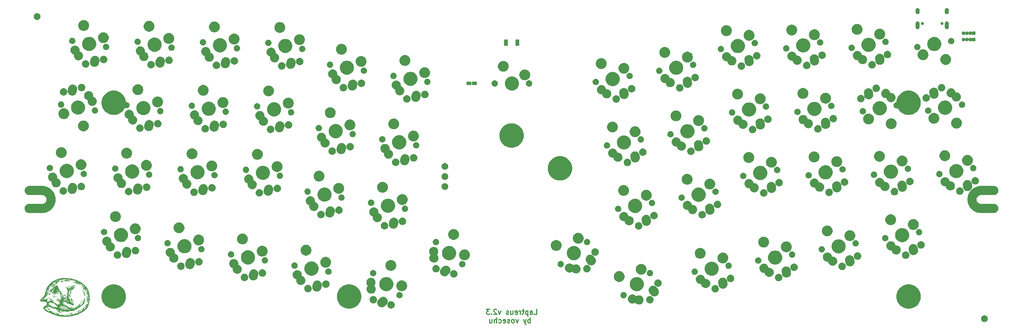
<source format=gbr>
G04 #@! TF.GenerationSoftware,KiCad,Pcbnew,(6.0.0-rc1-dev-1469-g932b9a334)*
G04 #@! TF.CreationDate,2019-10-20T15:35:17-07:00
G04 #@! TF.ProjectId,Laptreus-v2,4c617074-7265-4757-932d-76322e6b6963,rev?*
G04 #@! TF.SameCoordinates,Original*
G04 #@! TF.FileFunction,Soldermask,Bot*
G04 #@! TF.FilePolarity,Negative*
%FSLAX46Y46*%
G04 Gerber Fmt 4.6, Leading zero omitted, Abs format (unit mm)*
G04 Created by KiCad (PCBNEW (6.0.0-rc1-dev-1469-g932b9a334)) date Sunday, October 20, 2019 at 03:35:17 PM*
%MOMM*%
%LPD*%
G04 APERTURE LIST*
%ADD10C,0.300000*%
%ADD11C,0.010000*%
%ADD12C,0.100000*%
G04 APERTURE END LIST*
D10*
X238498205Y-164589343D02*
X238498205Y-163089343D01*
X238498205Y-163660772D02*
X238355348Y-163589343D01*
X238069634Y-163589343D01*
X237926777Y-163660772D01*
X237855348Y-163732200D01*
X237783920Y-163875057D01*
X237783920Y-164303629D01*
X237855348Y-164446486D01*
X237926777Y-164517914D01*
X238069634Y-164589343D01*
X238355348Y-164589343D01*
X238498205Y-164517914D01*
X237283920Y-163589343D02*
X236926777Y-164589343D01*
X236569634Y-163589343D02*
X236926777Y-164589343D01*
X237069634Y-164946486D01*
X237141062Y-165017914D01*
X237283920Y-165089343D01*
X234998205Y-163589343D02*
X234641062Y-164589343D01*
X234283920Y-163589343D01*
X233498205Y-164589343D02*
X233641062Y-164517914D01*
X233712491Y-164446486D01*
X233783920Y-164303629D01*
X233783920Y-163875057D01*
X233712491Y-163732200D01*
X233641062Y-163660772D01*
X233498205Y-163589343D01*
X233283920Y-163589343D01*
X233141062Y-163660772D01*
X233069634Y-163732200D01*
X232998205Y-163875057D01*
X232998205Y-164303629D01*
X233069634Y-164446486D01*
X233141062Y-164517914D01*
X233283920Y-164589343D01*
X233498205Y-164589343D01*
X232426777Y-164517914D02*
X232283920Y-164589343D01*
X231998205Y-164589343D01*
X231855348Y-164517914D01*
X231783920Y-164375057D01*
X231783920Y-164303629D01*
X231855348Y-164160772D01*
X231998205Y-164089343D01*
X232212491Y-164089343D01*
X232355348Y-164017914D01*
X232426777Y-163875057D01*
X232426777Y-163803629D01*
X232355348Y-163660772D01*
X232212491Y-163589343D01*
X231998205Y-163589343D01*
X231855348Y-163660772D01*
X230569634Y-164517914D02*
X230712491Y-164589343D01*
X230998205Y-164589343D01*
X231141062Y-164517914D01*
X231212491Y-164375057D01*
X231212491Y-163803629D01*
X231141062Y-163660772D01*
X230998205Y-163589343D01*
X230712491Y-163589343D01*
X230569634Y-163660772D01*
X230498205Y-163803629D01*
X230498205Y-163946486D01*
X231212491Y-164089343D01*
X229212491Y-164517914D02*
X229355348Y-164589343D01*
X229641062Y-164589343D01*
X229783920Y-164517914D01*
X229855348Y-164446486D01*
X229926777Y-164303629D01*
X229926777Y-163875057D01*
X229855348Y-163732200D01*
X229783920Y-163660772D01*
X229641062Y-163589343D01*
X229355348Y-163589343D01*
X229212491Y-163660772D01*
X228569634Y-164589343D02*
X228569634Y-163089343D01*
X227926777Y-164589343D02*
X227926777Y-163803629D01*
X227998205Y-163660772D01*
X228141062Y-163589343D01*
X228355348Y-163589343D01*
X228498205Y-163660772D01*
X228569634Y-163732200D01*
X226569634Y-163589343D02*
X226569634Y-164589343D01*
X227212491Y-163589343D02*
X227212491Y-164375057D01*
X227141062Y-164517914D01*
X226998205Y-164589343D01*
X226783920Y-164589343D01*
X226641062Y-164517914D01*
X226569634Y-164446486D01*
X239676780Y-162089343D02*
X240391065Y-162089343D01*
X240391065Y-160589343D01*
X238533923Y-162089343D02*
X238533923Y-161303629D01*
X238605351Y-161160772D01*
X238748208Y-161089343D01*
X239033923Y-161089343D01*
X239176780Y-161160772D01*
X238533923Y-162017914D02*
X238676780Y-162089343D01*
X239033923Y-162089343D01*
X239176780Y-162017914D01*
X239248208Y-161875057D01*
X239248208Y-161732200D01*
X239176780Y-161589343D01*
X239033923Y-161517914D01*
X238676780Y-161517914D01*
X238533923Y-161446486D01*
X237819637Y-161089343D02*
X237819637Y-162589343D01*
X237819637Y-161160772D02*
X237676780Y-161089343D01*
X237391065Y-161089343D01*
X237248208Y-161160772D01*
X237176780Y-161232200D01*
X237105351Y-161375057D01*
X237105351Y-161803629D01*
X237176780Y-161946486D01*
X237248208Y-162017914D01*
X237391065Y-162089343D01*
X237676780Y-162089343D01*
X237819637Y-162017914D01*
X236676780Y-161089343D02*
X236105351Y-161089343D01*
X236462494Y-160589343D02*
X236462494Y-161875057D01*
X236391065Y-162017914D01*
X236248208Y-162089343D01*
X236105351Y-162089343D01*
X235605351Y-162089343D02*
X235605351Y-161089343D01*
X235605351Y-161375057D02*
X235533923Y-161232200D01*
X235462494Y-161160772D01*
X235319637Y-161089343D01*
X235176780Y-161089343D01*
X234105351Y-162017914D02*
X234248208Y-162089343D01*
X234533923Y-162089343D01*
X234676780Y-162017914D01*
X234748208Y-161875057D01*
X234748208Y-161303629D01*
X234676780Y-161160772D01*
X234533923Y-161089343D01*
X234248208Y-161089343D01*
X234105351Y-161160772D01*
X234033923Y-161303629D01*
X234033923Y-161446486D01*
X234748208Y-161589343D01*
X232748208Y-161089343D02*
X232748208Y-162089343D01*
X233391065Y-161089343D02*
X233391065Y-161875057D01*
X233319637Y-162017914D01*
X233176780Y-162089343D01*
X232962494Y-162089343D01*
X232819637Y-162017914D01*
X232748208Y-161946486D01*
X232105351Y-162017914D02*
X231962494Y-162089343D01*
X231676780Y-162089343D01*
X231533923Y-162017914D01*
X231462494Y-161875057D01*
X231462494Y-161803629D01*
X231533923Y-161660772D01*
X231676780Y-161589343D01*
X231891065Y-161589343D01*
X232033923Y-161517914D01*
X232105351Y-161375057D01*
X232105351Y-161303629D01*
X232033923Y-161160772D01*
X231891065Y-161089343D01*
X231676780Y-161089343D01*
X231533923Y-161160772D01*
X229819637Y-161089343D02*
X229462494Y-162089343D01*
X229105351Y-161089343D01*
X228605351Y-160732200D02*
X228533923Y-160660772D01*
X228391065Y-160589343D01*
X228033923Y-160589343D01*
X227891065Y-160660772D01*
X227819637Y-160732200D01*
X227748208Y-160875057D01*
X227748208Y-161017914D01*
X227819637Y-161232200D01*
X228676780Y-162089343D01*
X227748208Y-162089343D01*
X227105351Y-161946486D02*
X227033923Y-162017914D01*
X227105351Y-162089343D01*
X227176780Y-162017914D01*
X227105351Y-161946486D01*
X227105351Y-162089343D01*
X226533923Y-160589343D02*
X225605351Y-160589343D01*
X226105351Y-161160772D01*
X225891065Y-161160772D01*
X225748208Y-161232200D01*
X225676780Y-161303629D01*
X225605351Y-161446486D01*
X225605351Y-161803629D01*
X225676780Y-161946486D01*
X225748208Y-162017914D01*
X225891065Y-162089343D01*
X226319637Y-162089343D01*
X226462494Y-162017914D01*
X226533923Y-161946486D01*
D11*
G04 #@! TO.C,Ref\002A\002A*
G36*
X98543836Y-154976603D02*
G01*
X98522670Y-154997769D01*
X98501503Y-154976603D01*
X98522670Y-154955436D01*
X98543836Y-154976603D01*
X98543836Y-154976603D01*
G37*
X98543836Y-154976603D02*
X98522670Y-154997769D01*
X98501503Y-154976603D01*
X98522670Y-154955436D01*
X98543836Y-154976603D01*
G36*
X97104503Y-158659603D02*
G01*
X97083336Y-158680769D01*
X97062170Y-158659603D01*
X97083336Y-158638436D01*
X97104503Y-158659603D01*
X97104503Y-158659603D01*
G37*
X97104503Y-158659603D02*
X97083336Y-158680769D01*
X97062170Y-158659603D01*
X97083336Y-158638436D01*
X97104503Y-158659603D01*
G36*
X97471392Y-158737214D02*
G01*
X97476458Y-158787453D01*
X97471392Y-158793658D01*
X97446225Y-158787847D01*
X97443170Y-158765436D01*
X97458659Y-158730591D01*
X97471392Y-158737214D01*
X97471392Y-158737214D01*
G37*
X97471392Y-158737214D02*
X97476458Y-158787453D01*
X97471392Y-158793658D01*
X97446225Y-158787847D01*
X97443170Y-158765436D01*
X97458659Y-158730591D01*
X97471392Y-158737214D01*
G36*
X96331038Y-158782193D02*
G01*
X96318412Y-158801434D01*
X96275475Y-158804427D01*
X96230304Y-158794088D01*
X96249899Y-158778851D01*
X96316061Y-158773804D01*
X96331038Y-158782193D01*
X96331038Y-158782193D01*
G37*
X96331038Y-158782193D02*
X96318412Y-158801434D01*
X96275475Y-158804427D01*
X96230304Y-158794088D01*
X96249899Y-158778851D01*
X96316061Y-158773804D01*
X96331038Y-158782193D01*
G36*
X97810058Y-158864214D02*
G01*
X97804247Y-158889381D01*
X97781836Y-158892436D01*
X97746991Y-158876947D01*
X97753614Y-158864214D01*
X97803854Y-158859147D01*
X97810058Y-158864214D01*
X97810058Y-158864214D01*
G37*
X97810058Y-158864214D02*
X97804247Y-158889381D01*
X97781836Y-158892436D01*
X97746991Y-158876947D01*
X97753614Y-158864214D01*
X97803854Y-158859147D01*
X97810058Y-158864214D01*
G36*
X98047225Y-158949335D02*
G01*
X98048632Y-158963232D01*
X97982361Y-158968908D01*
X97972336Y-158968850D01*
X97906679Y-158962745D01*
X97912947Y-158949861D01*
X97920225Y-158947766D01*
X98012440Y-158941568D01*
X98047225Y-158949335D01*
X98047225Y-158949335D01*
G37*
X98047225Y-158949335D02*
X98048632Y-158963232D01*
X97982361Y-158968908D01*
X97972336Y-158968850D01*
X97906679Y-158962745D01*
X97912947Y-158949861D01*
X97920225Y-158947766D01*
X98012440Y-158941568D01*
X98047225Y-158949335D01*
G36*
X96297682Y-158912492D02*
G01*
X96342503Y-158934769D01*
X96371641Y-158964273D01*
X96327463Y-158975573D01*
X96292085Y-158976454D01*
X96198347Y-158962731D01*
X96152003Y-158934769D01*
X96159531Y-158902182D01*
X96218044Y-158894756D01*
X96297682Y-158912492D01*
X96297682Y-158912492D01*
G37*
X96297682Y-158912492D02*
X96342503Y-158934769D01*
X96371641Y-158964273D01*
X96327463Y-158975573D01*
X96292085Y-158976454D01*
X96198347Y-158962731D01*
X96152003Y-158934769D01*
X96159531Y-158902182D01*
X96218044Y-158894756D01*
X96297682Y-158912492D01*
G36*
X98236920Y-159074921D02*
G01*
X98250095Y-159087191D01*
X98191559Y-159093872D01*
X98162836Y-159094281D01*
X98085818Y-159089867D01*
X98076742Y-159078879D01*
X98088753Y-159074921D01*
X98196120Y-159068337D01*
X98236920Y-159074921D01*
X98236920Y-159074921D01*
G37*
X98236920Y-159074921D02*
X98250095Y-159087191D01*
X98191559Y-159093872D01*
X98162836Y-159094281D01*
X98085818Y-159089867D01*
X98076742Y-159078879D01*
X98088753Y-159074921D01*
X98196120Y-159068337D01*
X98236920Y-159074921D01*
G36*
X96236330Y-159053695D02*
G01*
X96327110Y-159074159D01*
X96362661Y-159102664D01*
X96360832Y-159108694D01*
X96315369Y-159138360D01*
X96224060Y-159131738D01*
X96162586Y-159117254D01*
X96093892Y-159087589D01*
X96098635Y-159061962D01*
X96165762Y-159049900D01*
X96236330Y-159053695D01*
X96236330Y-159053695D01*
G37*
X96236330Y-159053695D02*
X96327110Y-159074159D01*
X96362661Y-159102664D01*
X96360832Y-159108694D01*
X96315369Y-159138360D01*
X96224060Y-159131738D01*
X96162586Y-159117254D01*
X96093892Y-159087589D01*
X96098635Y-159061962D01*
X96165762Y-159049900D01*
X96236330Y-159053695D01*
G36*
X98284586Y-159161858D02*
G01*
X98353336Y-159188769D01*
X98403518Y-159214761D01*
X98380132Y-159225444D01*
X98321586Y-159228127D01*
X98237176Y-159217031D01*
X98205170Y-159188769D01*
X98222210Y-159153587D01*
X98284586Y-159161858D01*
X98284586Y-159161858D01*
G37*
X98284586Y-159161858D02*
X98353336Y-159188769D01*
X98403518Y-159214761D01*
X98380132Y-159225444D01*
X98321586Y-159228127D01*
X98237176Y-159217031D01*
X98205170Y-159188769D01*
X98222210Y-159153587D01*
X98284586Y-159161858D01*
G36*
X98524025Y-159300981D02*
G01*
X98581683Y-159334087D01*
X98557046Y-159354146D01*
X98499004Y-159358103D01*
X98439982Y-159342473D01*
X98436860Y-159317618D01*
X98491931Y-159294556D01*
X98524025Y-159300981D01*
X98524025Y-159300981D01*
G37*
X98524025Y-159300981D02*
X98581683Y-159334087D01*
X98557046Y-159354146D01*
X98499004Y-159358103D01*
X98439982Y-159342473D01*
X98436860Y-159317618D01*
X98491931Y-159294556D01*
X98524025Y-159300981D01*
G36*
X96560504Y-159346248D02*
G01*
X96624644Y-159404624D01*
X96692815Y-159485180D01*
X96744180Y-159563370D01*
X96758224Y-159613773D01*
X96726117Y-159614078D01*
X96663296Y-159558053D01*
X96622287Y-159508560D01*
X96555539Y-159413004D01*
X96521638Y-159348148D01*
X96521231Y-159334597D01*
X96560504Y-159346248D01*
X96560504Y-159346248D01*
G37*
X96560504Y-159346248D02*
X96624644Y-159404624D01*
X96692815Y-159485180D01*
X96744180Y-159563370D01*
X96758224Y-159613773D01*
X96726117Y-159614078D01*
X96663296Y-159558053D01*
X96622287Y-159508560D01*
X96555539Y-159413004D01*
X96521638Y-159348148D01*
X96521231Y-159334597D01*
X96560504Y-159346248D01*
G36*
X98552527Y-159894429D02*
G01*
X98610427Y-159928694D01*
X98654826Y-159976173D01*
X98635548Y-159990833D01*
X98569235Y-159966633D01*
X98545062Y-159952423D01*
X98503201Y-159908412D01*
X98505819Y-159890008D01*
X98552527Y-159894429D01*
X98552527Y-159894429D01*
G37*
X98552527Y-159894429D02*
X98610427Y-159928694D01*
X98654826Y-159976173D01*
X98635548Y-159990833D01*
X98569235Y-159966633D01*
X98545062Y-159952423D01*
X98503201Y-159908412D01*
X98505819Y-159890008D01*
X98552527Y-159894429D01*
G36*
X97677580Y-159835112D02*
G01*
X97721454Y-159875678D01*
X97770131Y-159939430D01*
X97772163Y-159974554D01*
X97736972Y-159961699D01*
X97695654Y-159901478D01*
X97663482Y-159834185D01*
X97677580Y-159835112D01*
X97677580Y-159835112D01*
G37*
X97677580Y-159835112D02*
X97721454Y-159875678D01*
X97770131Y-159939430D01*
X97772163Y-159974554D01*
X97736972Y-159961699D01*
X97695654Y-159901478D01*
X97663482Y-159834185D01*
X97677580Y-159835112D01*
G36*
X98335206Y-159901933D02*
G01*
X98415378Y-159953206D01*
X98439657Y-159972287D01*
X98507385Y-160036690D01*
X98524429Y-160073242D01*
X98516776Y-160076247D01*
X98451807Y-160052685D01*
X98368609Y-159996747D01*
X98305414Y-159933703D01*
X98290919Y-159893424D01*
X98291491Y-159892787D01*
X98335206Y-159901933D01*
X98335206Y-159901933D01*
G37*
X98335206Y-159901933D02*
X98415378Y-159953206D01*
X98439657Y-159972287D01*
X98507385Y-160036690D01*
X98524429Y-160073242D01*
X98516776Y-160076247D01*
X98451807Y-160052685D01*
X98368609Y-159996747D01*
X98305414Y-159933703D01*
X98290919Y-159893424D01*
X98291491Y-159892787D01*
X98335206Y-159901933D01*
G36*
X98192228Y-159948607D02*
G01*
X98275121Y-160000009D01*
X98311144Y-160035663D01*
X98324332Y-160075022D01*
X98282993Y-160057424D01*
X98199276Y-159990712D01*
X98135404Y-159933262D01*
X98134640Y-159922501D01*
X98192228Y-159948607D01*
X98192228Y-159948607D01*
G37*
X98192228Y-159948607D02*
X98275121Y-160000009D01*
X98311144Y-160035663D01*
X98324332Y-160075022D01*
X98282993Y-160057424D01*
X98199276Y-159990712D01*
X98135404Y-159933262D01*
X98134640Y-159922501D01*
X98192228Y-159948607D01*
G36*
X101134284Y-160277126D02*
G01*
X101126170Y-160282294D01*
X101035644Y-160323997D01*
X100956836Y-160349836D01*
X100893127Y-160362257D01*
X100906389Y-160344079D01*
X100914503Y-160338911D01*
X101005028Y-160297208D01*
X101083836Y-160271369D01*
X101147545Y-160258948D01*
X101134284Y-160277126D01*
X101134284Y-160277126D01*
G37*
X101134284Y-160277126D02*
X101126170Y-160282294D01*
X101035644Y-160323997D01*
X100956836Y-160349836D01*
X100893127Y-160362257D01*
X100906389Y-160344079D01*
X100914503Y-160338911D01*
X101005028Y-160297208D01*
X101083836Y-160271369D01*
X101147545Y-160258948D01*
X101134284Y-160277126D01*
G36*
X101887646Y-160340040D02*
G01*
X101849074Y-160368807D01*
X101761170Y-160413037D01*
X101690881Y-160444903D01*
X101691143Y-160435867D01*
X101737511Y-160397605D01*
X101816226Y-160346703D01*
X101860983Y-160331769D01*
X101887646Y-160340040D01*
X101887646Y-160340040D01*
G37*
X101887646Y-160340040D02*
X101849074Y-160368807D01*
X101761170Y-160413037D01*
X101690881Y-160444903D01*
X101691143Y-160435867D01*
X101737511Y-160397605D01*
X101816226Y-160346703D01*
X101860983Y-160331769D01*
X101887646Y-160340040D01*
G36*
X101390273Y-160288684D02*
G01*
X101325554Y-160332674D01*
X101295503Y-160349723D01*
X101173623Y-160410552D01*
X101074840Y-160448573D01*
X101041503Y-160454985D01*
X101033796Y-160438757D01*
X101089554Y-160397903D01*
X101126170Y-160377608D01*
X101247262Y-160319494D01*
X101339437Y-160284019D01*
X101391004Y-160273107D01*
X101390273Y-160288684D01*
X101390273Y-160288684D01*
G37*
X101390273Y-160288684D02*
X101325554Y-160332674D01*
X101295503Y-160349723D01*
X101173623Y-160410552D01*
X101074840Y-160448573D01*
X101041503Y-160454985D01*
X101033796Y-160438757D01*
X101089554Y-160397903D01*
X101126170Y-160377608D01*
X101247262Y-160319494D01*
X101339437Y-160284019D01*
X101391004Y-160273107D01*
X101390273Y-160288684D01*
G36*
X101718836Y-160261557D02*
G01*
X101686708Y-160292200D01*
X101604500Y-160352441D01*
X101538920Y-160396842D01*
X101449082Y-160450731D01*
X101409824Y-160462535D01*
X101419420Y-160442010D01*
X101478167Y-160388712D01*
X101562814Y-160329667D01*
X101647540Y-160280437D01*
X101706520Y-160256585D01*
X101718836Y-160261557D01*
X101718836Y-160261557D01*
G37*
X101718836Y-160261557D02*
X101686708Y-160292200D01*
X101604500Y-160352441D01*
X101538920Y-160396842D01*
X101449082Y-160450731D01*
X101409824Y-160462535D01*
X101419420Y-160442010D01*
X101478167Y-160388712D01*
X101562814Y-160329667D01*
X101647540Y-160280437D01*
X101706520Y-160256585D01*
X101718836Y-160261557D01*
G36*
X102257704Y-151712526D02*
G01*
X102245079Y-151731767D01*
X102202142Y-151734760D01*
X102156971Y-151724422D01*
X102176565Y-151709184D01*
X102242727Y-151704137D01*
X102257704Y-151712526D01*
X102257704Y-151712526D01*
G37*
X102257704Y-151712526D02*
X102245079Y-151731767D01*
X102202142Y-151734760D01*
X102156971Y-151724422D01*
X102176565Y-151709184D01*
X102242727Y-151704137D01*
X102257704Y-151712526D01*
G36*
X101303451Y-151791428D02*
G01*
X101288894Y-151812558D01*
X101203056Y-151855487D01*
X101173736Y-151868629D01*
X101022745Y-151930803D01*
X100913523Y-151966793D01*
X100854812Y-151975733D01*
X100855355Y-151956755D01*
X100923894Y-151908992D01*
X100956836Y-151890134D01*
X101089017Y-151828166D01*
X101209105Y-151790614D01*
X101253170Y-151785339D01*
X101303451Y-151791428D01*
X101303451Y-151791428D01*
G37*
X101303451Y-151791428D02*
X101288894Y-151812558D01*
X101203056Y-151855487D01*
X101173736Y-151868629D01*
X101022745Y-151930803D01*
X100913523Y-151966793D01*
X100854812Y-151975733D01*
X100855355Y-151956755D01*
X100923894Y-151908992D01*
X100956836Y-151890134D01*
X101089017Y-151828166D01*
X101209105Y-151790614D01*
X101253170Y-151785339D01*
X101303451Y-151791428D01*
G36*
X102237608Y-152004758D02*
G01*
X102243448Y-152031079D01*
X102180940Y-152067951D01*
X102178439Y-152068957D01*
X102068780Y-152105152D01*
X101946556Y-152135010D01*
X101838457Y-152153453D01*
X101771172Y-152155399D01*
X101761170Y-152148383D01*
X101797917Y-152120462D01*
X101889480Y-152083475D01*
X102007838Y-152045868D01*
X102124971Y-152016087D01*
X102212857Y-152002580D01*
X102237608Y-152004758D01*
X102237608Y-152004758D01*
G37*
X102237608Y-152004758D02*
X102243448Y-152031079D01*
X102180940Y-152067951D01*
X102178439Y-152068957D01*
X102068780Y-152105152D01*
X101946556Y-152135010D01*
X101838457Y-152153453D01*
X101771172Y-152155399D01*
X101761170Y-152148383D01*
X101797917Y-152120462D01*
X101889480Y-152083475D01*
X102007838Y-152045868D01*
X102124971Y-152016087D01*
X102212857Y-152002580D01*
X102237608Y-152004758D01*
G36*
X101896501Y-151966898D02*
G01*
X101823479Y-151999877D01*
X101740003Y-152031335D01*
X101546848Y-152098777D01*
X101423338Y-152138083D01*
X101360136Y-152151615D01*
X101347905Y-152141735D01*
X101359003Y-152127704D01*
X101420245Y-152093905D01*
X101534011Y-152050013D01*
X101670464Y-152005556D01*
X101799766Y-151970065D01*
X101892080Y-151953069D01*
X101906436Y-151952862D01*
X101896501Y-151966898D01*
X101896501Y-151966898D01*
G37*
X101896501Y-151966898D02*
X101823479Y-151999877D01*
X101740003Y-152031335D01*
X101546848Y-152098777D01*
X101423338Y-152138083D01*
X101360136Y-152151615D01*
X101347905Y-152141735D01*
X101359003Y-152127704D01*
X101420245Y-152093905D01*
X101534011Y-152050013D01*
X101670464Y-152005556D01*
X101799766Y-151970065D01*
X101892080Y-151953069D01*
X101906436Y-151952862D01*
X101896501Y-151966898D01*
G36*
X102474522Y-152108449D02*
G01*
X102480836Y-152120161D01*
X102444710Y-152151566D01*
X102378465Y-152161436D01*
X102262930Y-152172889D01*
X102198549Y-152188833D01*
X102149270Y-152197919D01*
X102163336Y-152173264D01*
X102229142Y-152135696D01*
X102324227Y-152108810D01*
X102416662Y-152097948D01*
X102474522Y-152108449D01*
X102474522Y-152108449D01*
G37*
X102474522Y-152108449D02*
X102480836Y-152120161D01*
X102444710Y-152151566D01*
X102378465Y-152161436D01*
X102262930Y-152172889D01*
X102198549Y-152188833D01*
X102149270Y-152197919D01*
X102163336Y-152173264D01*
X102229142Y-152135696D01*
X102324227Y-152108810D01*
X102416662Y-152097948D01*
X102474522Y-152108449D01*
G36*
X101957511Y-151785399D02*
G01*
X101883569Y-151820950D01*
X101736948Y-151870736D01*
X101708194Y-151879321D01*
X101531545Y-151938400D01*
X101324559Y-152018017D01*
X101135639Y-152099331D01*
X100996465Y-152160875D01*
X100895540Y-152200189D01*
X100849248Y-152211096D01*
X100848705Y-152207486D01*
X100903509Y-152164559D01*
X101017742Y-152101402D01*
X101171386Y-152027060D01*
X101344427Y-151950574D01*
X101516846Y-151880988D01*
X101668626Y-151827345D01*
X101729420Y-151809614D01*
X101881820Y-151775186D01*
X101957390Y-151768630D01*
X101957511Y-151785399D01*
X101957511Y-151785399D01*
G37*
X101957511Y-151785399D02*
X101883569Y-151820950D01*
X101736948Y-151870736D01*
X101708194Y-151879321D01*
X101531545Y-151938400D01*
X101324559Y-152018017D01*
X101135639Y-152099331D01*
X100996465Y-152160875D01*
X100895540Y-152200189D01*
X100849248Y-152211096D01*
X100848705Y-152207486D01*
X100903509Y-152164559D01*
X101017742Y-152101402D01*
X101171386Y-152027060D01*
X101344427Y-151950574D01*
X101516846Y-151880988D01*
X101668626Y-151827345D01*
X101729420Y-151809614D01*
X101881820Y-151775186D01*
X101957390Y-151768630D01*
X101957511Y-151785399D01*
G36*
X103390703Y-152288921D02*
G01*
X103345425Y-152324014D01*
X103296902Y-152329903D01*
X103285170Y-152314132D01*
X103318376Y-152286943D01*
X103350868Y-152272283D01*
X103394568Y-152269325D01*
X103390703Y-152288921D01*
X103390703Y-152288921D01*
G37*
X103390703Y-152288921D02*
X103345425Y-152324014D01*
X103296902Y-152329903D01*
X103285170Y-152314132D01*
X103318376Y-152286943D01*
X103350868Y-152272283D01*
X103394568Y-152269325D01*
X103390703Y-152288921D01*
G36*
X101419241Y-152269204D02*
G01*
X101422503Y-152283439D01*
X101391610Y-152343285D01*
X101380170Y-152351936D01*
X101341098Y-152350001D01*
X101337836Y-152335766D01*
X101368729Y-152275920D01*
X101380170Y-152267269D01*
X101419241Y-152269204D01*
X101419241Y-152269204D01*
G37*
X101419241Y-152269204D02*
X101422503Y-152283439D01*
X101391610Y-152343285D01*
X101380170Y-152351936D01*
X101341098Y-152350001D01*
X101337836Y-152335766D01*
X101368729Y-152275920D01*
X101380170Y-152267269D01*
X101419241Y-152269204D01*
G36*
X101761170Y-152394269D02*
G01*
X101740003Y-152415436D01*
X101718836Y-152394269D01*
X101740003Y-152373103D01*
X101761170Y-152394269D01*
X101761170Y-152394269D01*
G37*
X101761170Y-152394269D02*
X101740003Y-152415436D01*
X101718836Y-152394269D01*
X101740003Y-152373103D01*
X101761170Y-152394269D01*
G36*
X100533503Y-152279308D02*
G01*
X100500438Y-152320336D01*
X100422621Y-152376823D01*
X100332119Y-152428627D01*
X100260998Y-152455607D01*
X100251804Y-152456247D01*
X100257488Y-152432288D01*
X100315151Y-152374259D01*
X100343003Y-152350624D01*
X100456513Y-152268043D01*
X100518706Y-152249330D01*
X100533503Y-152279308D01*
X100533503Y-152279308D01*
G37*
X100533503Y-152279308D02*
X100500438Y-152320336D01*
X100422621Y-152376823D01*
X100332119Y-152428627D01*
X100260998Y-152455607D01*
X100251804Y-152456247D01*
X100257488Y-152432288D01*
X100315151Y-152374259D01*
X100343003Y-152350624D01*
X100456513Y-152268043D01*
X100518706Y-152249330D01*
X100533503Y-152279308D01*
G36*
X100051061Y-152088216D02*
G01*
X100031931Y-152121910D01*
X99962828Y-152187414D01*
X99863885Y-152269069D01*
X99755235Y-152351214D01*
X99657011Y-152418189D01*
X99589346Y-152454335D01*
X99577156Y-152456828D01*
X99576648Y-152434155D01*
X99628235Y-152382745D01*
X99808809Y-152237735D01*
X99933860Y-152143592D01*
X100011136Y-152094918D01*
X100048383Y-152086319D01*
X100051061Y-152088216D01*
X100051061Y-152088216D01*
G37*
X100051061Y-152088216D02*
X100031931Y-152121910D01*
X99962828Y-152187414D01*
X99863885Y-152269069D01*
X99755235Y-152351214D01*
X99657011Y-152418189D01*
X99589346Y-152454335D01*
X99577156Y-152456828D01*
X99576648Y-152434155D01*
X99628235Y-152382745D01*
X99808809Y-152237735D01*
X99933860Y-152143592D01*
X100011136Y-152094918D01*
X100048383Y-152086319D01*
X100051061Y-152088216D01*
G36*
X99324545Y-152272190D02*
G01*
X99277576Y-152336498D01*
X99263503Y-152351936D01*
X99170532Y-152435402D01*
X99111667Y-152455024D01*
X99094170Y-152417836D01*
X99126596Y-152366166D01*
X99200916Y-152303748D01*
X99282695Y-152256466D01*
X99322635Y-152246103D01*
X99324545Y-152272190D01*
X99324545Y-152272190D01*
G37*
X99324545Y-152272190D02*
X99277576Y-152336498D01*
X99263503Y-152351936D01*
X99170532Y-152435402D01*
X99111667Y-152455024D01*
X99094170Y-152417836D01*
X99126596Y-152366166D01*
X99200916Y-152303748D01*
X99282695Y-152256466D01*
X99322635Y-152246103D01*
X99324545Y-152272190D01*
G36*
X103792979Y-152422486D02*
G01*
X103761423Y-152450858D01*
X103750836Y-152457769D01*
X103660226Y-152494173D01*
X103623836Y-152498806D01*
X103581693Y-152493052D01*
X103613249Y-152464681D01*
X103623836Y-152457769D01*
X103714446Y-152421365D01*
X103750836Y-152416732D01*
X103792979Y-152422486D01*
X103792979Y-152422486D01*
G37*
X103792979Y-152422486D02*
X103761423Y-152450858D01*
X103750836Y-152457769D01*
X103660226Y-152494173D01*
X103623836Y-152498806D01*
X103581693Y-152493052D01*
X103613249Y-152464681D01*
X103623836Y-152457769D01*
X103714446Y-152421365D01*
X103750836Y-152416732D01*
X103792979Y-152422486D01*
G36*
X100484844Y-152071025D02*
G01*
X100412055Y-152131963D01*
X100293099Y-152216484D01*
X100199772Y-152277596D01*
X100053462Y-152368311D01*
X99938151Y-152435216D01*
X99869083Y-152469726D01*
X99856170Y-152471118D01*
X99889757Y-152425252D01*
X99976911Y-152351790D01*
X100097218Y-152264310D01*
X100230265Y-152176392D01*
X100355638Y-152101616D01*
X100452924Y-152053560D01*
X100498394Y-152043900D01*
X100484844Y-152071025D01*
X100484844Y-152071025D01*
G37*
X100484844Y-152071025D02*
X100412055Y-152131963D01*
X100293099Y-152216484D01*
X100199772Y-152277596D01*
X100053462Y-152368311D01*
X99938151Y-152435216D01*
X99869083Y-152469726D01*
X99856170Y-152471118D01*
X99889757Y-152425252D01*
X99976911Y-152351790D01*
X100097218Y-152264310D01*
X100230265Y-152176392D01*
X100355638Y-152101616D01*
X100452924Y-152053560D01*
X100498394Y-152043900D01*
X100484844Y-152071025D01*
G36*
X99275502Y-152101765D02*
G01*
X99220542Y-152166514D01*
X99136503Y-152246516D01*
X98972925Y-152385609D01*
X98863871Y-152462904D01*
X98807359Y-152479655D01*
X98797836Y-152460243D01*
X98829388Y-152412557D01*
X98909516Y-152335191D01*
X99016427Y-152245550D01*
X99128328Y-152161037D01*
X99223427Y-152099054D01*
X99277888Y-152076884D01*
X99275502Y-152101765D01*
X99275502Y-152101765D01*
G37*
X99275502Y-152101765D02*
X99220542Y-152166514D01*
X99136503Y-152246516D01*
X98972925Y-152385609D01*
X98863871Y-152462904D01*
X98807359Y-152479655D01*
X98797836Y-152460243D01*
X98829388Y-152412557D01*
X98909516Y-152335191D01*
X99016427Y-152245550D01*
X99128328Y-152161037D01*
X99223427Y-152099054D01*
X99277888Y-152076884D01*
X99275502Y-152101765D01*
G36*
X99441296Y-151843576D02*
G01*
X99367597Y-151898436D01*
X99253136Y-151976007D01*
X99238316Y-151985700D01*
X99079916Y-152097630D01*
X98898033Y-152239041D01*
X98730175Y-152380687D01*
X98719270Y-152390439D01*
X98575431Y-152512847D01*
X98477529Y-152582964D01*
X98430012Y-152600865D01*
X98437326Y-152566622D01*
X98503919Y-152480308D01*
X98588810Y-152388299D01*
X98670516Y-152297524D01*
X98707243Y-152243441D01*
X98691534Y-152237180D01*
X98689351Y-152238264D01*
X98614151Y-152292895D01*
X98509454Y-152388302D01*
X98423896Y-152476181D01*
X98312499Y-152593668D01*
X98245628Y-152653648D01*
X98213215Y-152663331D01*
X98205170Y-152632812D01*
X98235961Y-152559370D01*
X98315435Y-152463564D01*
X98424239Y-152361364D01*
X98543022Y-152268739D01*
X98652433Y-152201659D01*
X98733120Y-152176093D01*
X98752768Y-152180912D01*
X98811539Y-152175137D01*
X98903853Y-152127109D01*
X98935170Y-152105116D01*
X99042180Y-152032976D01*
X99173503Y-151955285D01*
X99304176Y-151885502D01*
X99409234Y-151837086D01*
X99458880Y-151822769D01*
X99441296Y-151843576D01*
X99441296Y-151843576D01*
G37*
X99441296Y-151843576D02*
X99367597Y-151898436D01*
X99253136Y-151976007D01*
X99238316Y-151985700D01*
X99079916Y-152097630D01*
X98898033Y-152239041D01*
X98730175Y-152380687D01*
X98719270Y-152390439D01*
X98575431Y-152512847D01*
X98477529Y-152582964D01*
X98430012Y-152600865D01*
X98437326Y-152566622D01*
X98503919Y-152480308D01*
X98588810Y-152388299D01*
X98670516Y-152297524D01*
X98707243Y-152243441D01*
X98691534Y-152237180D01*
X98689351Y-152238264D01*
X98614151Y-152292895D01*
X98509454Y-152388302D01*
X98423896Y-152476181D01*
X98312499Y-152593668D01*
X98245628Y-152653648D01*
X98213215Y-152663331D01*
X98205170Y-152632812D01*
X98235961Y-152559370D01*
X98315435Y-152463564D01*
X98424239Y-152361364D01*
X98543022Y-152268739D01*
X98652433Y-152201659D01*
X98733120Y-152176093D01*
X98752768Y-152180912D01*
X98811539Y-152175137D01*
X98903853Y-152127109D01*
X98935170Y-152105116D01*
X99042180Y-152032976D01*
X99173503Y-151955285D01*
X99304176Y-151885502D01*
X99409234Y-151837086D01*
X99458880Y-151822769D01*
X99441296Y-151843576D01*
G36*
X104500258Y-152509611D02*
G01*
X104495833Y-152523718D01*
X104421833Y-152548191D01*
X104292116Y-152578990D01*
X104195336Y-152598443D01*
X104012627Y-152633229D01*
X103850861Y-152664191D01*
X103735906Y-152686374D01*
X103708503Y-152691741D01*
X103647076Y-152701425D01*
X103656719Y-152688396D01*
X103729670Y-152651753D01*
X103843673Y-152610928D01*
X104002603Y-152570715D01*
X104178102Y-152536345D01*
X104341814Y-152513050D01*
X104465380Y-152506059D01*
X104500258Y-152509611D01*
X104500258Y-152509611D01*
G37*
X104500258Y-152509611D02*
X104495833Y-152523718D01*
X104421833Y-152548191D01*
X104292116Y-152578990D01*
X104195336Y-152598443D01*
X104012627Y-152633229D01*
X103850861Y-152664191D01*
X103735906Y-152686374D01*
X103708503Y-152691741D01*
X103647076Y-152701425D01*
X103656719Y-152688396D01*
X103729670Y-152651753D01*
X103843673Y-152610928D01*
X104002603Y-152570715D01*
X104178102Y-152536345D01*
X104341814Y-152513050D01*
X104465380Y-152506059D01*
X104500258Y-152509611D01*
G36*
X104078038Y-152728526D02*
G01*
X104065412Y-152747767D01*
X104022475Y-152750760D01*
X103977304Y-152740422D01*
X103996899Y-152725184D01*
X104063061Y-152720137D01*
X104078038Y-152728526D01*
X104078038Y-152728526D01*
G37*
X104078038Y-152728526D02*
X104065412Y-152747767D01*
X104022475Y-152750760D01*
X103977304Y-152740422D01*
X103996899Y-152725184D01*
X104063061Y-152720137D01*
X104078038Y-152728526D01*
G36*
X98996221Y-152696781D02*
G01*
X98988336Y-152711769D01*
X98948449Y-152752198D01*
X98941006Y-152754103D01*
X98938118Y-152726757D01*
X98946003Y-152711769D01*
X98985890Y-152671341D01*
X98993333Y-152669436D01*
X98996221Y-152696781D01*
X98996221Y-152696781D01*
G37*
X98996221Y-152696781D02*
X98988336Y-152711769D01*
X98948449Y-152752198D01*
X98941006Y-152754103D01*
X98938118Y-152726757D01*
X98946003Y-152711769D01*
X98985890Y-152671341D01*
X98993333Y-152669436D01*
X98996221Y-152696781D01*
G36*
X105288872Y-152718144D02*
G01*
X105307257Y-152735719D01*
X105306253Y-152736797D01*
X105253936Y-152752645D01*
X105142445Y-152769082D01*
X105013447Y-152781136D01*
X104821750Y-152799137D01*
X104620956Y-152824319D01*
X104515645Y-152840775D01*
X104342511Y-152867875D01*
X104245632Y-152876122D01*
X104226783Y-152866740D01*
X104287735Y-152840952D01*
X104430263Y-152799982D01*
X104449336Y-152795028D01*
X104585588Y-152766657D01*
X104747437Y-152742868D01*
X104916787Y-152724893D01*
X105075540Y-152713961D01*
X105205601Y-152711301D01*
X105288872Y-152718144D01*
X105288872Y-152718144D01*
G37*
X105288872Y-152718144D02*
X105307257Y-152735719D01*
X105306253Y-152736797D01*
X105253936Y-152752645D01*
X105142445Y-152769082D01*
X105013447Y-152781136D01*
X104821750Y-152799137D01*
X104620956Y-152824319D01*
X104515645Y-152840775D01*
X104342511Y-152867875D01*
X104245632Y-152876122D01*
X104226783Y-152866740D01*
X104287735Y-152840952D01*
X104430263Y-152799982D01*
X104449336Y-152795028D01*
X104585588Y-152766657D01*
X104747437Y-152742868D01*
X104916787Y-152724893D01*
X105075540Y-152713961D01*
X105205601Y-152711301D01*
X105288872Y-152718144D01*
G36*
X97993503Y-152791907D02*
G01*
X97959909Y-152838486D01*
X97932159Y-152853251D01*
X97889204Y-152851372D01*
X97894355Y-152815447D01*
X97935357Y-152763517D01*
X97979367Y-152758868D01*
X97993503Y-152791907D01*
X97993503Y-152791907D01*
G37*
X97993503Y-152791907D02*
X97959909Y-152838486D01*
X97932159Y-152853251D01*
X97889204Y-152851372D01*
X97894355Y-152815447D01*
X97935357Y-152763517D01*
X97979367Y-152758868D01*
X97993503Y-152791907D01*
G36*
X105284688Y-152895809D02*
G01*
X105232015Y-152906426D01*
X105126670Y-152922900D01*
X104890096Y-152957709D01*
X104727100Y-152978690D01*
X104627847Y-152986533D01*
X104582502Y-152981927D01*
X104581229Y-152965564D01*
X104585485Y-152960854D01*
X104643702Y-152940807D01*
X104764768Y-152921758D01*
X104926892Y-152906758D01*
X105003360Y-152902334D01*
X105175213Y-152894573D01*
X105267371Y-152892128D01*
X105284688Y-152895809D01*
X105284688Y-152895809D01*
G37*
X105284688Y-152895809D02*
X105232015Y-152906426D01*
X105126670Y-152922900D01*
X104890096Y-152957709D01*
X104727100Y-152978690D01*
X104627847Y-152986533D01*
X104582502Y-152981927D01*
X104581229Y-152965564D01*
X104585485Y-152960854D01*
X104643702Y-152940807D01*
X104764768Y-152921758D01*
X104926892Y-152906758D01*
X105003360Y-152902334D01*
X105175213Y-152894573D01*
X105267371Y-152892128D01*
X105284688Y-152895809D01*
G36*
X98775258Y-152675080D02*
G01*
X98759309Y-152713295D01*
X98696178Y-152790033D01*
X98627726Y-152860695D01*
X98536964Y-152942569D01*
X98475772Y-152984844D01*
X98459170Y-152982665D01*
X98485818Y-152931718D01*
X98551415Y-152854377D01*
X98634436Y-152771585D01*
X98713361Y-152704286D01*
X98766664Y-152673424D01*
X98775258Y-152675080D01*
X98775258Y-152675080D01*
G37*
X98775258Y-152675080D02*
X98759309Y-152713295D01*
X98696178Y-152790033D01*
X98627726Y-152860695D01*
X98536964Y-152942569D01*
X98475772Y-152984844D01*
X98459170Y-152982665D01*
X98485818Y-152931718D01*
X98551415Y-152854377D01*
X98634436Y-152771585D01*
X98713361Y-152704286D01*
X98766664Y-152673424D01*
X98775258Y-152675080D01*
G36*
X97569378Y-152921894D02*
G01*
X97569521Y-152931521D01*
X97547950Y-153008064D01*
X97527836Y-153029269D01*
X97488992Y-153032076D01*
X97486151Y-153021184D01*
X97507423Y-152959418D01*
X97527836Y-152923436D01*
X97560713Y-152883765D01*
X97569378Y-152921894D01*
X97569378Y-152921894D01*
G37*
X97569378Y-152921894D02*
X97569521Y-152931521D01*
X97547950Y-153008064D01*
X97527836Y-153029269D01*
X97488992Y-153032076D01*
X97486151Y-153021184D01*
X97507423Y-152959418D01*
X97527836Y-152923436D01*
X97560713Y-152883765D01*
X97569378Y-152921894D01*
G36*
X105584807Y-153038225D02*
G01*
X105598867Y-153044777D01*
X105625762Y-153069811D01*
X105592519Y-153084233D01*
X105489203Y-153090579D01*
X105415882Y-153091482D01*
X105264293Y-153096622D01*
X105139477Y-153108619D01*
X105080854Y-153121130D01*
X105030176Y-153128437D01*
X105035726Y-153102926D01*
X105097236Y-153066819D01*
X105213071Y-153039180D01*
X105353059Y-153023124D01*
X105487029Y-153021767D01*
X105584807Y-153038225D01*
X105584807Y-153038225D01*
G37*
X105584807Y-153038225D02*
X105598867Y-153044777D01*
X105625762Y-153069811D01*
X105592519Y-153084233D01*
X105489203Y-153090579D01*
X105415882Y-153091482D01*
X105264293Y-153096622D01*
X105139477Y-153108619D01*
X105080854Y-153121130D01*
X105030176Y-153128437D01*
X105035726Y-153102926D01*
X105097236Y-153066819D01*
X105213071Y-153039180D01*
X105353059Y-153023124D01*
X105487029Y-153021767D01*
X105584807Y-153038225D01*
G36*
X105624668Y-153189969D02*
G01*
X105641703Y-153199884D01*
X105586238Y-153206275D01*
X105507670Y-153207661D01*
X105411618Y-153204493D01*
X105383524Y-153196908D01*
X105413002Y-153189392D01*
X105538198Y-153182427D01*
X105624668Y-153189969D01*
X105624668Y-153189969D01*
G37*
X105624668Y-153189969D02*
X105641703Y-153199884D01*
X105586238Y-153206275D01*
X105507670Y-153207661D01*
X105411618Y-153204493D01*
X105383524Y-153196908D01*
X105413002Y-153189392D01*
X105538198Y-153182427D01*
X105624668Y-153189969D01*
G36*
X98686157Y-152575310D02*
G01*
X98671205Y-152623335D01*
X98606633Y-152705720D01*
X98532248Y-152780230D01*
X98399850Y-152910000D01*
X98267828Y-153051976D01*
X98215724Y-153112998D01*
X98139305Y-153198810D01*
X98089360Y-153240043D01*
X98078170Y-153235766D01*
X98103628Y-153165968D01*
X98170908Y-153063145D01*
X98266364Y-152942121D01*
X98376353Y-152817716D01*
X98487229Y-152704752D01*
X98585349Y-152618052D01*
X98657068Y-152572437D01*
X98686157Y-152575310D01*
X98686157Y-152575310D01*
G37*
X98686157Y-152575310D02*
X98671205Y-152623335D01*
X98606633Y-152705720D01*
X98532248Y-152780230D01*
X98399850Y-152910000D01*
X98267828Y-153051976D01*
X98215724Y-153112998D01*
X98139305Y-153198810D01*
X98089360Y-153240043D01*
X98078170Y-153235766D01*
X98103628Y-153165968D01*
X98170908Y-153063145D01*
X98266364Y-152942121D01*
X98376353Y-152817716D01*
X98487229Y-152704752D01*
X98585349Y-152618052D01*
X98657068Y-152572437D01*
X98686157Y-152575310D01*
G36*
X97494223Y-152788229D02*
G01*
X97461584Y-152877842D01*
X97403008Y-153003791D01*
X97400836Y-153008103D01*
X97322745Y-153153997D01*
X97267610Y-153239284D01*
X97239588Y-153259451D01*
X97242835Y-153209984D01*
X97254675Y-153166853D01*
X97297246Y-153058078D01*
X97357755Y-152938237D01*
X97421717Y-152832319D01*
X97474647Y-152765314D01*
X97493908Y-152754103D01*
X97494223Y-152788229D01*
X97494223Y-152788229D01*
G37*
X97494223Y-152788229D02*
X97461584Y-152877842D01*
X97403008Y-153003791D01*
X97400836Y-153008103D01*
X97322745Y-153153997D01*
X97267610Y-153239284D01*
X97239588Y-153259451D01*
X97242835Y-153209984D01*
X97254675Y-153166853D01*
X97297246Y-153058078D01*
X97357755Y-152938237D01*
X97421717Y-152832319D01*
X97474647Y-152765314D01*
X97493908Y-152754103D01*
X97494223Y-152788229D01*
G36*
X97443170Y-153283269D02*
G01*
X97422003Y-153304436D01*
X97400836Y-153283269D01*
X97422003Y-153262103D01*
X97443170Y-153283269D01*
X97443170Y-153283269D01*
G37*
X97443170Y-153283269D02*
X97422003Y-153304436D01*
X97400836Y-153283269D01*
X97422003Y-153262103D01*
X97443170Y-153283269D01*
G36*
X97288183Y-152890486D02*
G01*
X97252687Y-152988277D01*
X97198988Y-153117933D01*
X97136869Y-153257496D01*
X97076111Y-153385011D01*
X97026496Y-153478521D01*
X96997805Y-153516070D01*
X96997388Y-153516103D01*
X96977503Y-153492161D01*
X96994258Y-153436902D01*
X97037685Y-153334642D01*
X97097527Y-153206195D01*
X97163528Y-153072373D01*
X97225431Y-152953988D01*
X97272978Y-152871853D01*
X97295694Y-152846516D01*
X97288183Y-152890486D01*
X97288183Y-152890486D01*
G37*
X97288183Y-152890486D02*
X97252687Y-152988277D01*
X97198988Y-153117933D01*
X97136869Y-153257496D01*
X97076111Y-153385011D01*
X97026496Y-153478521D01*
X96997805Y-153516070D01*
X96997388Y-153516103D01*
X96977503Y-153492161D01*
X96994258Y-153436902D01*
X97037685Y-153334642D01*
X97097527Y-153206195D01*
X97163528Y-153072373D01*
X97225431Y-152953988D01*
X97272978Y-152871853D01*
X97295694Y-152846516D01*
X97288183Y-152890486D01*
G36*
X97228241Y-153454538D02*
G01*
X97231503Y-153468772D01*
X97200610Y-153528618D01*
X97189170Y-153537269D01*
X97150098Y-153535334D01*
X97146836Y-153521099D01*
X97177729Y-153461254D01*
X97189170Y-153452603D01*
X97228241Y-153454538D01*
X97228241Y-153454538D01*
G37*
X97228241Y-153454538D02*
X97231503Y-153468772D01*
X97200610Y-153528618D01*
X97189170Y-153537269D01*
X97150098Y-153535334D01*
X97146836Y-153521099D01*
X97177729Y-153461254D01*
X97189170Y-153452603D01*
X97228241Y-153454538D01*
G36*
X98073404Y-153452360D02*
G01*
X98078170Y-153466631D01*
X98047982Y-153526172D01*
X97985514Y-153583937D01*
X97944031Y-153600769D01*
X97927515Y-153569646D01*
X97934605Y-153540542D01*
X97975478Y-153486730D01*
X98032414Y-153451844D01*
X98073404Y-153452360D01*
X98073404Y-153452360D01*
G37*
X98073404Y-153452360D02*
X98078170Y-153466631D01*
X98047982Y-153526172D01*
X97985514Y-153583937D01*
X97944031Y-153600769D01*
X97927515Y-153569646D01*
X97934605Y-153540542D01*
X97975478Y-153486730D01*
X98032414Y-153451844D01*
X98073404Y-153452360D01*
G36*
X97966819Y-153348424D02*
G01*
X97957672Y-153392139D01*
X97906399Y-153472311D01*
X97887319Y-153496590D01*
X97822915Y-153564318D01*
X97786363Y-153581362D01*
X97783359Y-153573709D01*
X97804504Y-153512202D01*
X97855917Y-153435426D01*
X97915326Y-153370729D01*
X97960461Y-153345461D01*
X97966819Y-153348424D01*
X97966819Y-153348424D01*
G37*
X97966819Y-153348424D02*
X97957672Y-153392139D01*
X97906399Y-153472311D01*
X97887319Y-153496590D01*
X97822915Y-153564318D01*
X97786363Y-153581362D01*
X97783359Y-153573709D01*
X97804504Y-153512202D01*
X97855917Y-153435426D01*
X97915326Y-153370729D01*
X97960461Y-153345461D01*
X97966819Y-153348424D01*
G36*
X96765836Y-153621936D02*
G01*
X96744670Y-153643103D01*
X96723503Y-153621936D01*
X96744670Y-153600769D01*
X96765836Y-153621936D01*
X96765836Y-153621936D01*
G37*
X96765836Y-153621936D02*
X96744670Y-153643103D01*
X96723503Y-153621936D01*
X96744670Y-153600769D01*
X96765836Y-153621936D01*
G36*
X106113862Y-153622701D02*
G01*
X106227336Y-153662740D01*
X106305305Y-153703654D01*
X106309104Y-153718932D01*
X106245301Y-153708434D01*
X106120462Y-153672019D01*
X106100336Y-153665455D01*
X106016884Y-153632063D01*
X105997635Y-153610777D01*
X106015670Y-153607117D01*
X106113862Y-153622701D01*
X106113862Y-153622701D01*
G37*
X106113862Y-153622701D02*
X106227336Y-153662740D01*
X106305305Y-153703654D01*
X106309104Y-153718932D01*
X106245301Y-153708434D01*
X106120462Y-153672019D01*
X106100336Y-153665455D01*
X106016884Y-153632063D01*
X105997635Y-153610777D01*
X106015670Y-153607117D01*
X106113862Y-153622701D01*
G36*
X103199176Y-153541394D02*
G01*
X103200503Y-153548404D01*
X103168450Y-153599325D01*
X103091209Y-153662640D01*
X103089740Y-153663606D01*
X103013532Y-153703548D01*
X102995774Y-153686106D01*
X102996810Y-153682682D01*
X103035532Y-153627292D01*
X103100202Y-153573392D01*
X103163768Y-153538815D01*
X103199176Y-153541394D01*
X103199176Y-153541394D01*
G37*
X103199176Y-153541394D02*
X103200503Y-153548404D01*
X103168450Y-153599325D01*
X103091209Y-153662640D01*
X103089740Y-153663606D01*
X103013532Y-153703548D01*
X102995774Y-153686106D01*
X102996810Y-153682682D01*
X103035532Y-153627292D01*
X103100202Y-153573392D01*
X103163768Y-153538815D01*
X103199176Y-153541394D01*
G36*
X106417836Y-153748936D02*
G01*
X106396670Y-153770103D01*
X106375503Y-153748936D01*
X106396670Y-153727769D01*
X106417836Y-153748936D01*
X106417836Y-153748936D01*
G37*
X106417836Y-153748936D02*
X106396670Y-153770103D01*
X106375503Y-153748936D01*
X106396670Y-153727769D01*
X106417836Y-153748936D01*
G36*
X102419903Y-153710607D02*
G01*
X102396170Y-153748936D01*
X102346076Y-153801509D01*
X102328815Y-153812436D01*
X102328394Y-153780389D01*
X102338527Y-153748936D01*
X102382941Y-153692850D01*
X102405882Y-153685436D01*
X102419903Y-153710607D01*
X102419903Y-153710607D01*
G37*
X102419903Y-153710607D02*
X102396170Y-153748936D01*
X102346076Y-153801509D01*
X102328815Y-153812436D01*
X102328394Y-153780389D01*
X102338527Y-153748936D01*
X102382941Y-153692850D01*
X102405882Y-153685436D01*
X102419903Y-153710607D01*
G36*
X98136445Y-152948884D02*
G01*
X98086103Y-153008843D01*
X98051147Y-153040991D01*
X97964153Y-153130666D01*
X97863177Y-153255288D01*
X97763019Y-153393661D01*
X97678483Y-153524590D01*
X97624370Y-153626880D01*
X97612503Y-153669104D01*
X97582896Y-153732774D01*
X97541981Y-153775502D01*
X97495576Y-153806961D01*
X97486740Y-153781122D01*
X97502644Y-153706603D01*
X97556187Y-153567157D01*
X97646535Y-153408790D01*
X97759787Y-153248761D01*
X97882041Y-153104329D01*
X97999396Y-152992750D01*
X98097951Y-152931285D01*
X98132559Y-152924575D01*
X98136445Y-152948884D01*
X98136445Y-152948884D01*
G37*
X98136445Y-152948884D02*
X98086103Y-153008843D01*
X98051147Y-153040991D01*
X97964153Y-153130666D01*
X97863177Y-153255288D01*
X97763019Y-153393661D01*
X97678483Y-153524590D01*
X97624370Y-153626880D01*
X97612503Y-153669104D01*
X97582896Y-153732774D01*
X97541981Y-153775502D01*
X97495576Y-153806961D01*
X97486740Y-153781122D01*
X97502644Y-153706603D01*
X97556187Y-153567157D01*
X97646535Y-153408790D01*
X97759787Y-153248761D01*
X97882041Y-153104329D01*
X97999396Y-152992750D01*
X98097951Y-152931285D01*
X98132559Y-152924575D01*
X98136445Y-152948884D01*
G36*
X97589600Y-153319119D02*
G01*
X97549950Y-153408030D01*
X97534205Y-153436684D01*
X97463253Y-153580740D01*
X97404022Y-153732675D01*
X97402202Y-153738353D01*
X97360296Y-153839175D01*
X97318143Y-153893859D01*
X97308357Y-153897103D01*
X97283532Y-153865917D01*
X97290474Y-153830140D01*
X97313582Y-153740736D01*
X97316170Y-153711428D01*
X97336035Y-153651028D01*
X97385979Y-153555463D01*
X97451523Y-153447479D01*
X97518188Y-153349822D01*
X97571495Y-153285238D01*
X97595224Y-153273046D01*
X97589600Y-153319119D01*
X97589600Y-153319119D01*
G37*
X97589600Y-153319119D02*
X97549950Y-153408030D01*
X97534205Y-153436684D01*
X97463253Y-153580740D01*
X97404022Y-153732675D01*
X97402202Y-153738353D01*
X97360296Y-153839175D01*
X97318143Y-153893859D01*
X97308357Y-153897103D01*
X97283532Y-153865917D01*
X97290474Y-153830140D01*
X97313582Y-153740736D01*
X97316170Y-153711428D01*
X97336035Y-153651028D01*
X97385979Y-153555463D01*
X97451523Y-153447479D01*
X97518188Y-153349822D01*
X97571495Y-153285238D01*
X97595224Y-153273046D01*
X97589600Y-153319119D01*
G36*
X97015529Y-153657985D02*
G01*
X96991697Y-153745777D01*
X96954956Y-153833603D01*
X96893894Y-153960603D01*
X96918992Y-153812436D01*
X96945994Y-153701597D01*
X96978512Y-153628192D01*
X96981963Y-153624053D01*
X97013096Y-153611107D01*
X97015529Y-153657985D01*
X97015529Y-153657985D01*
G37*
X97015529Y-153657985D02*
X96991697Y-153745777D01*
X96954956Y-153833603D01*
X96893894Y-153960603D01*
X96918992Y-153812436D01*
X96945994Y-153701597D01*
X96978512Y-153628192D01*
X96981963Y-153624053D01*
X97013096Y-153611107D01*
X97015529Y-153657985D01*
G36*
X106198136Y-153773540D02*
G01*
X106308741Y-153815576D01*
X106419557Y-153864773D01*
X106505183Y-153911365D01*
X106513426Y-153916922D01*
X106568383Y-153964512D01*
X106557940Y-153980343D01*
X106494220Y-153966690D01*
X106389347Y-153925830D01*
X106280253Y-153873153D01*
X106168422Y-153811798D01*
X106095415Y-153765715D01*
X106079170Y-153750002D01*
X106113145Y-153748427D01*
X106198136Y-153773540D01*
X106198136Y-153773540D01*
G37*
X106198136Y-153773540D02*
X106308741Y-153815576D01*
X106419557Y-153864773D01*
X106505183Y-153911365D01*
X106513426Y-153916922D01*
X106568383Y-153964512D01*
X106557940Y-153980343D01*
X106494220Y-153966690D01*
X106389347Y-153925830D01*
X106280253Y-153873153D01*
X106168422Y-153811798D01*
X106095415Y-153765715D01*
X106079170Y-153750002D01*
X106113145Y-153748427D01*
X106198136Y-153773540D01*
G36*
X102734836Y-153711160D02*
G01*
X102706682Y-153763201D01*
X102635105Y-153847820D01*
X102586670Y-153897103D01*
X102502339Y-153971262D01*
X102448673Y-154003895D01*
X102438503Y-153998378D01*
X102466657Y-153946338D01*
X102538234Y-153861718D01*
X102586670Y-153812436D01*
X102671000Y-153738276D01*
X102724666Y-153705643D01*
X102734836Y-153711160D01*
X102734836Y-153711160D01*
G37*
X102734836Y-153711160D02*
X102706682Y-153763201D01*
X102635105Y-153847820D01*
X102586670Y-153897103D01*
X102502339Y-153971262D01*
X102448673Y-154003895D01*
X102438503Y-153998378D01*
X102466657Y-153946338D01*
X102538234Y-153861718D01*
X102586670Y-153812436D01*
X102671000Y-153738276D01*
X102724666Y-153705643D01*
X102734836Y-153711160D01*
G36*
X101317467Y-153928133D02*
G01*
X101310812Y-153960603D01*
X101280764Y-154016303D01*
X101269807Y-154024103D01*
X101255008Y-153989534D01*
X101253170Y-153960603D01*
X101275324Y-153904256D01*
X101294174Y-153897103D01*
X101317467Y-153928133D01*
X101317467Y-153928133D01*
G37*
X101317467Y-153928133D02*
X101310812Y-153960603D01*
X101280764Y-154016303D01*
X101269807Y-154024103D01*
X101255008Y-153989534D01*
X101253170Y-153960603D01*
X101275324Y-153904256D01*
X101294174Y-153897103D01*
X101317467Y-153928133D01*
G36*
X103440392Y-154038214D02*
G01*
X103434581Y-154063381D01*
X103412170Y-154066436D01*
X103377324Y-154050947D01*
X103383947Y-154038214D01*
X103434187Y-154033147D01*
X103440392Y-154038214D01*
X103440392Y-154038214D01*
G37*
X103440392Y-154038214D02*
X103434581Y-154063381D01*
X103412170Y-154066436D01*
X103377324Y-154050947D01*
X103383947Y-154038214D01*
X103434187Y-154033147D01*
X103440392Y-154038214D01*
G36*
X97685157Y-153786312D02*
G01*
X97679880Y-153831130D01*
X97645760Y-153913806D01*
X97599542Y-154000853D01*
X97557975Y-154058785D01*
X97545063Y-154066436D01*
X97537967Y-154032353D01*
X97551331Y-153971186D01*
X97593328Y-153871651D01*
X97642706Y-153801290D01*
X97682184Y-153783976D01*
X97685157Y-153786312D01*
X97685157Y-153786312D01*
G37*
X97685157Y-153786312D02*
X97679880Y-153831130D01*
X97645760Y-153913806D01*
X97599542Y-154000853D01*
X97557975Y-154058785D01*
X97545063Y-154066436D01*
X97537967Y-154032353D01*
X97551331Y-153971186D01*
X97593328Y-153871651D01*
X97642706Y-153801290D01*
X97682184Y-153783976D01*
X97685157Y-153786312D01*
G36*
X102107042Y-153942336D02*
G01*
X102058853Y-154020393D01*
X102055549Y-154024735D01*
X102000699Y-154083952D01*
X101974193Y-154088734D01*
X101973777Y-154085110D01*
X101993517Y-154022091D01*
X102039504Y-153950724D01*
X102088823Y-153901479D01*
X102114646Y-153897802D01*
X102107042Y-153942336D01*
X102107042Y-153942336D01*
G37*
X102107042Y-153942336D02*
X102058853Y-154020393D01*
X102055549Y-154024735D01*
X102000699Y-154083952D01*
X101974193Y-154088734D01*
X101973777Y-154085110D01*
X101993517Y-154022091D01*
X102039504Y-153950724D01*
X102088823Y-153901479D01*
X102114646Y-153897802D01*
X102107042Y-153942336D01*
G36*
X97429058Y-154038214D02*
G01*
X97434125Y-154088453D01*
X97429058Y-154094658D01*
X97403891Y-154088847D01*
X97400836Y-154066436D01*
X97416325Y-154031591D01*
X97429058Y-154038214D01*
X97429058Y-154038214D01*
G37*
X97429058Y-154038214D02*
X97434125Y-154088453D01*
X97429058Y-154094658D01*
X97403891Y-154088847D01*
X97400836Y-154066436D01*
X97416325Y-154031591D01*
X97429058Y-154038214D01*
G36*
X106206170Y-154129936D02*
G01*
X106185003Y-154151103D01*
X106163836Y-154129936D01*
X106185003Y-154108769D01*
X106206170Y-154129936D01*
X106206170Y-154129936D01*
G37*
X106206170Y-154129936D02*
X106185003Y-154151103D01*
X106163836Y-154129936D01*
X106185003Y-154108769D01*
X106206170Y-154129936D01*
G36*
X103750836Y-154084753D02*
G01*
X103638853Y-154124403D01*
X103551608Y-154145852D01*
X103505840Y-154146917D01*
X103518284Y-154125418D01*
X103539170Y-154112340D01*
X103623326Y-154080488D01*
X103741780Y-154052112D01*
X103750836Y-154050499D01*
X103899003Y-154024844D01*
X103750836Y-154084753D01*
X103750836Y-154084753D01*
G37*
X103750836Y-154084753D02*
X103638853Y-154124403D01*
X103551608Y-154145852D01*
X103505840Y-154146917D01*
X103518284Y-154125418D01*
X103539170Y-154112340D01*
X103623326Y-154080488D01*
X103741780Y-154052112D01*
X103750836Y-154050499D01*
X103899003Y-154024844D01*
X103750836Y-154084753D01*
G36*
X102142170Y-154129936D02*
G01*
X102121003Y-154151103D01*
X102099836Y-154129936D01*
X102121003Y-154108769D01*
X102142170Y-154129936D01*
X102142170Y-154129936D01*
G37*
X102142170Y-154129936D02*
X102121003Y-154151103D01*
X102099836Y-154129936D01*
X102121003Y-154108769D01*
X102142170Y-154129936D01*
G36*
X103440392Y-154165214D02*
G01*
X103434581Y-154190381D01*
X103412170Y-154193436D01*
X103377324Y-154177947D01*
X103383947Y-154165214D01*
X103434187Y-154160147D01*
X103440392Y-154165214D01*
X103440392Y-154165214D01*
G37*
X103440392Y-154165214D02*
X103434581Y-154190381D01*
X103412170Y-154193436D01*
X103377324Y-154177947D01*
X103383947Y-154165214D01*
X103434187Y-154160147D01*
X103440392Y-154165214D01*
G36*
X106345275Y-154181906D02*
G01*
X106354336Y-154193436D01*
X106369236Y-154231511D01*
X106329185Y-154217171D01*
X106290836Y-154193436D01*
X106258291Y-154159452D01*
X106277754Y-154151751D01*
X106345275Y-154181906D01*
X106345275Y-154181906D01*
G37*
X106345275Y-154181906D02*
X106354336Y-154193436D01*
X106369236Y-154231511D01*
X106329185Y-154217171D01*
X106290836Y-154193436D01*
X106258291Y-154159452D01*
X106277754Y-154151751D01*
X106345275Y-154181906D01*
G36*
X101461816Y-154102061D02*
G01*
X101464836Y-154151103D01*
X101448752Y-154219918D01*
X101426466Y-154235769D01*
X101404690Y-154202056D01*
X101410237Y-154151103D01*
X101434812Y-154082712D01*
X101448607Y-154066436D01*
X101461816Y-154102061D01*
X101461816Y-154102061D01*
G37*
X101461816Y-154102061D02*
X101464836Y-154151103D01*
X101448752Y-154219918D01*
X101426466Y-154235769D01*
X101404690Y-154202056D01*
X101410237Y-154151103D01*
X101434812Y-154082712D01*
X101448607Y-154066436D01*
X101461816Y-154102061D01*
G36*
X97006421Y-154227832D02*
G01*
X97011468Y-154293994D01*
X97003079Y-154308971D01*
X96983838Y-154296345D01*
X96980845Y-154253408D01*
X96991184Y-154208237D01*
X97006421Y-154227832D01*
X97006421Y-154227832D01*
G37*
X97006421Y-154227832D02*
X97011468Y-154293994D01*
X97003079Y-154308971D01*
X96983838Y-154296345D01*
X96980845Y-154253408D01*
X96991184Y-154208237D01*
X97006421Y-154227832D01*
G36*
X101641375Y-154196336D02*
G01*
X101593186Y-154274393D01*
X101589882Y-154278735D01*
X101535033Y-154337952D01*
X101508526Y-154342734D01*
X101508111Y-154339110D01*
X101527850Y-154276091D01*
X101573837Y-154204724D01*
X101623156Y-154155479D01*
X101648980Y-154151802D01*
X101641375Y-154196336D01*
X101641375Y-154196336D01*
G37*
X101641375Y-154196336D02*
X101593186Y-154274393D01*
X101589882Y-154278735D01*
X101535033Y-154337952D01*
X101508526Y-154342734D01*
X101508111Y-154339110D01*
X101527850Y-154276091D01*
X101573837Y-154204724D01*
X101623156Y-154155479D01*
X101648980Y-154151802D01*
X101641375Y-154196336D01*
G36*
X101824748Y-154167737D02*
G01*
X101783416Y-154251286D01*
X101724686Y-154344560D01*
X101666237Y-154419308D01*
X101627490Y-154447436D01*
X101607827Y-154419604D01*
X101617446Y-154394519D01*
X101688937Y-154281300D01*
X101759320Y-154185945D01*
X101812637Y-154128803D01*
X101831008Y-154122163D01*
X101824748Y-154167737D01*
X101824748Y-154167737D01*
G37*
X101824748Y-154167737D02*
X101783416Y-154251286D01*
X101724686Y-154344560D01*
X101666237Y-154419308D01*
X101627490Y-154447436D01*
X101607827Y-154419604D01*
X101617446Y-154394519D01*
X101688937Y-154281300D01*
X101759320Y-154185945D01*
X101812637Y-154128803D01*
X101831008Y-154122163D01*
X101824748Y-154167737D01*
G36*
X106437504Y-154043920D02*
G01*
X106537482Y-154085397D01*
X106671430Y-154151754D01*
X106820598Y-154232738D01*
X106966238Y-154318092D01*
X107089599Y-154397562D01*
X107171930Y-154460892D01*
X107181450Y-154470320D01*
X107246698Y-154547809D01*
X107248445Y-154570981D01*
X107189300Y-154538415D01*
X107132629Y-154496899D01*
X107033832Y-154429849D01*
X106901069Y-154350188D01*
X106841170Y-154316983D01*
X106719887Y-154247717D01*
X106625650Y-154186683D01*
X106597502Y-154164459D01*
X106513047Y-154109783D01*
X106456729Y-154086510D01*
X106396208Y-154056763D01*
X106390248Y-154037580D01*
X106437504Y-154043920D01*
X106437504Y-154043920D01*
G37*
X106437504Y-154043920D02*
X106537482Y-154085397D01*
X106671430Y-154151754D01*
X106820598Y-154232738D01*
X106966238Y-154318092D01*
X107089599Y-154397562D01*
X107171930Y-154460892D01*
X107181450Y-154470320D01*
X107246698Y-154547809D01*
X107248445Y-154570981D01*
X107189300Y-154538415D01*
X107132629Y-154496899D01*
X107033832Y-154429849D01*
X106901069Y-154350188D01*
X106841170Y-154316983D01*
X106719887Y-154247717D01*
X106625650Y-154186683D01*
X106597502Y-154164459D01*
X106513047Y-154109783D01*
X106456729Y-154086510D01*
X106396208Y-154056763D01*
X106390248Y-154037580D01*
X106437504Y-154043920D01*
G36*
X106364549Y-154381289D02*
G01*
X106469097Y-154426256D01*
X106585872Y-154483810D01*
X106685219Y-154539292D01*
X106737482Y-154578040D01*
X106738374Y-154579352D01*
X106740177Y-154613689D01*
X106684320Y-154606166D01*
X106584076Y-154561147D01*
X106460170Y-154487851D01*
X106361131Y-154420089D01*
X106305599Y-154374898D01*
X106301881Y-154363569D01*
X106364549Y-154381289D01*
X106364549Y-154381289D01*
G37*
X106364549Y-154381289D02*
X106469097Y-154426256D01*
X106585872Y-154483810D01*
X106685219Y-154539292D01*
X106737482Y-154578040D01*
X106738374Y-154579352D01*
X106740177Y-154613689D01*
X106684320Y-154606166D01*
X106584076Y-154561147D01*
X106460170Y-154487851D01*
X106361131Y-154420089D01*
X106305599Y-154374898D01*
X106301881Y-154363569D01*
X106364549Y-154381289D01*
G36*
X101860752Y-154353001D02*
G01*
X101832164Y-154433699D01*
X101820373Y-154458019D01*
X101761626Y-154569293D01*
X101730653Y-154613607D01*
X101719518Y-154600768D01*
X101718836Y-154583483D01*
X101736669Y-154503049D01*
X101778319Y-154409895D01*
X101826016Y-154338678D01*
X101853718Y-154320436D01*
X101860752Y-154353001D01*
X101860752Y-154353001D01*
G37*
X101860752Y-154353001D02*
X101832164Y-154433699D01*
X101820373Y-154458019D01*
X101761626Y-154569293D01*
X101730653Y-154613607D01*
X101719518Y-154600768D01*
X101718836Y-154583483D01*
X101736669Y-154503049D01*
X101778319Y-154409895D01*
X101826016Y-154338678D01*
X101853718Y-154320436D01*
X101860752Y-154353001D01*
G36*
X97185352Y-154540919D02*
G01*
X97180163Y-154580288D01*
X97156847Y-154612155D01*
X97129181Y-154580118D01*
X97113647Y-154517795D01*
X97121430Y-154501064D01*
X97163280Y-154494112D01*
X97185352Y-154540919D01*
X97185352Y-154540919D01*
G37*
X97185352Y-154540919D02*
X97180163Y-154580288D01*
X97156847Y-154612155D01*
X97129181Y-154580118D01*
X97113647Y-154517795D01*
X97121430Y-154501064D01*
X97163280Y-154494112D01*
X97185352Y-154540919D01*
G36*
X103825676Y-154240082D02*
G01*
X103773174Y-154274937D01*
X103646349Y-154328011D01*
X103507420Y-154376045D01*
X103297760Y-154450185D01*
X103069859Y-154540129D01*
X102883003Y-154621886D01*
X102705674Y-154704810D01*
X102595760Y-154753854D01*
X102544221Y-154771519D01*
X102542019Y-154760305D01*
X102580116Y-154722712D01*
X102607836Y-154697999D01*
X102747708Y-154600867D01*
X102948008Y-154496822D01*
X103186234Y-154396009D01*
X103439885Y-154308573D01*
X103528586Y-154282887D01*
X103704246Y-154240252D01*
X103802988Y-154227252D01*
X103825676Y-154240082D01*
X103825676Y-154240082D01*
G37*
X103825676Y-154240082D02*
X103773174Y-154274937D01*
X103646349Y-154328011D01*
X103507420Y-154376045D01*
X103297760Y-154450185D01*
X103069859Y-154540129D01*
X102883003Y-154621886D01*
X102705674Y-154704810D01*
X102595760Y-154753854D01*
X102544221Y-154771519D01*
X102542019Y-154760305D01*
X102580116Y-154722712D01*
X102607836Y-154697999D01*
X102747708Y-154600867D01*
X102948008Y-154496822D01*
X103186234Y-154396009D01*
X103439885Y-154308573D01*
X103528586Y-154282887D01*
X103704246Y-154240252D01*
X103802988Y-154227252D01*
X103825676Y-154240082D01*
G36*
X97016883Y-154699364D02*
G01*
X97019836Y-154722603D01*
X96992997Y-154793612D01*
X96977503Y-154807269D01*
X96946294Y-154792086D01*
X96935170Y-154722603D01*
X96948337Y-154649034D01*
X96977503Y-154637936D01*
X97016883Y-154699364D01*
X97016883Y-154699364D01*
G37*
X97016883Y-154699364D02*
X97019836Y-154722603D01*
X96992997Y-154793612D01*
X96977503Y-154807269D01*
X96946294Y-154792086D01*
X96935170Y-154722603D01*
X96948337Y-154649034D01*
X96977503Y-154637936D01*
X97016883Y-154699364D01*
G36*
X106573645Y-154308922D02*
G01*
X106661253Y-154343258D01*
X106932526Y-154477300D01*
X107163271Y-154632099D01*
X107283006Y-154739992D01*
X107356486Y-154827499D01*
X107367700Y-154865156D01*
X107323115Y-154852554D01*
X107229194Y-154789287D01*
X107175673Y-154746752D01*
X107058454Y-154659346D01*
X106903256Y-154555419D01*
X106763861Y-154469558D01*
X106610112Y-154375982D01*
X106526346Y-154317015D01*
X106513783Y-154294160D01*
X106573645Y-154308922D01*
X106573645Y-154308922D01*
G37*
X106573645Y-154308922D02*
X106661253Y-154343258D01*
X106932526Y-154477300D01*
X107163271Y-154632099D01*
X107283006Y-154739992D01*
X107356486Y-154827499D01*
X107367700Y-154865156D01*
X107323115Y-154852554D01*
X107229194Y-154789287D01*
X107175673Y-154746752D01*
X107058454Y-154659346D01*
X106903256Y-154555419D01*
X106763861Y-154469558D01*
X106610112Y-154375982D01*
X106526346Y-154317015D01*
X106513783Y-154294160D01*
X106573645Y-154308922D01*
G36*
X106677320Y-154767183D02*
G01*
X106737828Y-154805923D01*
X106784720Y-154851946D01*
X106777670Y-154868076D01*
X106713670Y-154844662D01*
X106653162Y-154805923D01*
X106606270Y-154759899D01*
X106613321Y-154743769D01*
X106677320Y-154767183D01*
X106677320Y-154767183D01*
G37*
X106677320Y-154767183D02*
X106737828Y-154805923D01*
X106784720Y-154851946D01*
X106777670Y-154868076D01*
X106713670Y-154844662D01*
X106653162Y-154805923D01*
X106606270Y-154759899D01*
X106613321Y-154743769D01*
X106677320Y-154767183D01*
G36*
X106920316Y-154683005D02*
G01*
X107000984Y-154737760D01*
X107079238Y-154804458D01*
X107129977Y-154862262D01*
X107134853Y-154887264D01*
X107091801Y-154876946D01*
X107010253Y-154823135D01*
X106965519Y-154786945D01*
X106888277Y-154713699D01*
X106856496Y-154668206D01*
X106862336Y-154661033D01*
X106920316Y-154683005D01*
X106920316Y-154683005D01*
G37*
X106920316Y-154683005D02*
X107000984Y-154737760D01*
X107079238Y-154804458D01*
X107129977Y-154862262D01*
X107134853Y-154887264D01*
X107091801Y-154876946D01*
X107010253Y-154823135D01*
X106965519Y-154786945D01*
X106888277Y-154713699D01*
X106856496Y-154668206D01*
X106862336Y-154661033D01*
X106920316Y-154683005D01*
G36*
X106237920Y-154845580D02*
G01*
X106305754Y-154907391D01*
X106333170Y-154940830D01*
X106313792Y-154951495D01*
X106253250Y-154894602D01*
X106223314Y-154860186D01*
X106142670Y-154764936D01*
X106237920Y-154845580D01*
X106237920Y-154845580D01*
G37*
X106237920Y-154845580D02*
X106305754Y-154907391D01*
X106333170Y-154940830D01*
X106313792Y-154951495D01*
X106253250Y-154894602D01*
X106223314Y-154860186D01*
X106142670Y-154764936D01*
X106237920Y-154845580D01*
G36*
X96190456Y-154245289D02*
G01*
X96195999Y-154327058D01*
X96193063Y-154469012D01*
X96187310Y-154574436D01*
X96175048Y-154749028D01*
X96163371Y-154888375D01*
X96153983Y-154973311D01*
X96150307Y-154990038D01*
X96137310Y-154961649D01*
X96117865Y-154874376D01*
X96110151Y-154831288D01*
X96098980Y-154667123D01*
X96111156Y-154485657D01*
X96142578Y-154323523D01*
X96176809Y-154235769D01*
X96190456Y-154245289D01*
X96190456Y-154245289D01*
G37*
X96190456Y-154245289D02*
X96195999Y-154327058D01*
X96193063Y-154469012D01*
X96187310Y-154574436D01*
X96175048Y-154749028D01*
X96163371Y-154888375D01*
X96153983Y-154973311D01*
X96150307Y-154990038D01*
X96137310Y-154961649D01*
X96117865Y-154874376D01*
X96110151Y-154831288D01*
X96098980Y-154667123D01*
X96111156Y-154485657D01*
X96142578Y-154323523D01*
X96176809Y-154235769D01*
X96190456Y-154245289D01*
G36*
X107039895Y-154953273D02*
G01*
X107122788Y-155004676D01*
X107158810Y-155040330D01*
X107171998Y-155079689D01*
X107130660Y-155062090D01*
X107046943Y-154995379D01*
X106983071Y-154937929D01*
X106982307Y-154927168D01*
X107039895Y-154953273D01*
X107039895Y-154953273D01*
G37*
X107039895Y-154953273D02*
X107122788Y-155004676D01*
X107158810Y-155040330D01*
X107171998Y-155079689D01*
X107130660Y-155062090D01*
X107046943Y-154995379D01*
X106983071Y-154937929D01*
X106982307Y-154927168D01*
X107039895Y-154953273D01*
G36*
X103399850Y-154559538D02*
G01*
X103350462Y-154599894D01*
X103258739Y-154654263D01*
X103135711Y-154714495D01*
X103073503Y-154741165D01*
X102909789Y-154813353D01*
X102717921Y-154905203D01*
X102565503Y-154983179D01*
X102290336Y-155129740D01*
X102453876Y-154981044D01*
X102585614Y-154885358D01*
X102773093Y-154779928D01*
X102990410Y-154677431D01*
X103211664Y-154590545D01*
X103327503Y-154553470D01*
X103395874Y-154541347D01*
X103399850Y-154559538D01*
X103399850Y-154559538D01*
G37*
X103399850Y-154559538D02*
X103350462Y-154599894D01*
X103258739Y-154654263D01*
X103135711Y-154714495D01*
X103073503Y-154741165D01*
X102909789Y-154813353D01*
X102717921Y-154905203D01*
X102565503Y-154983179D01*
X102290336Y-155129740D01*
X102453876Y-154981044D01*
X102585614Y-154885358D01*
X102773093Y-154779928D01*
X102990410Y-154677431D01*
X103211664Y-154590545D01*
X103327503Y-154553470D01*
X103395874Y-154541347D01*
X103399850Y-154559538D01*
G36*
X107329610Y-154988740D02*
G01*
X107331485Y-154989713D01*
X107411806Y-155043176D01*
X107475401Y-155104096D01*
X107504092Y-155151968D01*
X107488732Y-155167103D01*
X107435772Y-155138584D01*
X107358293Y-155068625D01*
X107345965Y-155055524D01*
X107284293Y-154985480D01*
X107279550Y-154966440D01*
X107329610Y-154988740D01*
X107329610Y-154988740D01*
G37*
X107329610Y-154988740D02*
X107331485Y-154989713D01*
X107411806Y-155043176D01*
X107475401Y-155104096D01*
X107504092Y-155151968D01*
X107488732Y-155167103D01*
X107435772Y-155138584D01*
X107358293Y-155068625D01*
X107345965Y-155055524D01*
X107284293Y-154985480D01*
X107279550Y-154966440D01*
X107329610Y-154988740D01*
G36*
X96215503Y-155103603D02*
G01*
X96255888Y-155141644D01*
X96257836Y-155148434D01*
X96225083Y-155166617D01*
X96215503Y-155167103D01*
X96174796Y-155134559D01*
X96173170Y-155122271D01*
X96199104Y-155096988D01*
X96215503Y-155103603D01*
X96215503Y-155103603D01*
G37*
X96215503Y-155103603D02*
X96255888Y-155141644D01*
X96257836Y-155148434D01*
X96225083Y-155166617D01*
X96215503Y-155167103D01*
X96174796Y-155134559D01*
X96173170Y-155122271D01*
X96199104Y-155096988D01*
X96215503Y-155103603D01*
G36*
X96832287Y-154703458D02*
G01*
X96846766Y-154802891D01*
X96850503Y-154931771D01*
X96844570Y-155076546D01*
X96828830Y-155175778D01*
X96808170Y-155209436D01*
X96785568Y-155170917D01*
X96770264Y-155070476D01*
X96765836Y-154957934D01*
X96772450Y-154819279D01*
X96789593Y-154717419D01*
X96808170Y-154680269D01*
X96832287Y-154703458D01*
X96832287Y-154703458D01*
G37*
X96832287Y-154703458D02*
X96846766Y-154802891D01*
X96850503Y-154931771D01*
X96844570Y-155076546D01*
X96828830Y-155175778D01*
X96808170Y-155209436D01*
X96785568Y-155170917D01*
X96770264Y-155070476D01*
X96765836Y-154957934D01*
X96772450Y-154819279D01*
X96789593Y-154717419D01*
X96808170Y-154680269D01*
X96832287Y-154703458D01*
G36*
X96011657Y-154588165D02*
G01*
X96022584Y-154685193D01*
X96029694Y-154829028D01*
X96030747Y-154875313D01*
X96031758Y-155031411D01*
X96029333Y-155148538D01*
X96023991Y-155206531D01*
X96022153Y-155209436D01*
X96002976Y-155173099D01*
X95973119Y-155082787D01*
X95964427Y-155052296D01*
X95945610Y-154931585D01*
X95943796Y-154792106D01*
X95956925Y-154663549D01*
X95982936Y-154575607D01*
X95998813Y-154556874D01*
X96011657Y-154588165D01*
X96011657Y-154588165D01*
G37*
X96011657Y-154588165D02*
X96022584Y-154685193D01*
X96029694Y-154829028D01*
X96030747Y-154875313D01*
X96031758Y-155031411D01*
X96029333Y-155148538D01*
X96023991Y-155206531D01*
X96022153Y-155209436D01*
X96002976Y-155173099D01*
X95973119Y-155082787D01*
X95964427Y-155052296D01*
X95945610Y-154931585D01*
X95943796Y-154792106D01*
X95956925Y-154663549D01*
X95982936Y-154575607D01*
X95998813Y-154556874D01*
X96011657Y-154588165D01*
G36*
X102992238Y-154971243D02*
G01*
X102991495Y-154972158D01*
X102920291Y-155032772D01*
X102803099Y-155108020D01*
X102716945Y-155155002D01*
X102609663Y-155204045D01*
X102553493Y-155218388D01*
X102554806Y-155201158D01*
X102618915Y-155147849D01*
X102730841Y-155074832D01*
X102829356Y-155018315D01*
X102949697Y-154957436D01*
X103002818Y-154942080D01*
X102992238Y-154971243D01*
X102992238Y-154971243D01*
G37*
X102992238Y-154971243D02*
X102991495Y-154972158D01*
X102920291Y-155032772D01*
X102803099Y-155108020D01*
X102716945Y-155155002D01*
X102609663Y-155204045D01*
X102553493Y-155218388D01*
X102554806Y-155201158D01*
X102618915Y-155147849D01*
X102730841Y-155074832D01*
X102829356Y-155018315D01*
X102949697Y-154957436D01*
X103002818Y-154942080D01*
X102992238Y-154971243D01*
G36*
X95820206Y-155114186D02*
G01*
X95825797Y-155200857D01*
X95820206Y-155220019D01*
X95804755Y-155225337D01*
X95798854Y-155167103D01*
X95805506Y-155107005D01*
X95820206Y-155114186D01*
X95820206Y-155114186D01*
G37*
X95820206Y-155114186D02*
X95825797Y-155200857D01*
X95820206Y-155220019D01*
X95804755Y-155225337D01*
X95798854Y-155167103D01*
X95805506Y-155107005D01*
X95820206Y-155114186D01*
G36*
X107003962Y-155226560D02*
G01*
X107049409Y-155269185D01*
X107040086Y-155293690D01*
X107034168Y-155294103D01*
X106998362Y-155264034D01*
X106985294Y-155245228D01*
X106980304Y-155216260D01*
X107003962Y-155226560D01*
X107003962Y-155226560D01*
G37*
X107003962Y-155226560D02*
X107049409Y-155269185D01*
X107040086Y-155293690D01*
X107034168Y-155294103D01*
X106998362Y-155264034D01*
X106985294Y-155245228D01*
X106980304Y-155216260D01*
X107003962Y-155226560D01*
G36*
X106323526Y-155066303D02*
G01*
X106414394Y-155133827D01*
X106502503Y-155207745D01*
X106616379Y-155311430D01*
X106664461Y-155363183D01*
X106648304Y-155362376D01*
X106569466Y-155308383D01*
X106460170Y-155224793D01*
X106338365Y-155128704D01*
X106271698Y-155073530D01*
X106248685Y-155047937D01*
X106257844Y-155040587D01*
X106273197Y-155040217D01*
X106323526Y-155066303D01*
X106323526Y-155066303D01*
G37*
X106323526Y-155066303D02*
X106414394Y-155133827D01*
X106502503Y-155207745D01*
X106616379Y-155311430D01*
X106664461Y-155363183D01*
X106648304Y-155362376D01*
X106569466Y-155308383D01*
X106460170Y-155224793D01*
X106338365Y-155128704D01*
X106271698Y-155073530D01*
X106248685Y-155047937D01*
X106257844Y-155040587D01*
X106273197Y-155040217D01*
X106323526Y-155066303D01*
G36*
X96540058Y-155308214D02*
G01*
X96545125Y-155358453D01*
X96540058Y-155364658D01*
X96514891Y-155358847D01*
X96511836Y-155336436D01*
X96527325Y-155301591D01*
X96540058Y-155308214D01*
X96540058Y-155308214D01*
G37*
X96540058Y-155308214D02*
X96545125Y-155358453D01*
X96540058Y-155364658D01*
X96514891Y-155358847D01*
X96511836Y-155336436D01*
X96527325Y-155301591D01*
X96540058Y-155308214D01*
G36*
X96090104Y-155284872D02*
G01*
X96103812Y-155315269D01*
X96104692Y-155369780D01*
X96087174Y-155378769D01*
X96050789Y-155344461D01*
X96046170Y-155315269D01*
X96055227Y-155258788D01*
X96062807Y-155251769D01*
X96090104Y-155284872D01*
X96090104Y-155284872D01*
G37*
X96090104Y-155284872D02*
X96103812Y-155315269D01*
X96104692Y-155369780D01*
X96087174Y-155378769D01*
X96050789Y-155344461D01*
X96046170Y-155315269D01*
X96055227Y-155258788D01*
X96062807Y-155251769D01*
X96090104Y-155284872D01*
G36*
X102798481Y-155301303D02*
G01*
X102783431Y-155336847D01*
X102715264Y-155392283D01*
X102704407Y-155399305D01*
X102586670Y-155473643D01*
X102680744Y-155375641D01*
X102751528Y-155315050D01*
X102796713Y-155299953D01*
X102798481Y-155301303D01*
X102798481Y-155301303D01*
G37*
X102798481Y-155301303D02*
X102783431Y-155336847D01*
X102715264Y-155392283D01*
X102704407Y-155399305D01*
X102586670Y-155473643D01*
X102680744Y-155375641D01*
X102751528Y-155315050D01*
X102796713Y-155299953D01*
X102798481Y-155301303D01*
G36*
X96655156Y-154932027D02*
G01*
X96668645Y-155013441D01*
X96681521Y-155145936D01*
X96695151Y-155318059D01*
X96699014Y-155417584D01*
X96692571Y-155456074D01*
X96675284Y-155445095D01*
X96668085Y-155434180D01*
X96633177Y-155333602D01*
X96612223Y-155190880D01*
X96609393Y-155047967D01*
X96621557Y-154966297D01*
X96640415Y-154919173D01*
X96655156Y-154932027D01*
X96655156Y-154932027D01*
G37*
X96655156Y-154932027D02*
X96668645Y-155013441D01*
X96681521Y-155145936D01*
X96695151Y-155318059D01*
X96699014Y-155417584D01*
X96692571Y-155456074D01*
X96675284Y-155445095D01*
X96668085Y-155434180D01*
X96633177Y-155333602D01*
X96612223Y-155190880D01*
X96609393Y-155047967D01*
X96621557Y-154966297D01*
X96640415Y-154919173D01*
X96655156Y-154932027D01*
G36*
X102280047Y-155469199D02*
G01*
X102249652Y-155503947D01*
X102178876Y-155575661D01*
X102154284Y-155581005D01*
X102167938Y-155530209D01*
X102225153Y-155462770D01*
X102259486Y-155443721D01*
X102298912Y-155435216D01*
X102280047Y-155469199D01*
X102280047Y-155469199D01*
G37*
X102280047Y-155469199D02*
X102249652Y-155503947D01*
X102178876Y-155575661D01*
X102154284Y-155581005D01*
X102167938Y-155530209D01*
X102225153Y-155462770D01*
X102259486Y-155443721D01*
X102298912Y-155435216D01*
X102280047Y-155469199D01*
G36*
X107300295Y-155565227D02*
G01*
X107345742Y-155607852D01*
X107336419Y-155632357D01*
X107330501Y-155632769D01*
X107294695Y-155602701D01*
X107281627Y-155583895D01*
X107276637Y-155554926D01*
X107300295Y-155565227D01*
X107300295Y-155565227D01*
G37*
X107300295Y-155565227D02*
X107345742Y-155607852D01*
X107336419Y-155632357D01*
X107330501Y-155632769D01*
X107294695Y-155602701D01*
X107281627Y-155583895D01*
X107276637Y-155554926D01*
X107300295Y-155565227D01*
G36*
X95776706Y-155527096D02*
G01*
X95809880Y-155566777D01*
X95868991Y-155659555D01*
X95863804Y-155710139D01*
X95834503Y-155717436D01*
X95793374Y-155687762D01*
X95792170Y-155678565D01*
X95780342Y-155608145D01*
X95767547Y-155562148D01*
X95754952Y-155512045D01*
X95776706Y-155527096D01*
X95776706Y-155527096D01*
G37*
X95776706Y-155527096D02*
X95809880Y-155566777D01*
X95868991Y-155659555D01*
X95863804Y-155710139D01*
X95834503Y-155717436D01*
X95793374Y-155687762D01*
X95792170Y-155678565D01*
X95780342Y-155608145D01*
X95767547Y-155562148D01*
X95754952Y-155512045D01*
X95776706Y-155527096D01*
G36*
X97280561Y-155655880D02*
G01*
X97339828Y-155694923D01*
X97389145Y-155741044D01*
X97366940Y-155755156D01*
X97358503Y-155755081D01*
X97264472Y-155739283D01*
X97242086Y-155731733D01*
X97196361Y-155690373D01*
X97194970Y-155645358D01*
X97223412Y-155632769D01*
X97280561Y-155655880D01*
X97280561Y-155655880D01*
G37*
X97280561Y-155655880D02*
X97339828Y-155694923D01*
X97389145Y-155741044D01*
X97366940Y-155755156D01*
X97358503Y-155755081D01*
X97264472Y-155739283D01*
X97242086Y-155731733D01*
X97196361Y-155690373D01*
X97194970Y-155645358D01*
X97223412Y-155632769D01*
X97280561Y-155655880D01*
G36*
X106490438Y-155363507D02*
G01*
X106572353Y-155432661D01*
X106669947Y-155525811D01*
X106765379Y-155624870D01*
X106840809Y-155711750D01*
X106878397Y-155768365D01*
X106878470Y-155778913D01*
X106841157Y-155761192D01*
X106761261Y-155695239D01*
X106654452Y-155594261D01*
X106628469Y-155568222D01*
X106526249Y-155459675D01*
X106459141Y-155378346D01*
X106438486Y-155338332D01*
X106442040Y-155336436D01*
X106490438Y-155363507D01*
X106490438Y-155363507D01*
G37*
X106490438Y-155363507D02*
X106572353Y-155432661D01*
X106669947Y-155525811D01*
X106765379Y-155624870D01*
X106840809Y-155711750D01*
X106878397Y-155768365D01*
X106878470Y-155778913D01*
X106841157Y-155761192D01*
X106761261Y-155695239D01*
X106654452Y-155594261D01*
X106628469Y-155568222D01*
X106526249Y-155459675D01*
X106459141Y-155378346D01*
X106438486Y-155338332D01*
X106442040Y-155336436D01*
X106490438Y-155363507D01*
G36*
X95958020Y-155359719D02*
G01*
X95983555Y-155415916D01*
X96009451Y-155516298D01*
X96030787Y-155632196D01*
X96042642Y-155734942D01*
X96040096Y-155795865D01*
X96033951Y-155802103D01*
X96006809Y-155766657D01*
X95969695Y-155680178D01*
X95965644Y-155668785D01*
X95934451Y-155552747D01*
X95920513Y-155446597D01*
X95924368Y-155372134D01*
X95946554Y-155351157D01*
X95958020Y-155359719D01*
X95958020Y-155359719D01*
G37*
X95958020Y-155359719D02*
X95983555Y-155415916D01*
X96009451Y-155516298D01*
X96030787Y-155632196D01*
X96042642Y-155734942D01*
X96040096Y-155795865D01*
X96033951Y-155802103D01*
X96006809Y-155766657D01*
X95969695Y-155680178D01*
X95965644Y-155668785D01*
X95934451Y-155552747D01*
X95920513Y-155446597D01*
X95924368Y-155372134D01*
X95946554Y-155351157D01*
X95958020Y-155359719D01*
G36*
X102287597Y-155679419D02*
G01*
X102283176Y-155726126D01*
X102248912Y-155784026D01*
X102202853Y-155830546D01*
X102186497Y-155823269D01*
X102204331Y-155756262D01*
X102244177Y-155696117D01*
X102282617Y-155676156D01*
X102287597Y-155679419D01*
X102287597Y-155679419D01*
G37*
X102287597Y-155679419D02*
X102283176Y-155726126D01*
X102248912Y-155784026D01*
X102202853Y-155830546D01*
X102186497Y-155823269D01*
X102204331Y-155756262D01*
X102244177Y-155696117D01*
X102282617Y-155676156D01*
X102287597Y-155679419D01*
G36*
X99460873Y-155749186D02*
G01*
X99466464Y-155835857D01*
X99460873Y-155855019D01*
X99445421Y-155860337D01*
X99439520Y-155802103D01*
X99446173Y-155742005D01*
X99460873Y-155749186D01*
X99460873Y-155749186D01*
G37*
X99460873Y-155749186D02*
X99466464Y-155835857D01*
X99460873Y-155855019D01*
X99445421Y-155860337D01*
X99439520Y-155802103D01*
X99446173Y-155742005D01*
X99460873Y-155749186D01*
G36*
X102953957Y-155357893D02*
G01*
X102905551Y-155410588D01*
X102892676Y-155421057D01*
X102807876Y-155497111D01*
X102694160Y-155610917D01*
X102590633Y-155721969D01*
X102495146Y-155821887D01*
X102425770Y-155882493D01*
X102396379Y-155891815D01*
X102396170Y-155889791D01*
X102425156Y-155834316D01*
X102500327Y-155741332D01*
X102604003Y-155628710D01*
X102718503Y-155514316D01*
X102826147Y-155416021D01*
X102909252Y-155351692D01*
X102943706Y-155336436D01*
X102953957Y-155357893D01*
X102953957Y-155357893D01*
G37*
X102953957Y-155357893D02*
X102905551Y-155410588D01*
X102892676Y-155421057D01*
X102807876Y-155497111D01*
X102694160Y-155610917D01*
X102590633Y-155721969D01*
X102495146Y-155821887D01*
X102425770Y-155882493D01*
X102396379Y-155891815D01*
X102396170Y-155889791D01*
X102425156Y-155834316D01*
X102500327Y-155741332D01*
X102604003Y-155628710D01*
X102718503Y-155514316D01*
X102826147Y-155416021D01*
X102909252Y-155351692D01*
X102943706Y-155336436D01*
X102953957Y-155357893D01*
G36*
X96731264Y-155835264D02*
G01*
X96763609Y-155889149D01*
X96759486Y-155907230D01*
X96715256Y-155905920D01*
X96709392Y-155900880D01*
X96681481Y-155835709D01*
X96681170Y-155828914D01*
X96702648Y-155813174D01*
X96731264Y-155835264D01*
X96731264Y-155835264D01*
G37*
X96731264Y-155835264D02*
X96763609Y-155889149D01*
X96759486Y-155907230D01*
X96715256Y-155905920D01*
X96709392Y-155900880D01*
X96681481Y-155835709D01*
X96681170Y-155828914D01*
X96702648Y-155813174D01*
X96731264Y-155835264D01*
G36*
X98755503Y-155947003D02*
G01*
X98656634Y-155994132D01*
X98586170Y-156010982D01*
X98543957Y-156005932D01*
X98577610Y-155980149D01*
X98586170Y-155975269D01*
X98676636Y-155936286D01*
X98755503Y-155911291D01*
X98861336Y-155883237D01*
X98755503Y-155947003D01*
X98755503Y-155947003D01*
G37*
X98755503Y-155947003D02*
X98656634Y-155994132D01*
X98586170Y-156010982D01*
X98543957Y-156005932D01*
X98577610Y-155980149D01*
X98586170Y-155975269D01*
X98676636Y-155936286D01*
X98755503Y-155911291D01*
X98861336Y-155883237D01*
X98755503Y-155947003D01*
G36*
X98602926Y-155823022D02*
G01*
X98535315Y-155876371D01*
X98459170Y-155929103D01*
X98341281Y-156002423D01*
X98258357Y-156044924D01*
X98220634Y-156053576D01*
X98238349Y-156025353D01*
X98294710Y-155977747D01*
X98416339Y-155893333D01*
X98531332Y-155829691D01*
X98611193Y-155802427D01*
X98615136Y-155802284D01*
X98602926Y-155823022D01*
X98602926Y-155823022D01*
G37*
X98602926Y-155823022D02*
X98535315Y-155876371D01*
X98459170Y-155929103D01*
X98341281Y-156002423D01*
X98258357Y-156044924D01*
X98220634Y-156053576D01*
X98238349Y-156025353D01*
X98294710Y-155977747D01*
X98416339Y-155893333D01*
X98531332Y-155829691D01*
X98611193Y-155802427D01*
X98615136Y-155802284D01*
X98602926Y-155823022D01*
G36*
X98257181Y-155892715D02*
G01*
X98178885Y-155947482D01*
X98084453Y-156004737D01*
X98003390Y-156046220D01*
X97970867Y-156056103D01*
X97952490Y-156044298D01*
X97954697Y-156042287D01*
X98022639Y-155996528D01*
X98116393Y-155941274D01*
X98209298Y-155891132D01*
X98274689Y-155860708D01*
X98289836Y-155858697D01*
X98257181Y-155892715D01*
X98257181Y-155892715D01*
G37*
X98257181Y-155892715D02*
X98178885Y-155947482D01*
X98084453Y-156004737D01*
X98003390Y-156046220D01*
X97970867Y-156056103D01*
X97952490Y-156044298D01*
X97954697Y-156042287D01*
X98022639Y-155996528D01*
X98116393Y-155941274D01*
X98209298Y-155891132D01*
X98274689Y-155860708D01*
X98289836Y-155858697D01*
X98257181Y-155892715D01*
G36*
X95922754Y-155831087D02*
G01*
X95953308Y-155905867D01*
X95954121Y-155977137D01*
X95940182Y-156043202D01*
X95921679Y-156030709D01*
X95908204Y-155999723D01*
X95879634Y-155901259D01*
X95879229Y-155833691D01*
X95905184Y-155817962D01*
X95922754Y-155831087D01*
X95922754Y-155831087D01*
G37*
X95922754Y-155831087D02*
X95953308Y-155905867D01*
X95954121Y-155977137D01*
X95940182Y-156043202D01*
X95921679Y-156030709D01*
X95908204Y-155999723D01*
X95879634Y-155901259D01*
X95879229Y-155833691D01*
X95905184Y-155817962D01*
X95922754Y-155831087D01*
G36*
X98947123Y-156021945D02*
G01*
X98934419Y-156053436D01*
X98894912Y-156074547D01*
X98845455Y-156087436D01*
X98865744Y-156056425D01*
X98871214Y-156050849D01*
X98926718Y-156017411D01*
X98947123Y-156021945D01*
X98947123Y-156021945D01*
G37*
X98947123Y-156021945D02*
X98934419Y-156053436D01*
X98894912Y-156074547D01*
X98845455Y-156087436D01*
X98865744Y-156056425D01*
X98871214Y-156050849D01*
X98926718Y-156017411D01*
X98947123Y-156021945D01*
G36*
X96580679Y-155797325D02*
G01*
X96595423Y-155891145D01*
X96596503Y-155929103D01*
X96593630Y-156045515D01*
X96581146Y-156091849D01*
X96553249Y-156082603D01*
X96540058Y-156070214D01*
X96517933Y-156010353D01*
X96512178Y-155915984D01*
X96521189Y-155822391D01*
X96543362Y-155764859D01*
X96554170Y-155759769D01*
X96580679Y-155797325D01*
X96580679Y-155797325D01*
G37*
X96580679Y-155797325D02*
X96595423Y-155891145D01*
X96596503Y-155929103D01*
X96593630Y-156045515D01*
X96581146Y-156091849D01*
X96553249Y-156082603D01*
X96540058Y-156070214D01*
X96517933Y-156010353D01*
X96512178Y-155915984D01*
X96521189Y-155822391D01*
X96543362Y-155764859D01*
X96554170Y-155759769D01*
X96580679Y-155797325D01*
G36*
X106531838Y-155659951D02*
G01*
X106614685Y-155729988D01*
X106715579Y-155825615D01*
X106817452Y-155929566D01*
X106903237Y-156024578D01*
X106955864Y-156093386D01*
X106963268Y-156117448D01*
X106926204Y-156099267D01*
X106845623Y-156032537D01*
X106736431Y-155929988D01*
X106691907Y-155885662D01*
X106583761Y-155771747D01*
X106509624Y-155684472D01*
X106480600Y-155637349D01*
X106484107Y-155632769D01*
X106531838Y-155659951D01*
X106531838Y-155659951D01*
G37*
X106531838Y-155659951D02*
X106614685Y-155729988D01*
X106715579Y-155825615D01*
X106817452Y-155929566D01*
X106903237Y-156024578D01*
X106955864Y-156093386D01*
X106963268Y-156117448D01*
X106926204Y-156099267D01*
X106845623Y-156032537D01*
X106736431Y-155929988D01*
X106691907Y-155885662D01*
X106583761Y-155771747D01*
X106509624Y-155684472D01*
X106480600Y-155637349D01*
X106484107Y-155632769D01*
X106531838Y-155659951D01*
G36*
X99564878Y-155747905D02*
G01*
X99566278Y-155749278D01*
X99593190Y-155812920D01*
X99583198Y-155926169D01*
X99571362Y-155979994D01*
X99527671Y-156161936D01*
X99522587Y-155931219D01*
X99523938Y-155799678D01*
X99537213Y-155741998D01*
X99564878Y-155747905D01*
X99564878Y-155747905D01*
G37*
X99564878Y-155747905D02*
X99566278Y-155749278D01*
X99593190Y-155812920D01*
X99583198Y-155926169D01*
X99571362Y-155979994D01*
X99527671Y-156161936D01*
X99522587Y-155931219D01*
X99523938Y-155799678D01*
X99537213Y-155741998D01*
X99564878Y-155747905D01*
G36*
X99164725Y-156112547D02*
G01*
X99158914Y-156137714D01*
X99136503Y-156140769D01*
X99101658Y-156125280D01*
X99108281Y-156112547D01*
X99158520Y-156107480D01*
X99164725Y-156112547D01*
X99164725Y-156112547D01*
G37*
X99164725Y-156112547D02*
X99158914Y-156137714D01*
X99136503Y-156140769D01*
X99101658Y-156125280D01*
X99108281Y-156112547D01*
X99158520Y-156107480D01*
X99164725Y-156112547D01*
G36*
X95740243Y-155801144D02*
G01*
X95778482Y-155874659D01*
X95811256Y-155971984D01*
X95827894Y-156063441D01*
X95824492Y-156107303D01*
X95800382Y-156134760D01*
X95775403Y-156105555D01*
X95731458Y-156009290D01*
X95702281Y-155900997D01*
X95694749Y-155813402D01*
X95707210Y-155781117D01*
X95740243Y-155801144D01*
X95740243Y-155801144D01*
G37*
X95740243Y-155801144D02*
X95778482Y-155874659D01*
X95811256Y-155971984D01*
X95827894Y-156063441D01*
X95824492Y-156107303D01*
X95800382Y-156134760D01*
X95775403Y-156105555D01*
X95731458Y-156009290D01*
X95702281Y-155900997D01*
X95694749Y-155813402D01*
X95707210Y-155781117D01*
X95740243Y-155801144D01*
G36*
X98077163Y-155807505D02*
G01*
X97997678Y-155876004D01*
X97858444Y-155990407D01*
X97839461Y-156005878D01*
X97709904Y-156105949D01*
X97622672Y-156163201D01*
X97584079Y-156176410D01*
X97600436Y-156144354D01*
X97678056Y-156065809D01*
X97718336Y-156029349D01*
X97842789Y-155928264D01*
X97966015Y-155842605D01*
X98014670Y-155814608D01*
X98079903Y-155783090D01*
X98102653Y-155778628D01*
X98077163Y-155807505D01*
X98077163Y-155807505D01*
G37*
X98077163Y-155807505D02*
X97997678Y-155876004D01*
X97858444Y-155990407D01*
X97839461Y-156005878D01*
X97709904Y-156105949D01*
X97622672Y-156163201D01*
X97584079Y-156176410D01*
X97600436Y-156144354D01*
X97678056Y-156065809D01*
X97718336Y-156029349D01*
X97842789Y-155928264D01*
X97966015Y-155842605D01*
X98014670Y-155814608D01*
X98079903Y-155783090D01*
X98102653Y-155778628D01*
X98077163Y-155807505D01*
G36*
X97595114Y-155998017D02*
G01*
X97540704Y-156063377D01*
X97527836Y-156077269D01*
X97455407Y-156148469D01*
X97409803Y-156182592D01*
X97407244Y-156183103D01*
X97418225Y-156156522D01*
X97472635Y-156091161D01*
X97485503Y-156077269D01*
X97557932Y-156006070D01*
X97603536Y-155971946D01*
X97606095Y-155971436D01*
X97595114Y-155998017D01*
X97595114Y-155998017D01*
G37*
X97595114Y-155998017D02*
X97540704Y-156063377D01*
X97527836Y-156077269D01*
X97455407Y-156148469D01*
X97409803Y-156182592D01*
X97407244Y-156183103D01*
X97418225Y-156156522D01*
X97472635Y-156091161D01*
X97485503Y-156077269D01*
X97557932Y-156006070D01*
X97603536Y-155971946D01*
X97606095Y-155971436D01*
X97595114Y-155998017D01*
G36*
X107539390Y-155929601D02*
G01*
X107569863Y-155949616D01*
X107637827Y-156007564D01*
X107709335Y-156085492D01*
X107767033Y-156161403D01*
X107793565Y-156213301D01*
X107786159Y-156223755D01*
X107739347Y-156196183D01*
X107650881Y-156125717D01*
X107545691Y-156032833D01*
X107448336Y-155934530D01*
X107415635Y-155881797D01*
X107446388Y-155878773D01*
X107539390Y-155929601D01*
X107539390Y-155929601D01*
G37*
X107539390Y-155929601D02*
X107569863Y-155949616D01*
X107637827Y-156007564D01*
X107709335Y-156085492D01*
X107767033Y-156161403D01*
X107793565Y-156213301D01*
X107786159Y-156223755D01*
X107739347Y-156196183D01*
X107650881Y-156125717D01*
X107545691Y-156032833D01*
X107448336Y-155934530D01*
X107415635Y-155881797D01*
X107446388Y-155878773D01*
X107539390Y-155929601D01*
G36*
X96390381Y-155991425D02*
G01*
X96414531Y-156128125D01*
X96415705Y-156221061D01*
X96394866Y-156255197D01*
X96374253Y-156243345D01*
X96356031Y-156184890D01*
X96346879Y-156074454D01*
X96346755Y-156017297D01*
X96351008Y-155823269D01*
X96390381Y-155991425D01*
X96390381Y-155991425D01*
G37*
X96390381Y-155991425D02*
X96414531Y-156128125D01*
X96415705Y-156221061D01*
X96394866Y-156255197D01*
X96374253Y-156243345D01*
X96356031Y-156184890D01*
X96346879Y-156074454D01*
X96346755Y-156017297D01*
X96351008Y-155823269D01*
X96390381Y-155991425D01*
G36*
X96219087Y-156085087D02*
G01*
X96249642Y-156159867D01*
X96250455Y-156231137D01*
X96236515Y-156297202D01*
X96218012Y-156284709D01*
X96204537Y-156253723D01*
X96175967Y-156155259D01*
X96175563Y-156087691D01*
X96201517Y-156071962D01*
X96219087Y-156085087D01*
X96219087Y-156085087D01*
G37*
X96219087Y-156085087D02*
X96249642Y-156159867D01*
X96250455Y-156231137D01*
X96236515Y-156297202D01*
X96218012Y-156284709D01*
X96204537Y-156253723D01*
X96175967Y-156155259D01*
X96175563Y-156087691D01*
X96201517Y-156071962D01*
X96219087Y-156085087D01*
G36*
X100533503Y-156331269D02*
G01*
X100512336Y-156352436D01*
X100491170Y-156331269D01*
X100512336Y-156310103D01*
X100533503Y-156331269D01*
X100533503Y-156331269D01*
G37*
X100533503Y-156331269D02*
X100512336Y-156352436D01*
X100491170Y-156331269D01*
X100512336Y-156310103D01*
X100533503Y-156331269D01*
G36*
X99691599Y-155959265D02*
G01*
X99713470Y-156017572D01*
X99693885Y-156120867D01*
X99669963Y-156189982D01*
X99635022Y-156274714D01*
X99619474Y-156294147D01*
X99622289Y-156267769D01*
X99638593Y-156142261D01*
X99643925Y-156037053D01*
X99652524Y-155955684D01*
X99680540Y-155949565D01*
X99691599Y-155959265D01*
X99691599Y-155959265D01*
G37*
X99691599Y-155959265D02*
X99713470Y-156017572D01*
X99693885Y-156120867D01*
X99669963Y-156189982D01*
X99635022Y-156274714D01*
X99619474Y-156294147D01*
X99622289Y-156267769D01*
X99638593Y-156142261D01*
X99643925Y-156037053D01*
X99652524Y-155955684D01*
X99680540Y-155949565D01*
X99691599Y-155959265D01*
G36*
X101221593Y-156175452D02*
G01*
X101255242Y-156253329D01*
X101279604Y-156335142D01*
X101280419Y-156381631D01*
X101280415Y-156381635D01*
X101256576Y-156359037D01*
X101221740Y-156280619D01*
X101217933Y-156269930D01*
X101192691Y-156182120D01*
X101191495Y-156141161D01*
X101192919Y-156140769D01*
X101221593Y-156175452D01*
X101221593Y-156175452D01*
G37*
X101221593Y-156175452D02*
X101255242Y-156253329D01*
X101279604Y-156335142D01*
X101280419Y-156381631D01*
X101280415Y-156381635D01*
X101256576Y-156359037D01*
X101221740Y-156280619D01*
X101217933Y-156269930D01*
X101192691Y-156182120D01*
X101191495Y-156141161D01*
X101192919Y-156140769D01*
X101221593Y-156175452D01*
G36*
X95586634Y-155745727D02*
G01*
X95598358Y-155767669D01*
X95653008Y-155948742D01*
X95702006Y-156119999D01*
X95740504Y-156263417D01*
X95763655Y-156360978D01*
X95767036Y-156394769D01*
X95735793Y-156363513D01*
X95690920Y-156299519D01*
X95637883Y-156194340D01*
X95589160Y-156061235D01*
X95551391Y-155925124D01*
X95531213Y-155810926D01*
X95535265Y-155743558D01*
X95541023Y-155736839D01*
X95586634Y-155745727D01*
X95586634Y-155745727D01*
G37*
X95586634Y-155745727D02*
X95598358Y-155767669D01*
X95653008Y-155948742D01*
X95702006Y-156119999D01*
X95740504Y-156263417D01*
X95763655Y-156360978D01*
X95767036Y-156394769D01*
X95735793Y-156363513D01*
X95690920Y-156299519D01*
X95637883Y-156194340D01*
X95589160Y-156061235D01*
X95551391Y-155925124D01*
X95531213Y-155810926D01*
X95535265Y-155743558D01*
X95541023Y-155736839D01*
X95586634Y-155745727D01*
G36*
X106674173Y-156051037D02*
G01*
X106741190Y-156124284D01*
X106820003Y-156225436D01*
X106898701Y-156339878D01*
X106947886Y-156425760D01*
X106957135Y-156462248D01*
X106923499Y-156442168D01*
X106856482Y-156368921D01*
X106777670Y-156267769D01*
X106698972Y-156153327D01*
X106649787Y-156067445D01*
X106640538Y-156030957D01*
X106674173Y-156051037D01*
X106674173Y-156051037D01*
G37*
X106674173Y-156051037D02*
X106741190Y-156124284D01*
X106820003Y-156225436D01*
X106898701Y-156339878D01*
X106947886Y-156425760D01*
X106957135Y-156462248D01*
X106923499Y-156442168D01*
X106856482Y-156368921D01*
X106777670Y-156267769D01*
X106698972Y-156153327D01*
X106649787Y-156067445D01*
X106640538Y-156030957D01*
X106674173Y-156051037D01*
G36*
X100863074Y-156254567D02*
G01*
X100878401Y-156304161D01*
X100899700Y-156403212D01*
X100900192Y-156462573D01*
X100882979Y-156466835D01*
X100856233Y-156414299D01*
X100835824Y-156314497D01*
X100833654Y-156253723D01*
X100842274Y-156214357D01*
X100863074Y-156254567D01*
X100863074Y-156254567D01*
G37*
X100863074Y-156254567D02*
X100878401Y-156304161D01*
X100899700Y-156403212D01*
X100900192Y-156462573D01*
X100882979Y-156466835D01*
X100856233Y-156414299D01*
X100835824Y-156314497D01*
X100833654Y-156253723D01*
X100842274Y-156214357D01*
X100863074Y-156254567D01*
G36*
X98021725Y-156493547D02*
G01*
X98026792Y-156543787D01*
X98021725Y-156549991D01*
X97996558Y-156544180D01*
X97993503Y-156521769D01*
X98008992Y-156486924D01*
X98021725Y-156493547D01*
X98021725Y-156493547D01*
G37*
X98021725Y-156493547D02*
X98026792Y-156543787D01*
X98021725Y-156549991D01*
X97996558Y-156544180D01*
X97993503Y-156521769D01*
X98008992Y-156486924D01*
X98021725Y-156493547D01*
G36*
X100689780Y-156220950D02*
G01*
X100718568Y-156294222D01*
X100739658Y-156369254D01*
X100765629Y-156490825D01*
X100774843Y-156574474D01*
X100771025Y-156594692D01*
X100749140Y-156571022D01*
X100717520Y-156487669D01*
X100703140Y-156438229D01*
X100677145Y-156318059D01*
X100669274Y-156229630D01*
X100671773Y-156212791D01*
X100689780Y-156220950D01*
X100689780Y-156220950D01*
G37*
X100689780Y-156220950D02*
X100718568Y-156294222D01*
X100739658Y-156369254D01*
X100765629Y-156490825D01*
X100774843Y-156574474D01*
X100771025Y-156594692D01*
X100749140Y-156571022D01*
X100717520Y-156487669D01*
X100703140Y-156438229D01*
X100677145Y-156318059D01*
X100669274Y-156229630D01*
X100671773Y-156212791D01*
X100689780Y-156220950D01*
G36*
X95540797Y-156293606D02*
G01*
X95574718Y-156360477D01*
X95602726Y-156451069D01*
X95614186Y-156535615D01*
X95611821Y-156560768D01*
X95591798Y-156568849D01*
X95558104Y-156508145D01*
X95542394Y-156466016D01*
X95513208Y-156358873D01*
X95507675Y-156289262D01*
X95511599Y-156280228D01*
X95540797Y-156293606D01*
X95540797Y-156293606D01*
G37*
X95540797Y-156293606D02*
X95574718Y-156360477D01*
X95602726Y-156451069D01*
X95614186Y-156535615D01*
X95611821Y-156560768D01*
X95591798Y-156568849D01*
X95558104Y-156508145D01*
X95542394Y-156466016D01*
X95513208Y-156358873D01*
X95507675Y-156289262D01*
X95511599Y-156280228D01*
X95540797Y-156293606D01*
G36*
X106840847Y-156547344D02*
G01*
X106846423Y-156552814D01*
X106879861Y-156608318D01*
X106875327Y-156628723D01*
X106843836Y-156616019D01*
X106822725Y-156576512D01*
X106809836Y-156527054D01*
X106840847Y-156547344D01*
X106840847Y-156547344D01*
G37*
X106840847Y-156547344D02*
X106846423Y-156552814D01*
X106879861Y-156608318D01*
X106875327Y-156628723D01*
X106843836Y-156616019D01*
X106822725Y-156576512D01*
X106809836Y-156527054D01*
X106840847Y-156547344D01*
G36*
X99799725Y-156578214D02*
G01*
X99804792Y-156628453D01*
X99799725Y-156634658D01*
X99774558Y-156628847D01*
X99771503Y-156606436D01*
X99786992Y-156571591D01*
X99799725Y-156578214D01*
X99799725Y-156578214D01*
G37*
X99799725Y-156578214D02*
X99804792Y-156628453D01*
X99799725Y-156634658D01*
X99774558Y-156628847D01*
X99771503Y-156606436D01*
X99786992Y-156571591D01*
X99799725Y-156578214D01*
G36*
X102866097Y-155675139D02*
G01*
X102798664Y-155760259D01*
X102769525Y-155791519D01*
X102537472Y-156085321D01*
X102347600Y-156430638D01*
X102312814Y-156511925D01*
X102265431Y-156620102D01*
X102239460Y-156653879D01*
X102229633Y-156619206D01*
X102229178Y-156606436D01*
X102252316Y-156479572D01*
X102317487Y-156312537D01*
X102411969Y-156129737D01*
X102523036Y-155955576D01*
X102637964Y-155814459D01*
X102646759Y-155805513D01*
X102757425Y-155704290D01*
X102836713Y-155648153D01*
X102875859Y-155638104D01*
X102866097Y-155675139D01*
X102866097Y-155675139D01*
G37*
X102866097Y-155675139D02*
X102798664Y-155760259D01*
X102769525Y-155791519D01*
X102537472Y-156085321D01*
X102347600Y-156430638D01*
X102312814Y-156511925D01*
X102265431Y-156620102D01*
X102239460Y-156653879D01*
X102229633Y-156619206D01*
X102229178Y-156606436D01*
X102252316Y-156479572D01*
X102317487Y-156312537D01*
X102411969Y-156129737D01*
X102523036Y-155955576D01*
X102637964Y-155814459D01*
X102646759Y-155805513D01*
X102757425Y-155704290D01*
X102836713Y-155648153D01*
X102875859Y-155638104D01*
X102866097Y-155675139D01*
G36*
X97830837Y-156545075D02*
G01*
X97849570Y-156581036D01*
X97862800Y-156651807D01*
X97855796Y-156673587D01*
X97825969Y-156659330D01*
X97807236Y-156623369D01*
X97794006Y-156552598D01*
X97801010Y-156530818D01*
X97830837Y-156545075D01*
X97830837Y-156545075D01*
G37*
X97830837Y-156545075D02*
X97849570Y-156581036D01*
X97862800Y-156651807D01*
X97855796Y-156673587D01*
X97825969Y-156659330D01*
X97807236Y-156623369D01*
X97794006Y-156552598D01*
X97801010Y-156530818D01*
X97830837Y-156545075D01*
G36*
X101084839Y-156449857D02*
G01*
X101137330Y-156563647D01*
X101170306Y-156666100D01*
X101175710Y-156726538D01*
X101168380Y-156733436D01*
X101133427Y-156697375D01*
X101091896Y-156608117D01*
X101082900Y-156582433D01*
X101050674Y-156461602D01*
X101053632Y-156416613D01*
X101084839Y-156449857D01*
X101084839Y-156449857D01*
G37*
X101084839Y-156449857D02*
X101137330Y-156563647D01*
X101170306Y-156666100D01*
X101175710Y-156726538D01*
X101168380Y-156733436D01*
X101133427Y-156697375D01*
X101091896Y-156608117D01*
X101082900Y-156582433D01*
X101050674Y-156461602D01*
X101053632Y-156416613D01*
X101084839Y-156449857D01*
G36*
X100571060Y-156640724D02*
G01*
X100575836Y-156669936D01*
X100552977Y-156726272D01*
X100533503Y-156733436D01*
X100495946Y-156699148D01*
X100491170Y-156669936D01*
X100514028Y-156613600D01*
X100533503Y-156606436D01*
X100571060Y-156640724D01*
X100571060Y-156640724D01*
G37*
X100571060Y-156640724D02*
X100575836Y-156669936D01*
X100552977Y-156726272D01*
X100533503Y-156733436D01*
X100495946Y-156699148D01*
X100491170Y-156669936D01*
X100514028Y-156613600D01*
X100533503Y-156606436D01*
X100571060Y-156640724D01*
G36*
X99799867Y-156246591D02*
G01*
X99773492Y-156344521D01*
X99732720Y-156468024D01*
X99686737Y-156591182D01*
X99644727Y-156688081D01*
X99615876Y-156732805D01*
X99613645Y-156733436D01*
X99606444Y-156702244D01*
X99612641Y-156680519D01*
X99636121Y-156612716D01*
X99675622Y-156494934D01*
X99706150Y-156402610D01*
X99749741Y-156284584D01*
X99785916Y-156212198D01*
X99802660Y-156200148D01*
X99799867Y-156246591D01*
X99799867Y-156246591D01*
G37*
X99799867Y-156246591D02*
X99773492Y-156344521D01*
X99732720Y-156468024D01*
X99686737Y-156591182D01*
X99644727Y-156688081D01*
X99615876Y-156732805D01*
X99613645Y-156733436D01*
X99606444Y-156702244D01*
X99612641Y-156680519D01*
X99636121Y-156612716D01*
X99675622Y-156494934D01*
X99706150Y-156402610D01*
X99749741Y-156284584D01*
X99785916Y-156212198D01*
X99802660Y-156200148D01*
X99799867Y-156246591D01*
G36*
X98615088Y-156640832D02*
G01*
X98620135Y-156706994D01*
X98611746Y-156721971D01*
X98592505Y-156709345D01*
X98589512Y-156666408D01*
X98599850Y-156621237D01*
X98615088Y-156640832D01*
X98615088Y-156640832D01*
G37*
X98615088Y-156640832D02*
X98620135Y-156706994D01*
X98611746Y-156721971D01*
X98592505Y-156709345D01*
X98589512Y-156666408D01*
X98599850Y-156621237D01*
X98615088Y-156640832D01*
G36*
X98445755Y-156640832D02*
G01*
X98450801Y-156706994D01*
X98442413Y-156721971D01*
X98423172Y-156709345D01*
X98420178Y-156666408D01*
X98430517Y-156621237D01*
X98445755Y-156640832D01*
X98445755Y-156640832D01*
G37*
X98445755Y-156640832D02*
X98450801Y-156706994D01*
X98442413Y-156721971D01*
X98423172Y-156709345D01*
X98420178Y-156666408D01*
X98430517Y-156621237D01*
X98445755Y-156640832D01*
G36*
X98233206Y-156638186D02*
G01*
X98238797Y-156724857D01*
X98233206Y-156744019D01*
X98217755Y-156749337D01*
X98211854Y-156691103D01*
X98218506Y-156631005D01*
X98233206Y-156638186D01*
X98233206Y-156638186D01*
G37*
X98233206Y-156638186D02*
X98238797Y-156724857D01*
X98233206Y-156744019D01*
X98217755Y-156749337D01*
X98211854Y-156691103D01*
X98218506Y-156631005D01*
X98233206Y-156638186D01*
G36*
X97650553Y-156639347D02*
G01*
X97683178Y-156706828D01*
X97682399Y-156762000D01*
X97680429Y-156764287D01*
X97649345Y-156747205D01*
X97614443Y-156694728D01*
X97592352Y-156627942D01*
X97606484Y-156606436D01*
X97650553Y-156639347D01*
X97650553Y-156639347D01*
G37*
X97650553Y-156639347D02*
X97683178Y-156706828D01*
X97682399Y-156762000D01*
X97680429Y-156764287D01*
X97649345Y-156747205D01*
X97614443Y-156694728D01*
X97592352Y-156627942D01*
X97606484Y-156606436D01*
X97650553Y-156639347D01*
G36*
X95438725Y-156441225D02*
G01*
X95477338Y-156523908D01*
X95492485Y-156569610D01*
X95520457Y-156687178D01*
X95523361Y-156757811D01*
X95502533Y-156768458D01*
X95475558Y-156734873D01*
X95434768Y-156644121D01*
X95406233Y-156538375D01*
X95397118Y-156451248D01*
X95408003Y-156417893D01*
X95438725Y-156441225D01*
X95438725Y-156441225D01*
G37*
X95438725Y-156441225D02*
X95477338Y-156523908D01*
X95492485Y-156569610D01*
X95520457Y-156687178D01*
X95523361Y-156757811D01*
X95502533Y-156768458D01*
X95475558Y-156734873D01*
X95434768Y-156644121D01*
X95406233Y-156538375D01*
X95397118Y-156451248D01*
X95408003Y-156417893D01*
X95438725Y-156441225D01*
G36*
X101473714Y-156676802D02*
G01*
X101531360Y-156709245D01*
X101584894Y-156763217D01*
X101588679Y-156793037D01*
X101540625Y-156790070D01*
X101482979Y-156757626D01*
X101429445Y-156703655D01*
X101425660Y-156673834D01*
X101473714Y-156676802D01*
X101473714Y-156676802D01*
G37*
X101473714Y-156676802D02*
X101531360Y-156709245D01*
X101584894Y-156763217D01*
X101588679Y-156793037D01*
X101540625Y-156790070D01*
X101482979Y-156757626D01*
X101429445Y-156703655D01*
X101425660Y-156673834D01*
X101473714Y-156676802D01*
G36*
X102672647Y-156285329D02*
G01*
X102635814Y-156379198D01*
X102608689Y-156435431D01*
X102531366Y-156581189D01*
X102457629Y-156710441D01*
X102397414Y-156806912D01*
X102360656Y-156854327D01*
X102353994Y-156852608D01*
X102371199Y-156778664D01*
X102416176Y-156666674D01*
X102478180Y-156536982D01*
X102546464Y-156409930D01*
X102610284Y-156305862D01*
X102658894Y-156245120D01*
X102678022Y-156239177D01*
X102672647Y-156285329D01*
X102672647Y-156285329D01*
G37*
X102672647Y-156285329D02*
X102635814Y-156379198D01*
X102608689Y-156435431D01*
X102531366Y-156581189D01*
X102457629Y-156710441D01*
X102397414Y-156806912D01*
X102360656Y-156854327D01*
X102353994Y-156852608D01*
X102371199Y-156778664D01*
X102416176Y-156666674D01*
X102478180Y-156536982D01*
X102546464Y-156409930D01*
X102610284Y-156305862D01*
X102658894Y-156245120D01*
X102678022Y-156239177D01*
X102672647Y-156285329D01*
G36*
X101041503Y-156839269D02*
G01*
X101020336Y-156860436D01*
X100999170Y-156839269D01*
X101020336Y-156818103D01*
X101041503Y-156839269D01*
X101041503Y-156839269D01*
G37*
X101041503Y-156839269D02*
X101020336Y-156860436D01*
X100999170Y-156839269D01*
X101020336Y-156818103D01*
X101041503Y-156839269D01*
G36*
X99770206Y-156712269D02*
G01*
X99749128Y-156781839D01*
X99729170Y-156818103D01*
X99695626Y-156851987D01*
X99688133Y-156839269D01*
X99709211Y-156769700D01*
X99729170Y-156733436D01*
X99762713Y-156699551D01*
X99770206Y-156712269D01*
X99770206Y-156712269D01*
G37*
X99770206Y-156712269D02*
X99749128Y-156781839D01*
X99729170Y-156818103D01*
X99695626Y-156851987D01*
X99688133Y-156839269D01*
X99709211Y-156769700D01*
X99729170Y-156733436D01*
X99762713Y-156699551D01*
X99770206Y-156712269D01*
G36*
X98040972Y-156764003D02*
G01*
X98042967Y-156765967D01*
X98072809Y-156839149D01*
X98069185Y-156866223D01*
X98047373Y-156876051D01*
X98024458Y-156821496D01*
X98014841Y-156756146D01*
X98040972Y-156764003D01*
X98040972Y-156764003D01*
G37*
X98040972Y-156764003D02*
X98042967Y-156765967D01*
X98072809Y-156839149D01*
X98069185Y-156866223D01*
X98047373Y-156876051D01*
X98024458Y-156821496D01*
X98014841Y-156756146D01*
X98040972Y-156764003D01*
G36*
X100395768Y-156665160D02*
G01*
X100410284Y-156730765D01*
X100429304Y-156850632D01*
X100432524Y-156922410D01*
X100421692Y-156935003D01*
X100398550Y-156877319D01*
X100391291Y-156851532D01*
X100371874Y-156728205D01*
X100369386Y-156648769D01*
X100377875Y-156618263D01*
X100395768Y-156665160D01*
X100395768Y-156665160D01*
G37*
X100395768Y-156665160D02*
X100410284Y-156730765D01*
X100429304Y-156850632D01*
X100432524Y-156922410D01*
X100421692Y-156935003D01*
X100398550Y-156877319D01*
X100391291Y-156851532D01*
X100371874Y-156728205D01*
X100369386Y-156648769D01*
X100377875Y-156618263D01*
X100395768Y-156665160D01*
G36*
X100273069Y-156810309D02*
G01*
X100291330Y-156858757D01*
X100300509Y-156932918D01*
X100280419Y-156935194D01*
X100251778Y-156879777D01*
X100240709Y-156811821D01*
X100247730Y-156793431D01*
X100273069Y-156810309D01*
X100273069Y-156810309D01*
G37*
X100273069Y-156810309D02*
X100291330Y-156858757D01*
X100300509Y-156932918D01*
X100280419Y-156935194D01*
X100251778Y-156879777D01*
X100240709Y-156811821D01*
X100247730Y-156793431D01*
X100273069Y-156810309D01*
G36*
X97949447Y-156933499D02*
G01*
X97951170Y-156945103D01*
X97936726Y-156986335D01*
X97932501Y-156987436D01*
X97896358Y-156957771D01*
X97887670Y-156945103D01*
X97891026Y-156906093D01*
X97906338Y-156902769D01*
X97949447Y-156933499D01*
X97949447Y-156933499D01*
G37*
X97949447Y-156933499D02*
X97951170Y-156945103D01*
X97936726Y-156986335D01*
X97932501Y-156987436D01*
X97896358Y-156957771D01*
X97887670Y-156945103D01*
X97891026Y-156906093D01*
X97906338Y-156902769D01*
X97949447Y-156933499D01*
G36*
X97491984Y-156847283D02*
G01*
X97527836Y-156881603D01*
X97563199Y-156943833D01*
X97561068Y-156968315D01*
X97521355Y-156958255D01*
X97485503Y-156923936D01*
X97450140Y-156861705D01*
X97452271Y-156837223D01*
X97491984Y-156847283D01*
X97491984Y-156847283D01*
G37*
X97491984Y-156847283D02*
X97527836Y-156881603D01*
X97563199Y-156943833D01*
X97561068Y-156968315D01*
X97521355Y-156958255D01*
X97485503Y-156923936D01*
X97450140Y-156861705D01*
X97452271Y-156837223D01*
X97491984Y-156847283D01*
G36*
X102692503Y-156822711D02*
G01*
X102667478Y-156904089D01*
X102626811Y-156968761D01*
X102580576Y-157022398D01*
X102574347Y-157005250D01*
X102589236Y-156945103D01*
X102623680Y-156850523D01*
X102660655Y-156794120D01*
X102687109Y-156791363D01*
X102692503Y-156822711D01*
X102692503Y-156822711D01*
G37*
X102692503Y-156822711D02*
X102667478Y-156904089D01*
X102626811Y-156968761D01*
X102580576Y-157022398D01*
X102574347Y-157005250D01*
X102589236Y-156945103D01*
X102623680Y-156850523D01*
X102660655Y-156794120D01*
X102687109Y-156791363D01*
X102692503Y-156822711D01*
G36*
X98459170Y-157008603D02*
G01*
X98438003Y-157029769D01*
X98416836Y-157008603D01*
X98438003Y-156987436D01*
X98459170Y-157008603D01*
X98459170Y-157008603D01*
G37*
X98459170Y-157008603D02*
X98438003Y-157029769D01*
X98416836Y-157008603D01*
X98438003Y-156987436D01*
X98459170Y-157008603D01*
G36*
X99838848Y-156883631D02*
G01*
X99810437Y-156945103D01*
X99759918Y-157043971D01*
X99734869Y-157071497D01*
X99729170Y-157044916D01*
X99753370Y-156982779D01*
X99795005Y-156921444D01*
X99838772Y-156869401D01*
X99838848Y-156883631D01*
X99838848Y-156883631D01*
G37*
X99838848Y-156883631D02*
X99810437Y-156945103D01*
X99759918Y-157043971D01*
X99734869Y-157071497D01*
X99729170Y-157044916D01*
X99753370Y-156982779D01*
X99795005Y-156921444D01*
X99838772Y-156869401D01*
X99838848Y-156883631D01*
G36*
X107603170Y-156655424D02*
G01*
X107680835Y-156720029D01*
X107768891Y-156816336D01*
X107851458Y-156923169D01*
X107912655Y-157019350D01*
X107936602Y-157083704D01*
X107932910Y-157095140D01*
X107896734Y-157079459D01*
X107835505Y-157010990D01*
X107812644Y-156979290D01*
X107715909Y-156848042D01*
X107612414Y-156720768D01*
X107606942Y-156714503D01*
X107497336Y-156589737D01*
X107603170Y-156655424D01*
X107603170Y-156655424D01*
G37*
X107603170Y-156655424D02*
X107680835Y-156720029D01*
X107768891Y-156816336D01*
X107851458Y-156923169D01*
X107912655Y-157019350D01*
X107936602Y-157083704D01*
X107932910Y-157095140D01*
X107896734Y-157079459D01*
X107835505Y-157010990D01*
X107812644Y-156979290D01*
X107715909Y-156848042D01*
X107612414Y-156720768D01*
X107606942Y-156714503D01*
X107497336Y-156589737D01*
X107603170Y-156655424D01*
G36*
X95150151Y-157038826D02*
G01*
X95157170Y-157046407D01*
X95124067Y-157073703D01*
X95093670Y-157087411D01*
X95039159Y-157088291D01*
X95030170Y-157070774D01*
X95064478Y-157034389D01*
X95093670Y-157029769D01*
X95150151Y-157038826D01*
X95150151Y-157038826D01*
G37*
X95150151Y-157038826D02*
X95157170Y-157046407D01*
X95124067Y-157073703D01*
X95093670Y-157087411D01*
X95039159Y-157088291D01*
X95030170Y-157070774D01*
X95064478Y-157034389D01*
X95093670Y-157029769D01*
X95150151Y-157038826D01*
G36*
X96328392Y-157128547D02*
G01*
X96322581Y-157153714D01*
X96300170Y-157156769D01*
X96265324Y-157141280D01*
X96271947Y-157128547D01*
X96322187Y-157123480D01*
X96328392Y-157128547D01*
X96328392Y-157128547D01*
G37*
X96328392Y-157128547D02*
X96322581Y-157153714D01*
X96300170Y-157156769D01*
X96265324Y-157141280D01*
X96271947Y-157128547D01*
X96322187Y-157123480D01*
X96328392Y-157128547D01*
G36*
X99856170Y-157220269D02*
G01*
X99835003Y-157241436D01*
X99813836Y-157220269D01*
X99835003Y-157199103D01*
X99856170Y-157220269D01*
X99856170Y-157220269D01*
G37*
X99856170Y-157220269D02*
X99835003Y-157241436D01*
X99813836Y-157220269D01*
X99835003Y-157199103D01*
X99856170Y-157220269D01*
G36*
X99291725Y-157170880D02*
G01*
X99296792Y-157221120D01*
X99291725Y-157227325D01*
X99266558Y-157221514D01*
X99263503Y-157199103D01*
X99278992Y-157164257D01*
X99291725Y-157170880D01*
X99291725Y-157170880D01*
G37*
X99291725Y-157170880D02*
X99296792Y-157221120D01*
X99291725Y-157227325D01*
X99266558Y-157221514D01*
X99263503Y-157199103D01*
X99278992Y-157164257D01*
X99291725Y-157170880D01*
G36*
X97951170Y-157220269D02*
G01*
X97930003Y-157241436D01*
X97908836Y-157220269D01*
X97930003Y-157199103D01*
X97951170Y-157220269D01*
X97951170Y-157220269D01*
G37*
X97951170Y-157220269D02*
X97930003Y-157241436D01*
X97908836Y-157220269D01*
X97930003Y-157199103D01*
X97951170Y-157220269D01*
G36*
X95156079Y-157165010D02*
G01*
X95173663Y-157178575D01*
X95136003Y-157199103D01*
X95022861Y-157232883D01*
X94936781Y-157232641D01*
X94903170Y-157199103D01*
X94940519Y-157172601D01*
X95033144Y-157159907D01*
X95061920Y-157159745D01*
X95156079Y-157165010D01*
X95156079Y-157165010D01*
G37*
X95156079Y-157165010D02*
X95173663Y-157178575D01*
X95136003Y-157199103D01*
X95022861Y-157232883D01*
X94936781Y-157232641D01*
X94903170Y-157199103D01*
X94940519Y-157172601D01*
X95033144Y-157159907D01*
X95061920Y-157159745D01*
X95156079Y-157165010D01*
G36*
X101461136Y-156960863D02*
G01*
X101491779Y-157019996D01*
X101539217Y-157142830D01*
X101570597Y-157230853D01*
X101583900Y-157286199D01*
X101567507Y-157280108D01*
X101532173Y-157225517D01*
X101488654Y-157135366D01*
X101486015Y-157129103D01*
X101449784Y-157026554D01*
X101439081Y-156961498D01*
X101441929Y-156953898D01*
X101461136Y-156960863D01*
X101461136Y-156960863D01*
G37*
X101461136Y-156960863D02*
X101491779Y-157019996D01*
X101539217Y-157142830D01*
X101570597Y-157230853D01*
X101583900Y-157286199D01*
X101567507Y-157280108D01*
X101532173Y-157225517D01*
X101488654Y-157135366D01*
X101486015Y-157129103D01*
X101449784Y-157026554D01*
X101439081Y-156961498D01*
X101441929Y-156953898D01*
X101461136Y-156960863D01*
G36*
X101032451Y-157061252D02*
G01*
X101066531Y-157126523D01*
X101074200Y-157147322D01*
X101103489Y-157248975D01*
X101098981Y-157280553D01*
X101063587Y-157237818D01*
X101040247Y-157196756D01*
X101009761Y-157108191D01*
X101010156Y-157060309D01*
X101032451Y-157061252D01*
X101032451Y-157061252D01*
G37*
X101032451Y-157061252D02*
X101066531Y-157126523D01*
X101074200Y-157147322D01*
X101103489Y-157248975D01*
X101098981Y-157280553D01*
X101063587Y-157237818D01*
X101040247Y-157196756D01*
X101009761Y-157108191D01*
X101010156Y-157060309D01*
X101032451Y-157061252D01*
G36*
X107438964Y-157146677D02*
G01*
X107497336Y-157199103D01*
X107546906Y-157268086D01*
X107553262Y-157305455D01*
X107513375Y-157293862D01*
X107455003Y-157241436D01*
X107405433Y-157172452D01*
X107399077Y-157135083D01*
X107438964Y-157146677D01*
X107438964Y-157146677D01*
G37*
X107438964Y-157146677D02*
X107497336Y-157199103D01*
X107546906Y-157268086D01*
X107553262Y-157305455D01*
X107513375Y-157293862D01*
X107455003Y-157241436D01*
X107405433Y-157172452D01*
X107399077Y-157135083D01*
X107438964Y-157146677D01*
G36*
X101275603Y-157128702D02*
G01*
X101314635Y-157195168D01*
X101350011Y-157281054D01*
X101350316Y-157324718D01*
X101345718Y-157326103D01*
X101303721Y-157291821D01*
X101258380Y-157214799D01*
X101224020Y-157116362D01*
X101233401Y-157086392D01*
X101275603Y-157128702D01*
X101275603Y-157128702D01*
G37*
X101275603Y-157128702D02*
X101314635Y-157195168D01*
X101350011Y-157281054D01*
X101350316Y-157324718D01*
X101345718Y-157326103D01*
X101303721Y-157291821D01*
X101258380Y-157214799D01*
X101224020Y-157116362D01*
X101233401Y-157086392D01*
X101275603Y-157128702D01*
G36*
X106841170Y-157347269D02*
G01*
X106820003Y-157368436D01*
X106798836Y-157347269D01*
X106820003Y-157326103D01*
X106841170Y-157347269D01*
X106841170Y-157347269D01*
G37*
X106841170Y-157347269D02*
X106820003Y-157368436D01*
X106798836Y-157347269D01*
X106820003Y-157326103D01*
X106841170Y-157347269D01*
G36*
X96482005Y-157314541D02*
G01*
X96490670Y-157326103D01*
X96481073Y-157362344D01*
X96450835Y-157368436D01*
X96392913Y-157346334D01*
X96384836Y-157326103D01*
X96415220Y-157284981D01*
X96424671Y-157283769D01*
X96482005Y-157314541D01*
X96482005Y-157314541D01*
G37*
X96482005Y-157314541D02*
X96490670Y-157326103D01*
X96481073Y-157362344D01*
X96450835Y-157368436D01*
X96392913Y-157346334D01*
X96384836Y-157326103D01*
X96415220Y-157284981D01*
X96424671Y-157283769D01*
X96482005Y-157314541D01*
G36*
X99175575Y-157306871D02*
G01*
X99178836Y-157321106D01*
X99147943Y-157380951D01*
X99136503Y-157389603D01*
X99097431Y-157387667D01*
X99094170Y-157373433D01*
X99125062Y-157313587D01*
X99136503Y-157304936D01*
X99175575Y-157306871D01*
X99175575Y-157306871D01*
G37*
X99175575Y-157306871D02*
X99178836Y-157321106D01*
X99147943Y-157380951D01*
X99136503Y-157389603D01*
X99097431Y-157387667D01*
X99094170Y-157373433D01*
X99125062Y-157313587D01*
X99136503Y-157304936D01*
X99175575Y-157306871D01*
G36*
X95015672Y-157307938D02*
G01*
X95009003Y-157319579D01*
X94943794Y-157350169D01*
X94829362Y-157380002D01*
X94776170Y-157389603D01*
X94659918Y-157401749D01*
X94620785Y-157390089D01*
X94628003Y-157378205D01*
X94693252Y-157347148D01*
X94807751Y-157317496D01*
X94860836Y-157308182D01*
X94974759Y-157297006D01*
X95015672Y-157307938D01*
X95015672Y-157307938D01*
G37*
X95015672Y-157307938D02*
X95009003Y-157319579D01*
X94943794Y-157350169D01*
X94829362Y-157380002D01*
X94776170Y-157389603D01*
X94659918Y-157401749D01*
X94620785Y-157390089D01*
X94628003Y-157378205D01*
X94693252Y-157347148D01*
X94807751Y-157317496D01*
X94860836Y-157308182D01*
X94974759Y-157297006D01*
X95015672Y-157307938D01*
G36*
X99037539Y-157315519D02*
G01*
X99043131Y-157402190D01*
X99037539Y-157421353D01*
X99022088Y-157426671D01*
X99016187Y-157368436D01*
X99022840Y-157308338D01*
X99037539Y-157315519D01*
X99037539Y-157315519D01*
G37*
X99037539Y-157315519D02*
X99043131Y-157402190D01*
X99037539Y-157421353D01*
X99022088Y-157426671D01*
X99016187Y-157368436D01*
X99022840Y-157308338D01*
X99037539Y-157315519D01*
G36*
X96740602Y-157355268D02*
G01*
X96789495Y-157388256D01*
X96846181Y-157436364D01*
X96833486Y-157444896D01*
X96748196Y-157415081D01*
X96734086Y-157409450D01*
X96661127Y-157372037D01*
X96638836Y-157348633D01*
X96667503Y-157326658D01*
X96740602Y-157355268D01*
X96740602Y-157355268D01*
G37*
X96740602Y-157355268D02*
X96789495Y-157388256D01*
X96846181Y-157436364D01*
X96833486Y-157444896D01*
X96748196Y-157415081D01*
X96734086Y-157409450D01*
X96661127Y-157372037D01*
X96638836Y-157348633D01*
X96667503Y-157326658D01*
X96740602Y-157355268D01*
G36*
X106869392Y-157424880D02*
G01*
X106874458Y-157475120D01*
X106869392Y-157481325D01*
X106844225Y-157475514D01*
X106841170Y-157453103D01*
X106856659Y-157418257D01*
X106869392Y-157424880D01*
X106869392Y-157424880D01*
G37*
X106869392Y-157424880D02*
X106874458Y-157475120D01*
X106869392Y-157481325D01*
X106844225Y-157475514D01*
X106841170Y-157453103D01*
X106856659Y-157418257D01*
X106869392Y-157424880D01*
G36*
X106798836Y-157474269D02*
G01*
X106777670Y-157495436D01*
X106756503Y-157474269D01*
X106777670Y-157453103D01*
X106798836Y-157474269D01*
X106798836Y-157474269D01*
G37*
X106798836Y-157474269D02*
X106777670Y-157495436D01*
X106756503Y-157474269D01*
X106777670Y-157453103D01*
X106798836Y-157474269D01*
G36*
X98921455Y-157450854D02*
G01*
X98924836Y-157476768D01*
X98901167Y-157531481D01*
X98882503Y-157537769D01*
X98848440Y-157502206D01*
X98840170Y-157450604D01*
X98856466Y-157392069D01*
X98882503Y-157389603D01*
X98921455Y-157450854D01*
X98921455Y-157450854D01*
G37*
X98921455Y-157450854D02*
X98924836Y-157476768D01*
X98901167Y-157531481D01*
X98882503Y-157537769D01*
X98848440Y-157502206D01*
X98840170Y-157450604D01*
X98856466Y-157392069D01*
X98882503Y-157389603D01*
X98921455Y-157450854D01*
G36*
X106925836Y-157558936D02*
G01*
X106904670Y-157580103D01*
X106883503Y-157558936D01*
X106904670Y-157537769D01*
X106925836Y-157558936D01*
X106925836Y-157558936D01*
G37*
X106925836Y-157558936D02*
X106904670Y-157580103D01*
X106883503Y-157558936D01*
X106904670Y-157537769D01*
X106925836Y-157558936D01*
G36*
X96812345Y-157504366D02*
G01*
X96914003Y-157537769D01*
X96964924Y-157563947D01*
X96941789Y-157574525D01*
X96884751Y-157577127D01*
X96791101Y-157565167D01*
X96744670Y-157537769D01*
X96748860Y-157503935D01*
X96812345Y-157504366D01*
X96812345Y-157504366D01*
G37*
X96812345Y-157504366D02*
X96914003Y-157537769D01*
X96964924Y-157563947D01*
X96941789Y-157574525D01*
X96884751Y-157577127D01*
X96791101Y-157565167D01*
X96744670Y-157537769D01*
X96748860Y-157503935D01*
X96812345Y-157504366D01*
G36*
X94595642Y-157502814D02*
G01*
X94578745Y-157528167D01*
X94564503Y-157537769D01*
X94485833Y-157572672D01*
X94425865Y-157575441D01*
X94412047Y-157546077D01*
X94416336Y-157537769D01*
X94475303Y-157503951D01*
X94535251Y-157496084D01*
X94595642Y-157502814D01*
X94595642Y-157502814D01*
G37*
X94595642Y-157502814D02*
X94578745Y-157528167D01*
X94564503Y-157537769D01*
X94485833Y-157572672D01*
X94425865Y-157575441D01*
X94412047Y-157546077D01*
X94416336Y-157537769D01*
X94475303Y-157503951D01*
X94535251Y-157496084D01*
X94595642Y-157502814D01*
G36*
X107510922Y-156941046D02*
G01*
X107621773Y-157028544D01*
X107744930Y-157169839D01*
X107860333Y-157340490D01*
X107904480Y-157420524D01*
X107954691Y-157536264D01*
X107967324Y-157601319D01*
X107946689Y-157606659D01*
X107897099Y-157543251D01*
X107869075Y-157494688D01*
X107802412Y-157387721D01*
X107704273Y-157248468D01*
X107610739Y-157126018D01*
X107527052Y-157013938D01*
X107490965Y-156949000D01*
X107506627Y-156938893D01*
X107510922Y-156941046D01*
X107510922Y-156941046D01*
G37*
X107510922Y-156941046D02*
X107621773Y-157028544D01*
X107744930Y-157169839D01*
X107860333Y-157340490D01*
X107904480Y-157420524D01*
X107954691Y-157536264D01*
X107967324Y-157601319D01*
X107946689Y-157606659D01*
X107897099Y-157543251D01*
X107869075Y-157494688D01*
X107802412Y-157387721D01*
X107704273Y-157248468D01*
X107610739Y-157126018D01*
X107527052Y-157013938D01*
X107490965Y-156949000D01*
X107506627Y-156938893D01*
X107510922Y-156941046D01*
G36*
X98749656Y-157477083D02*
G01*
X98753242Y-157480356D01*
X98788232Y-157558311D01*
X98785550Y-157607356D01*
X98767593Y-157650250D01*
X98760414Y-157636482D01*
X98742769Y-157555990D01*
X98728106Y-157509482D01*
X98717091Y-157458703D01*
X98749656Y-157477083D01*
X98749656Y-157477083D01*
G37*
X98749656Y-157477083D02*
X98753242Y-157480356D01*
X98788232Y-157558311D01*
X98785550Y-157607356D01*
X98767593Y-157650250D01*
X98760414Y-157636482D01*
X98742769Y-157555990D01*
X98728106Y-157509482D01*
X98717091Y-157458703D01*
X98749656Y-157477083D01*
G36*
X96599403Y-157530563D02*
G01*
X96677460Y-157578752D01*
X96681802Y-157582056D01*
X96741611Y-157640352D01*
X96736487Y-157663131D01*
X96680373Y-157645642D01*
X96615244Y-157604730D01*
X96560471Y-157551426D01*
X96554869Y-157522959D01*
X96599403Y-157530563D01*
X96599403Y-157530563D01*
G37*
X96599403Y-157530563D02*
X96677460Y-157578752D01*
X96681802Y-157582056D01*
X96741611Y-157640352D01*
X96736487Y-157663131D01*
X96680373Y-157645642D01*
X96615244Y-157604730D01*
X96560471Y-157551426D01*
X96554869Y-157522959D01*
X96599403Y-157530563D01*
G36*
X95157170Y-157643603D02*
G01*
X95136003Y-157664769D01*
X95114836Y-157643603D01*
X95136003Y-157622436D01*
X95157170Y-157643603D01*
X95157170Y-157643603D01*
G37*
X95157170Y-157643603D02*
X95136003Y-157664769D01*
X95114836Y-157643603D01*
X95136003Y-157622436D01*
X95157170Y-157643603D01*
G36*
X94945503Y-157643603D02*
G01*
X94924336Y-157664769D01*
X94903170Y-157643603D01*
X94924336Y-157622436D01*
X94945503Y-157643603D01*
X94945503Y-157643603D01*
G37*
X94945503Y-157643603D02*
X94924336Y-157664769D01*
X94903170Y-157643603D01*
X94924336Y-157622436D01*
X94945503Y-157643603D01*
G36*
X98666553Y-157613014D02*
G01*
X98699178Y-157680495D01*
X98698399Y-157735666D01*
X98696429Y-157737954D01*
X98665345Y-157720871D01*
X98630443Y-157668395D01*
X98608352Y-157601609D01*
X98622484Y-157580103D01*
X98666553Y-157613014D01*
X98666553Y-157613014D01*
G37*
X98666553Y-157613014D02*
X98699178Y-157680495D01*
X98698399Y-157735666D01*
X98696429Y-157737954D01*
X98665345Y-157720871D01*
X98630443Y-157668395D01*
X98608352Y-157601609D01*
X98622484Y-157580103D01*
X98666553Y-157613014D01*
G36*
X94772908Y-157645538D02*
G01*
X94776170Y-157659772D01*
X94745277Y-157719618D01*
X94733836Y-157728269D01*
X94694764Y-157726334D01*
X94691503Y-157712099D01*
X94722396Y-157652254D01*
X94733836Y-157643603D01*
X94772908Y-157645538D01*
X94772908Y-157645538D01*
G37*
X94772908Y-157645538D02*
X94776170Y-157659772D01*
X94745277Y-157719618D01*
X94733836Y-157728269D01*
X94694764Y-157726334D01*
X94691503Y-157712099D01*
X94722396Y-157652254D01*
X94733836Y-157643603D01*
X94772908Y-157645538D01*
G36*
X106834628Y-157573608D02*
G01*
X106859312Y-157646626D01*
X106874236Y-157735226D01*
X106869481Y-157777569D01*
X106847711Y-157755930D01*
X106823027Y-157682912D01*
X106808103Y-157594313D01*
X106812858Y-157551969D01*
X106834628Y-157573608D01*
X106834628Y-157573608D01*
G37*
X106834628Y-157573608D02*
X106859312Y-157646626D01*
X106874236Y-157735226D01*
X106869481Y-157777569D01*
X106847711Y-157755930D01*
X106823027Y-157682912D01*
X106808103Y-157594313D01*
X106812858Y-157551969D01*
X106834628Y-157573608D01*
G36*
X99475170Y-157770603D02*
G01*
X99454003Y-157791769D01*
X99432836Y-157770603D01*
X99454003Y-157749436D01*
X99475170Y-157770603D01*
X99475170Y-157770603D01*
G37*
X99475170Y-157770603D02*
X99454003Y-157791769D01*
X99432836Y-157770603D01*
X99454003Y-157749436D01*
X99475170Y-157770603D01*
G36*
X97108287Y-157720414D02*
G01*
X97167185Y-157748207D01*
X97168003Y-157749436D01*
X97163065Y-157783008D01*
X97086397Y-157779117D01*
X96977503Y-157749436D01*
X96911582Y-157726108D01*
X96919116Y-157715836D01*
X97005680Y-157711356D01*
X97006754Y-157711322D01*
X97108287Y-157720414D01*
X97108287Y-157720414D01*
G37*
X97108287Y-157720414D02*
X97167185Y-157748207D01*
X97168003Y-157749436D01*
X97163065Y-157783008D01*
X97086397Y-157779117D01*
X96977503Y-157749436D01*
X96911582Y-157726108D01*
X96919116Y-157715836D01*
X97005680Y-157711356D01*
X97006754Y-157711322D01*
X97108287Y-157720414D01*
G36*
X98626780Y-157780166D02*
G01*
X98628503Y-157791769D01*
X98614059Y-157833002D01*
X98609835Y-157834103D01*
X98573692Y-157804438D01*
X98565003Y-157791769D01*
X98568359Y-157752760D01*
X98583671Y-157749436D01*
X98626780Y-157780166D01*
X98626780Y-157780166D01*
G37*
X98626780Y-157780166D02*
X98628503Y-157791769D01*
X98614059Y-157833002D01*
X98609835Y-157834103D01*
X98573692Y-157804438D01*
X98565003Y-157791769D01*
X98568359Y-157752760D01*
X98583671Y-157749436D01*
X98626780Y-157780166D01*
G36*
X100849828Y-157521993D02*
G01*
X100903954Y-157598306D01*
X100940209Y-157657103D01*
X100998727Y-157765492D01*
X101028103Y-157841978D01*
X101027428Y-157862288D01*
X100997187Y-157842098D01*
X100945958Y-157765433D01*
X100917456Y-157712891D01*
X100855254Y-157582535D01*
X100833153Y-157517819D01*
X100849828Y-157521993D01*
X100849828Y-157521993D01*
G37*
X100849828Y-157521993D02*
X100903954Y-157598306D01*
X100940209Y-157657103D01*
X100998727Y-157765492D01*
X101028103Y-157841978D01*
X101027428Y-157862288D01*
X100997187Y-157842098D01*
X100945958Y-157765433D01*
X100917456Y-157712891D01*
X100855254Y-157582535D01*
X100833153Y-157517819D01*
X100849828Y-157521993D01*
G36*
X107678389Y-157426395D02*
G01*
X107688441Y-157432310D01*
X107742050Y-157493776D01*
X107803693Y-157601470D01*
X107857986Y-157722773D01*
X107889548Y-157825068D01*
X107891409Y-157862679D01*
X107868509Y-157862230D01*
X107821249Y-157798467D01*
X107761920Y-157689215D01*
X107690675Y-157540255D01*
X107655243Y-157454623D01*
X107652267Y-157420581D01*
X107678389Y-157426395D01*
X107678389Y-157426395D01*
G37*
X107678389Y-157426395D02*
X107688441Y-157432310D01*
X107742050Y-157493776D01*
X107803693Y-157601470D01*
X107857986Y-157722773D01*
X107889548Y-157825068D01*
X107891409Y-157862679D01*
X107868509Y-157862230D01*
X107821249Y-157798467D01*
X107761920Y-157689215D01*
X107690675Y-157540255D01*
X107655243Y-157454623D01*
X107652267Y-157420581D01*
X107678389Y-157426395D01*
G36*
X102812654Y-157401763D02*
G01*
X102813390Y-157453103D01*
X102805803Y-157561318D01*
X102787037Y-157703375D01*
X102779330Y-157749436D01*
X102745434Y-157939936D01*
X102743110Y-157728269D01*
X102748874Y-157586078D01*
X102766134Y-157468104D01*
X102777170Y-157431936D01*
X102803715Y-157378807D01*
X102812654Y-157401763D01*
X102812654Y-157401763D01*
G37*
X102812654Y-157401763D02*
X102813390Y-157453103D01*
X102805803Y-157561318D01*
X102787037Y-157703375D01*
X102779330Y-157749436D01*
X102745434Y-157939936D01*
X102743110Y-157728269D01*
X102748874Y-157586078D01*
X102766134Y-157468104D01*
X102777170Y-157431936D01*
X102803715Y-157378807D01*
X102812654Y-157401763D01*
G36*
X99390503Y-157897603D02*
G01*
X99369336Y-157918769D01*
X99348170Y-157897603D01*
X99369336Y-157876436D01*
X99390503Y-157897603D01*
X99390503Y-157897603D01*
G37*
X99390503Y-157897603D02*
X99369336Y-157918769D01*
X99348170Y-157897603D01*
X99369336Y-157876436D01*
X99390503Y-157897603D01*
G36*
X99305836Y-157939936D02*
G01*
X99284670Y-157961103D01*
X99263503Y-157939936D01*
X99284670Y-157918769D01*
X99305836Y-157939936D01*
X99305836Y-157939936D01*
G37*
X99305836Y-157939936D02*
X99284670Y-157961103D01*
X99263503Y-157939936D01*
X99284670Y-157918769D01*
X99305836Y-157939936D01*
G36*
X106072629Y-157935893D02*
G01*
X106117719Y-157975246D01*
X106121503Y-157984768D01*
X106101412Y-158002167D01*
X106059585Y-157963179D01*
X106053960Y-157954562D01*
X106048971Y-157925593D01*
X106072629Y-157935893D01*
X106072629Y-157935893D01*
G37*
X106072629Y-157935893D02*
X106117719Y-157975246D01*
X106121503Y-157984768D01*
X106101412Y-158002167D01*
X106059585Y-157963179D01*
X106053960Y-157954562D01*
X106048971Y-157925593D01*
X106072629Y-157935893D01*
G36*
X98579629Y-157935893D02*
G01*
X98625075Y-157978519D01*
X98615753Y-158003024D01*
X98609835Y-158003436D01*
X98574028Y-157973367D01*
X98560960Y-157954562D01*
X98555971Y-157925593D01*
X98579629Y-157935893D01*
X98579629Y-157935893D01*
G37*
X98579629Y-157935893D02*
X98625075Y-157978519D01*
X98615753Y-158003024D01*
X98609835Y-158003436D01*
X98574028Y-157973367D01*
X98560960Y-157954562D01*
X98555971Y-157925593D01*
X98579629Y-157935893D01*
G36*
X95735725Y-157975214D02*
G01*
X95740792Y-158025453D01*
X95735725Y-158031658D01*
X95710558Y-158025847D01*
X95707503Y-158003436D01*
X95722992Y-157968591D01*
X95735725Y-157975214D01*
X95735725Y-157975214D01*
G37*
X95735725Y-157975214D02*
X95740792Y-158025453D01*
X95735725Y-158031658D01*
X95710558Y-158025847D01*
X95707503Y-158003436D01*
X95722992Y-157968591D01*
X95735725Y-157975214D01*
G36*
X101511250Y-157350760D02*
G01*
X101528979Y-157394127D01*
X101558660Y-157469761D01*
X101615104Y-157595643D01*
X101686898Y-157746450D01*
X101697771Y-157768612D01*
X101764821Y-157908843D01*
X101812245Y-158016019D01*
X101831712Y-158071073D01*
X101831364Y-158074353D01*
X101805535Y-158047411D01*
X101749496Y-157965866D01*
X101683767Y-157861022D01*
X101597519Y-157703904D01*
X101529706Y-157552629D01*
X101487793Y-157427086D01*
X101479245Y-157347163D01*
X101485730Y-157333431D01*
X101511250Y-157350760D01*
X101511250Y-157350760D01*
G37*
X101511250Y-157350760D02*
X101528979Y-157394127D01*
X101558660Y-157469761D01*
X101615104Y-157595643D01*
X101686898Y-157746450D01*
X101697771Y-157768612D01*
X101764821Y-157908843D01*
X101812245Y-158016019D01*
X101831712Y-158071073D01*
X101831364Y-158074353D01*
X101805535Y-158047411D01*
X101749496Y-157965866D01*
X101683767Y-157861022D01*
X101597519Y-157703904D01*
X101529706Y-157552629D01*
X101487793Y-157427086D01*
X101479245Y-157347163D01*
X101485730Y-157333431D01*
X101511250Y-157350760D01*
G36*
X101128667Y-157866959D02*
G01*
X101178066Y-157939330D01*
X101187635Y-157957168D01*
X101231104Y-158055662D01*
X101228170Y-158084347D01*
X101184285Y-158040349D01*
X101142578Y-157980948D01*
X101100113Y-157898669D01*
X101095938Y-157850229D01*
X101096147Y-157850014D01*
X101128667Y-157866959D01*
X101128667Y-157866959D01*
G37*
X101128667Y-157866959D02*
X101178066Y-157939330D01*
X101187635Y-157957168D01*
X101231104Y-158055662D01*
X101228170Y-158084347D01*
X101184285Y-158040349D01*
X101142578Y-157980948D01*
X101100113Y-157898669D01*
X101095938Y-157850229D01*
X101096147Y-157850014D01*
X101128667Y-157866959D01*
G36*
X97436881Y-158027105D02*
G01*
X97443170Y-158045769D01*
X97407607Y-158079832D01*
X97356004Y-158088103D01*
X97297469Y-158071806D01*
X97295003Y-158045769D01*
X97356254Y-158006817D01*
X97382168Y-158003436D01*
X97436881Y-158027105D01*
X97436881Y-158027105D01*
G37*
X97436881Y-158027105D02*
X97443170Y-158045769D01*
X97407607Y-158079832D01*
X97356004Y-158088103D01*
X97297469Y-158071806D01*
X97295003Y-158045769D01*
X97356254Y-158006817D01*
X97382168Y-158003436D01*
X97436881Y-158027105D01*
G36*
X99250508Y-158015145D02*
G01*
X99228457Y-158074370D01*
X99223791Y-158083204D01*
X99167372Y-158152578D01*
X99124430Y-158172121D01*
X99099519Y-158159983D01*
X99129535Y-158135638D01*
X99176001Y-158084166D01*
X99179277Y-158063261D01*
X99205274Y-158018225D01*
X99222105Y-158010179D01*
X99250508Y-158015145D01*
X99250508Y-158015145D01*
G37*
X99250508Y-158015145D02*
X99228457Y-158074370D01*
X99223791Y-158083204D01*
X99167372Y-158152578D01*
X99124430Y-158172121D01*
X99099519Y-158159983D01*
X99129535Y-158135638D01*
X99176001Y-158084166D01*
X99179277Y-158063261D01*
X99205274Y-158018225D01*
X99222105Y-158010179D01*
X99250508Y-158015145D01*
G36*
X99350645Y-157475799D02*
G01*
X99361589Y-157525914D01*
X99325631Y-157613646D01*
X99256042Y-157717048D01*
X99166091Y-157814174D01*
X99125920Y-157847451D01*
X99029569Y-157959405D01*
X99009503Y-158053730D01*
X98986016Y-158145251D01*
X98928912Y-158176127D01*
X98868392Y-158144547D01*
X98839264Y-158062334D01*
X98884509Y-157956818D01*
X99000134Y-157836752D01*
X99013878Y-157825514D01*
X99128019Y-157720487D01*
X99220321Y-157612543D01*
X99248514Y-157568135D01*
X99301864Y-157494058D01*
X99348395Y-157474622D01*
X99350645Y-157475799D01*
X99350645Y-157475799D01*
G37*
X99350645Y-157475799D02*
X99361589Y-157525914D01*
X99325631Y-157613646D01*
X99256042Y-157717048D01*
X99166091Y-157814174D01*
X99125920Y-157847451D01*
X99029569Y-157959405D01*
X99009503Y-158053730D01*
X98986016Y-158145251D01*
X98928912Y-158176127D01*
X98868392Y-158144547D01*
X98839264Y-158062334D01*
X98884509Y-157956818D01*
X99000134Y-157836752D01*
X99013878Y-157825514D01*
X99128019Y-157720487D01*
X99220321Y-157612543D01*
X99248514Y-157568135D01*
X99301864Y-157494058D01*
X99348395Y-157474622D01*
X99350645Y-157475799D01*
G36*
X106705394Y-157576801D02*
G01*
X106733435Y-157662809D01*
X106765642Y-157785752D01*
X106796640Y-157922425D01*
X106821053Y-158049625D01*
X106833503Y-158144147D01*
X106832266Y-158178314D01*
X106816279Y-158164885D01*
X106788667Y-158084248D01*
X106754507Y-157952195D01*
X106742422Y-157898931D01*
X106710526Y-157742709D01*
X106690357Y-157621543D01*
X106685243Y-157556283D01*
X106686897Y-157550930D01*
X106705394Y-157576801D01*
X106705394Y-157576801D01*
G37*
X106705394Y-157576801D02*
X106733435Y-157662809D01*
X106765642Y-157785752D01*
X106796640Y-157922425D01*
X106821053Y-158049625D01*
X106833503Y-158144147D01*
X106832266Y-158178314D01*
X106816279Y-158164885D01*
X106788667Y-158084248D01*
X106754507Y-157952195D01*
X106742422Y-157898931D01*
X106710526Y-157742709D01*
X106690357Y-157621543D01*
X106685243Y-157556283D01*
X106686897Y-157550930D01*
X106705394Y-157576801D01*
G36*
X101461775Y-157612915D02*
G01*
X101486871Y-157672162D01*
X101525419Y-157763525D01*
X101592093Y-157891393D01*
X101641348Y-157976296D01*
X101714574Y-158106872D01*
X101744977Y-158181402D01*
X101733913Y-158194600D01*
X101682739Y-158141176D01*
X101620688Y-158056859D01*
X101540875Y-157925862D01*
X101476306Y-157791601D01*
X101436216Y-157676985D01*
X101429838Y-157604925D01*
X101434910Y-157595918D01*
X101461775Y-157612915D01*
X101461775Y-157612915D01*
G37*
X101461775Y-157612915D02*
X101486871Y-157672162D01*
X101525419Y-157763525D01*
X101592093Y-157891393D01*
X101641348Y-157976296D01*
X101714574Y-158106872D01*
X101744977Y-158181402D01*
X101733913Y-158194600D01*
X101682739Y-158141176D01*
X101620688Y-158056859D01*
X101540875Y-157925862D01*
X101476306Y-157791601D01*
X101436216Y-157676985D01*
X101429838Y-157604925D01*
X101434910Y-157595918D01*
X101461775Y-157612915D01*
G36*
X97601038Y-158189526D02*
G01*
X97588412Y-158208767D01*
X97545475Y-158211760D01*
X97500304Y-158201422D01*
X97519899Y-158186184D01*
X97586061Y-158181137D01*
X97601038Y-158189526D01*
X97601038Y-158189526D01*
G37*
X97601038Y-158189526D02*
X97588412Y-158208767D01*
X97545475Y-158211760D01*
X97500304Y-158201422D01*
X97519899Y-158186184D01*
X97586061Y-158181137D01*
X97601038Y-158189526D01*
G36*
X107430325Y-157490453D02*
G01*
X107488395Y-157550260D01*
X107565181Y-157652303D01*
X107644667Y-157787721D01*
X107717411Y-157935521D01*
X107773967Y-158074711D01*
X107804894Y-158184298D01*
X107800746Y-158243289D01*
X107800343Y-158243707D01*
X107768666Y-158232016D01*
X107747441Y-158189412D01*
X107703683Y-158080671D01*
X107633834Y-157927576D01*
X107552455Y-157760039D01*
X107474109Y-157607973D01*
X107413360Y-157501291D01*
X107409580Y-157495436D01*
X107395593Y-157463911D01*
X107430325Y-157490453D01*
X107430325Y-157490453D01*
G37*
X107430325Y-157490453D02*
X107488395Y-157550260D01*
X107565181Y-157652303D01*
X107644667Y-157787721D01*
X107717411Y-157935521D01*
X107773967Y-158074711D01*
X107804894Y-158184298D01*
X107800746Y-158243289D01*
X107800343Y-158243707D01*
X107768666Y-158232016D01*
X107747441Y-158189412D01*
X107703683Y-158080671D01*
X107633834Y-157927576D01*
X107552455Y-157760039D01*
X107474109Y-157607973D01*
X107413360Y-157501291D01*
X107409580Y-157495436D01*
X107395593Y-157463911D01*
X107430325Y-157490453D01*
G36*
X105937873Y-158119853D02*
G01*
X105943464Y-158206524D01*
X105937873Y-158225686D01*
X105922421Y-158231004D01*
X105916520Y-158172769D01*
X105923173Y-158112671D01*
X105937873Y-158119853D01*
X105937873Y-158119853D01*
G37*
X105937873Y-158119853D02*
X105943464Y-158206524D01*
X105937873Y-158225686D01*
X105922421Y-158231004D01*
X105916520Y-158172769D01*
X105923173Y-158112671D01*
X105937873Y-158119853D01*
G36*
X103357444Y-158078013D02*
G01*
X103364259Y-158188318D01*
X103356589Y-158247346D01*
X103345146Y-158257242D01*
X103338725Y-158196449D01*
X103338179Y-158151603D01*
X103342347Y-158069620D01*
X103351908Y-158057183D01*
X103357444Y-158078013D01*
X103357444Y-158078013D01*
G37*
X103357444Y-158078013D02*
X103364259Y-158188318D01*
X103356589Y-158247346D01*
X103345146Y-158257242D01*
X103338725Y-158196449D01*
X103338179Y-158151603D01*
X103342347Y-158069620D01*
X103351908Y-158057183D01*
X103357444Y-158078013D01*
G36*
X99419555Y-158242448D02*
G01*
X99411670Y-158257436D01*
X99371782Y-158297864D01*
X99364339Y-158299769D01*
X99361451Y-158272424D01*
X99369336Y-158257436D01*
X99409223Y-158217007D01*
X99416666Y-158215103D01*
X99419555Y-158242448D01*
X99419555Y-158242448D01*
G37*
X99419555Y-158242448D02*
X99411670Y-158257436D01*
X99371782Y-158297864D01*
X99364339Y-158299769D01*
X99361451Y-158272424D01*
X99369336Y-158257436D01*
X99409223Y-158217007D01*
X99416666Y-158215103D01*
X99419555Y-158242448D01*
G36*
X103133091Y-157711595D02*
G01*
X103146677Y-157796819D01*
X103153821Y-157961529D01*
X103153950Y-157971686D01*
X103151444Y-158153236D01*
X103140183Y-158280261D01*
X103121535Y-158339459D01*
X103115836Y-158342103D01*
X103093701Y-158303194D01*
X103080233Y-158199769D01*
X103077723Y-158077519D01*
X103085378Y-157888817D01*
X103099271Y-157761995D01*
X103116232Y-157701454D01*
X103133091Y-157711595D01*
X103133091Y-157711595D01*
G37*
X103133091Y-157711595D02*
X103146677Y-157796819D01*
X103153821Y-157961529D01*
X103153950Y-157971686D01*
X103151444Y-158153236D01*
X103140183Y-158280261D01*
X103121535Y-158339459D01*
X103115836Y-158342103D01*
X103093701Y-158303194D01*
X103080233Y-158199769D01*
X103077723Y-158077519D01*
X103085378Y-157888817D01*
X103099271Y-157761995D01*
X103116232Y-157701454D01*
X103133091Y-157711595D01*
G36*
X103020620Y-157424954D02*
G01*
X103006415Y-157516603D01*
X102990332Y-157644566D01*
X102977812Y-157820133D01*
X102971466Y-158006248D01*
X102971371Y-158013973D01*
X102965200Y-158168521D01*
X102952159Y-158283906D01*
X102934794Y-158339767D01*
X102930370Y-158342056D01*
X102916847Y-158302728D01*
X102909333Y-158196306D01*
X102908510Y-158040195D01*
X102912911Y-157896012D01*
X102927646Y-157675228D01*
X102948904Y-157510672D01*
X102974936Y-157414360D01*
X102985254Y-157398595D01*
X103015748Y-157381710D01*
X103020620Y-157424954D01*
X103020620Y-157424954D01*
G37*
X103020620Y-157424954D02*
X103006415Y-157516603D01*
X102990332Y-157644566D01*
X102977812Y-157820133D01*
X102971466Y-158006248D01*
X102971371Y-158013973D01*
X102965200Y-158168521D01*
X102952159Y-158283906D01*
X102934794Y-158339767D01*
X102930370Y-158342056D01*
X102916847Y-158302728D01*
X102909333Y-158196306D01*
X102908510Y-158040195D01*
X102912911Y-157896012D01*
X102927646Y-157675228D01*
X102948904Y-157510672D01*
X102974936Y-157414360D01*
X102985254Y-157398595D01*
X103015748Y-157381710D01*
X103020620Y-157424954D01*
G36*
X97767725Y-158356214D02*
G01*
X97761914Y-158381381D01*
X97739503Y-158384436D01*
X97704658Y-158368947D01*
X97711281Y-158356214D01*
X97761520Y-158351147D01*
X97767725Y-158356214D01*
X97767725Y-158356214D01*
G37*
X97767725Y-158356214D02*
X97761914Y-158381381D01*
X97739503Y-158384436D01*
X97704658Y-158368947D01*
X97711281Y-158356214D01*
X97761520Y-158351147D01*
X97767725Y-158356214D01*
G36*
X101893614Y-158326220D02*
G01*
X101926227Y-158378777D01*
X101919608Y-158409442D01*
X101881274Y-158398035D01*
X101846685Y-158364292D01*
X101819385Y-158311063D01*
X101838154Y-158299769D01*
X101893614Y-158326220D01*
X101893614Y-158326220D01*
G37*
X101893614Y-158326220D02*
X101926227Y-158378777D01*
X101919608Y-158409442D01*
X101881274Y-158398035D01*
X101846685Y-158364292D01*
X101819385Y-158311063D01*
X101838154Y-158299769D01*
X101893614Y-158326220D01*
G36*
X106611035Y-157764491D02*
G01*
X106637336Y-157838591D01*
X106670980Y-157967806D01*
X106690881Y-158056716D01*
X106723508Y-158223559D01*
X106744124Y-158357037D01*
X106749892Y-158437164D01*
X106746789Y-158450594D01*
X106727606Y-158423839D01*
X106697313Y-158332222D01*
X106661659Y-158193853D01*
X106652426Y-158153376D01*
X106620047Y-157990140D01*
X106599829Y-157852487D01*
X106595494Y-157766648D01*
X106596518Y-157759498D01*
X106611035Y-157764491D01*
X106611035Y-157764491D01*
G37*
X106611035Y-157764491D02*
X106637336Y-157838591D01*
X106670980Y-157967806D01*
X106690881Y-158056716D01*
X106723508Y-158223559D01*
X106744124Y-158357037D01*
X106749892Y-158437164D01*
X106746789Y-158450594D01*
X106727606Y-158423839D01*
X106697313Y-158332222D01*
X106661659Y-158193853D01*
X106652426Y-158153376D01*
X106620047Y-157990140D01*
X106599829Y-157852487D01*
X106595494Y-157766648D01*
X106596518Y-157759498D01*
X106611035Y-157764491D01*
G36*
X101985378Y-158274650D02*
G01*
X102050139Y-158347681D01*
X102104922Y-158424933D01*
X102118509Y-158465782D01*
X102113639Y-158467772D01*
X102066627Y-158435925D01*
X102001834Y-158360969D01*
X102000426Y-158359044D01*
X101943860Y-158270372D01*
X101941309Y-158241677D01*
X101985378Y-158274650D01*
X101985378Y-158274650D01*
G37*
X101985378Y-158274650D02*
X102050139Y-158347681D01*
X102104922Y-158424933D01*
X102118509Y-158465782D01*
X102113639Y-158467772D01*
X102066627Y-158435925D01*
X102001834Y-158360969D01*
X102000426Y-158359044D01*
X101943860Y-158270372D01*
X101941309Y-158241677D01*
X101985378Y-158274650D01*
G36*
X103608745Y-158346213D02*
G01*
X103610839Y-158353492D01*
X103617037Y-158445707D01*
X103609271Y-158480492D01*
X103595373Y-158481899D01*
X103589698Y-158415628D01*
X103589756Y-158405603D01*
X103595860Y-158339945D01*
X103608745Y-158346213D01*
X103608745Y-158346213D01*
G37*
X103608745Y-158346213D02*
X103610839Y-158353492D01*
X103617037Y-158445707D01*
X103609271Y-158480492D01*
X103595373Y-158481899D01*
X103589698Y-158415628D01*
X103589756Y-158405603D01*
X103595860Y-158339945D01*
X103608745Y-158346213D01*
G36*
X99551171Y-158442627D02*
G01*
X99522903Y-158479686D01*
X99458394Y-158539122D01*
X99420597Y-158553769D01*
X99390765Y-158545448D01*
X99394031Y-158541790D01*
X99438136Y-158510175D01*
X99496336Y-158467707D01*
X99553908Y-158427889D01*
X99551171Y-158442627D01*
X99551171Y-158442627D01*
G37*
X99551171Y-158442627D02*
X99522903Y-158479686D01*
X99458394Y-158539122D01*
X99420597Y-158553769D01*
X99390765Y-158545448D01*
X99394031Y-158541790D01*
X99438136Y-158510175D01*
X99496336Y-158467707D01*
X99553908Y-158427889D01*
X99551171Y-158442627D01*
G36*
X107453222Y-157846313D02*
G01*
X107495745Y-157897603D01*
X107545688Y-157985626D01*
X107599619Y-158120173D01*
X107629515Y-158215103D01*
X107669174Y-158357250D01*
X107701815Y-158474200D01*
X107715170Y-158522019D01*
X107716945Y-158583495D01*
X107701272Y-158595810D01*
X107673845Y-158558070D01*
X107632843Y-158458518D01*
X107586318Y-158317198D01*
X107577984Y-158288893D01*
X107530410Y-158127412D01*
X107488129Y-157989134D01*
X107459683Y-157901941D01*
X107458111Y-157897603D01*
X107438315Y-157839108D01*
X107453222Y-157846313D01*
X107453222Y-157846313D01*
G37*
X107453222Y-157846313D02*
X107495745Y-157897603D01*
X107545688Y-157985626D01*
X107599619Y-158120173D01*
X107629515Y-158215103D01*
X107669174Y-158357250D01*
X107701815Y-158474200D01*
X107715170Y-158522019D01*
X107716945Y-158583495D01*
X107701272Y-158595810D01*
X107673845Y-158558070D01*
X107632843Y-158458518D01*
X107586318Y-158317198D01*
X107577984Y-158288893D01*
X107530410Y-158127412D01*
X107488129Y-157989134D01*
X107459683Y-157901941D01*
X107458111Y-157897603D01*
X107438315Y-157839108D01*
X107453222Y-157846313D01*
G36*
X103794770Y-158502205D02*
G01*
X103808478Y-158532603D01*
X103809358Y-158587113D01*
X103791841Y-158596103D01*
X103755456Y-158561794D01*
X103750836Y-158532603D01*
X103759893Y-158476121D01*
X103767474Y-158469103D01*
X103794770Y-158502205D01*
X103794770Y-158502205D01*
G37*
X103794770Y-158502205D02*
X103808478Y-158532603D01*
X103809358Y-158587113D01*
X103791841Y-158596103D01*
X103755456Y-158561794D01*
X103750836Y-158532603D01*
X103759893Y-158476121D01*
X103767474Y-158469103D01*
X103794770Y-158502205D01*
G36*
X105770444Y-158459013D02*
G01*
X105777259Y-158569318D01*
X105769589Y-158628346D01*
X105758146Y-158638242D01*
X105751725Y-158577449D01*
X105751179Y-158532603D01*
X105755347Y-158450620D01*
X105764908Y-158438183D01*
X105770444Y-158459013D01*
X105770444Y-158459013D01*
G37*
X105770444Y-158459013D02*
X105777259Y-158569318D01*
X105769589Y-158628346D01*
X105758146Y-158638242D01*
X105751725Y-158577449D01*
X105751179Y-158532603D01*
X105755347Y-158450620D01*
X105764908Y-158438183D01*
X105770444Y-158459013D01*
G36*
X99545284Y-158622037D02*
G01*
X99538670Y-158638436D01*
X99500628Y-158678821D01*
X99493838Y-158680769D01*
X99475655Y-158648016D01*
X99475170Y-158638436D01*
X99507713Y-158597729D01*
X99520001Y-158596103D01*
X99545284Y-158622037D01*
X99545284Y-158622037D01*
G37*
X99545284Y-158622037D02*
X99538670Y-158638436D01*
X99500628Y-158678821D01*
X99493838Y-158680769D01*
X99475655Y-158648016D01*
X99475170Y-158638436D01*
X99507713Y-158597729D01*
X99520001Y-158596103D01*
X99545284Y-158622037D01*
G36*
X105640745Y-158600213D02*
G01*
X105642839Y-158607492D01*
X105649037Y-158699707D01*
X105641271Y-158734492D01*
X105627373Y-158735899D01*
X105621698Y-158669628D01*
X105621756Y-158659603D01*
X105627860Y-158593945D01*
X105640745Y-158600213D01*
X105640745Y-158600213D01*
G37*
X105640745Y-158600213D02*
X105642839Y-158607492D01*
X105649037Y-158699707D01*
X105641271Y-158734492D01*
X105627373Y-158735899D01*
X105621698Y-158669628D01*
X105621756Y-158659603D01*
X105627860Y-158593945D01*
X105640745Y-158600213D01*
G36*
X99548371Y-158739859D02*
G01*
X99535745Y-158759100D01*
X99492808Y-158762094D01*
X99447637Y-158751755D01*
X99467232Y-158736517D01*
X99533394Y-158731471D01*
X99548371Y-158739859D01*
X99548371Y-158739859D01*
G37*
X99548371Y-158739859D02*
X99535745Y-158759100D01*
X99492808Y-158762094D01*
X99447637Y-158751755D01*
X99467232Y-158736517D01*
X99533394Y-158731471D01*
X99548371Y-158739859D01*
G36*
X106554341Y-158246853D02*
G01*
X106589379Y-158408459D01*
X106628266Y-158493343D01*
X106661761Y-158511436D01*
X106701825Y-158523056D01*
X106675358Y-158570658D01*
X106671836Y-158574936D01*
X106640810Y-158625470D01*
X106674023Y-158638430D01*
X106675724Y-158638436D01*
X106705791Y-158654201D01*
X106675196Y-158693171D01*
X106600049Y-158742857D01*
X106496465Y-158790770D01*
X106464436Y-158802209D01*
X106325363Y-158842132D01*
X106247621Y-158841639D01*
X106215352Y-158795097D01*
X106211935Y-158712519D01*
X106218111Y-158633624D01*
X106228023Y-158635735D01*
X106236370Y-158672660D01*
X106275964Y-158747900D01*
X106325855Y-158754813D01*
X106381675Y-158718682D01*
X106387048Y-158691723D01*
X106358546Y-158528713D01*
X106345913Y-158406735D01*
X106349764Y-158339596D01*
X106370715Y-158341106D01*
X106371435Y-158342103D01*
X106408354Y-158435063D01*
X106417188Y-158504380D01*
X106435891Y-158576530D01*
X106470753Y-158584831D01*
X106501943Y-158536371D01*
X106516337Y-158414739D01*
X106516684Y-158274387D01*
X106509698Y-157982269D01*
X106554341Y-158246853D01*
X106554341Y-158246853D01*
G37*
X106554341Y-158246853D02*
X106589379Y-158408459D01*
X106628266Y-158493343D01*
X106661761Y-158511436D01*
X106701825Y-158523056D01*
X106675358Y-158570658D01*
X106671836Y-158574936D01*
X106640810Y-158625470D01*
X106674023Y-158638430D01*
X106675724Y-158638436D01*
X106705791Y-158654201D01*
X106675196Y-158693171D01*
X106600049Y-158742857D01*
X106496465Y-158790770D01*
X106464436Y-158802209D01*
X106325363Y-158842132D01*
X106247621Y-158841639D01*
X106215352Y-158795097D01*
X106211935Y-158712519D01*
X106218111Y-158633624D01*
X106228023Y-158635735D01*
X106236370Y-158672660D01*
X106275964Y-158747900D01*
X106325855Y-158754813D01*
X106381675Y-158718682D01*
X106387048Y-158691723D01*
X106358546Y-158528713D01*
X106345913Y-158406735D01*
X106349764Y-158339596D01*
X106370715Y-158341106D01*
X106371435Y-158342103D01*
X106408354Y-158435063D01*
X106417188Y-158504380D01*
X106435891Y-158576530D01*
X106470753Y-158584831D01*
X106501943Y-158536371D01*
X106516337Y-158414739D01*
X106516684Y-158274387D01*
X106509698Y-157982269D01*
X106554341Y-158246853D01*
G36*
X99178836Y-158913603D02*
G01*
X99157670Y-158934769D01*
X99136503Y-158913603D01*
X99157670Y-158892436D01*
X99178836Y-158913603D01*
X99178836Y-158913603D01*
G37*
X99178836Y-158913603D02*
X99157670Y-158934769D01*
X99136503Y-158913603D01*
X99157670Y-158892436D01*
X99178836Y-158913603D01*
G36*
X99129962Y-159036560D02*
G01*
X99175409Y-159079185D01*
X99166086Y-159103690D01*
X99160168Y-159104103D01*
X99124362Y-159074034D01*
X99111294Y-159055228D01*
X99106304Y-159026260D01*
X99129962Y-159036560D01*
X99129962Y-159036560D01*
G37*
X99129962Y-159036560D02*
X99175409Y-159079185D01*
X99166086Y-159103690D01*
X99160168Y-159104103D01*
X99124362Y-159074034D01*
X99111294Y-159055228D01*
X99106304Y-159026260D01*
X99129962Y-159036560D01*
G36*
X107518503Y-159167603D02*
G01*
X107497336Y-159188769D01*
X107476170Y-159167603D01*
X107497336Y-159146436D01*
X107518503Y-159167603D01*
X107518503Y-159167603D01*
G37*
X107518503Y-159167603D02*
X107497336Y-159188769D01*
X107476170Y-159167603D01*
X107497336Y-159146436D01*
X107518503Y-159167603D01*
G36*
X105550554Y-158963110D02*
G01*
X105546903Y-158977103D01*
X105509596Y-159084663D01*
X105479361Y-159146436D01*
X105456733Y-159170593D01*
X105464785Y-159118095D01*
X105468436Y-159104103D01*
X105505743Y-158996542D01*
X105535978Y-158934769D01*
X105558606Y-158910612D01*
X105550554Y-158963110D01*
X105550554Y-158963110D01*
G37*
X105550554Y-158963110D02*
X105546903Y-158977103D01*
X105509596Y-159084663D01*
X105479361Y-159146436D01*
X105456733Y-159170593D01*
X105464785Y-159118095D01*
X105468436Y-159104103D01*
X105505743Y-158996542D01*
X105535978Y-158934769D01*
X105558606Y-158910612D01*
X105550554Y-158963110D01*
G36*
X100618703Y-159102645D02*
G01*
X100735327Y-159117277D01*
X100849150Y-159137676D01*
X100931644Y-159159849D01*
X100953308Y-159171337D01*
X100957757Y-159197664D01*
X100891768Y-159201734D01*
X100750179Y-159183681D01*
X100713420Y-159177611D01*
X100589691Y-159150980D01*
X100509004Y-159122717D01*
X100491170Y-159106653D01*
X100527808Y-159097773D01*
X100618703Y-159102645D01*
X100618703Y-159102645D01*
G37*
X100618703Y-159102645D02*
X100735327Y-159117277D01*
X100849150Y-159137676D01*
X100931644Y-159159849D01*
X100953308Y-159171337D01*
X100957757Y-159197664D01*
X100891768Y-159201734D01*
X100750179Y-159183681D01*
X100713420Y-159177611D01*
X100589691Y-159150980D01*
X100509004Y-159122717D01*
X100491170Y-159106653D01*
X100527808Y-159097773D01*
X100618703Y-159102645D01*
G36*
X100906981Y-159252223D02*
G01*
X101020336Y-159273436D01*
X101147336Y-159305752D01*
X100999170Y-159306541D01*
X100863159Y-159297105D01*
X100745170Y-159273436D01*
X100677073Y-159249802D01*
X100684835Y-159241137D01*
X100766336Y-159240331D01*
X100906981Y-159252223D01*
X100906981Y-159252223D01*
G37*
X100906981Y-159252223D02*
X101020336Y-159273436D01*
X101147336Y-159305752D01*
X100999170Y-159306541D01*
X100863159Y-159297105D01*
X100745170Y-159273436D01*
X100677073Y-159249802D01*
X100684835Y-159241137D01*
X100766336Y-159240331D01*
X100906981Y-159252223D01*
G36*
X99074888Y-159115258D02*
G01*
X99084587Y-159123276D01*
X99142620Y-159186823D01*
X99148576Y-159228090D01*
X99148087Y-159228478D01*
X99092241Y-159282679D01*
X99091347Y-159283806D01*
X99046509Y-159285668D01*
X99017264Y-159264264D01*
X98972780Y-159201418D01*
X98974750Y-159165840D01*
X99019206Y-159179872D01*
X99030670Y-159188769D01*
X99081944Y-159214173D01*
X99090868Y-159184596D01*
X99055008Y-159119725D01*
X99041253Y-159103109D01*
X99030779Y-159083596D01*
X99074888Y-159115258D01*
X99074888Y-159115258D01*
G37*
X99074888Y-159115258D02*
X99084587Y-159123276D01*
X99142620Y-159186823D01*
X99148576Y-159228090D01*
X99148087Y-159228478D01*
X99092241Y-159282679D01*
X99091347Y-159283806D01*
X99046509Y-159285668D01*
X99017264Y-159264264D01*
X98972780Y-159201418D01*
X98974750Y-159165840D01*
X99019206Y-159179872D01*
X99030670Y-159188769D01*
X99081944Y-159214173D01*
X99090868Y-159184596D01*
X99055008Y-159119725D01*
X99041253Y-159103109D01*
X99030779Y-159083596D01*
X99074888Y-159115258D01*
G36*
X103412170Y-159336936D02*
G01*
X103391003Y-159358103D01*
X103369836Y-159336936D01*
X103391003Y-159315769D01*
X103412170Y-159336936D01*
X103412170Y-159336936D01*
G37*
X103412170Y-159336936D02*
X103391003Y-159358103D01*
X103369836Y-159336936D01*
X103391003Y-159315769D01*
X103412170Y-159336936D01*
G36*
X98931317Y-159217950D02*
G01*
X98967170Y-159252269D01*
X99002532Y-159314500D01*
X99000401Y-159338982D01*
X98960688Y-159328922D01*
X98924836Y-159294603D01*
X98889473Y-159232372D01*
X98891604Y-159207890D01*
X98931317Y-159217950D01*
X98931317Y-159217950D01*
G37*
X98931317Y-159217950D02*
X98967170Y-159252269D01*
X99002532Y-159314500D01*
X99000401Y-159338982D01*
X98960688Y-159328922D01*
X98924836Y-159294603D01*
X98889473Y-159232372D01*
X98891604Y-159207890D01*
X98931317Y-159217950D01*
G36*
X101370344Y-159412521D02*
G01*
X101393728Y-159421342D01*
X101343358Y-159427501D01*
X101232003Y-159429651D01*
X101123364Y-159427107D01*
X101081515Y-159420846D01*
X101115332Y-159412215D01*
X101116344Y-159412089D01*
X101254400Y-159405176D01*
X101370344Y-159412521D01*
X101370344Y-159412521D01*
G37*
X101370344Y-159412521D02*
X101393728Y-159421342D01*
X101343358Y-159427501D01*
X101232003Y-159429651D01*
X101123364Y-159427107D01*
X101081515Y-159420846D01*
X101115332Y-159412215D01*
X101116344Y-159412089D01*
X101254400Y-159405176D01*
X101370344Y-159412521D01*
G36*
X101486003Y-159488726D02*
G01*
X101597493Y-159507793D01*
X101655336Y-159527436D01*
X101708724Y-159554208D01*
X101686109Y-159564147D01*
X101634170Y-159566146D01*
X101525859Y-159552028D01*
X101464836Y-159527436D01*
X101429106Y-159496119D01*
X101470419Y-159488441D01*
X101486003Y-159488726D01*
X101486003Y-159488726D01*
G37*
X101486003Y-159488726D02*
X101597493Y-159507793D01*
X101655336Y-159527436D01*
X101708724Y-159554208D01*
X101686109Y-159564147D01*
X101634170Y-159566146D01*
X101525859Y-159552028D01*
X101464836Y-159527436D01*
X101429106Y-159496119D01*
X101470419Y-159488441D01*
X101486003Y-159488726D01*
G36*
X105385850Y-159005566D02*
G01*
X105347771Y-159129170D01*
X105295203Y-159278870D01*
X105237688Y-159428850D01*
X105184768Y-159553295D01*
X105145986Y-159626391D01*
X105142141Y-159631153D01*
X105108861Y-159656569D01*
X105105811Y-159652319D01*
X105119916Y-159598680D01*
X105156218Y-159496614D01*
X105206819Y-159365421D01*
X105263817Y-159224400D01*
X105319314Y-159092852D01*
X105365409Y-158990076D01*
X105394202Y-158935371D01*
X105399896Y-158933871D01*
X105385850Y-159005566D01*
X105385850Y-159005566D01*
G37*
X105385850Y-159005566D02*
X105347771Y-159129170D01*
X105295203Y-159278870D01*
X105237688Y-159428850D01*
X105184768Y-159553295D01*
X105145986Y-159626391D01*
X105142141Y-159631153D01*
X105108861Y-159656569D01*
X105105811Y-159652319D01*
X105119916Y-159598680D01*
X105156218Y-159496614D01*
X105206819Y-159365421D01*
X105263817Y-159224400D01*
X105319314Y-159092852D01*
X105365409Y-158990076D01*
X105394202Y-158935371D01*
X105399896Y-158933871D01*
X105385850Y-159005566D01*
G36*
X105129744Y-159230856D02*
G01*
X105101623Y-159335760D01*
X105060131Y-159460912D01*
X105014519Y-159580157D01*
X104974039Y-159667338D01*
X104949765Y-159696769D01*
X104940616Y-159665670D01*
X104946641Y-159643853D01*
X104969967Y-159576509D01*
X105009617Y-159458398D01*
X105042823Y-159358103D01*
X105085644Y-159242419D01*
X105119626Y-159176587D01*
X105135242Y-159172360D01*
X105129744Y-159230856D01*
X105129744Y-159230856D01*
G37*
X105129744Y-159230856D02*
X105101623Y-159335760D01*
X105060131Y-159460912D01*
X105014519Y-159580157D01*
X104974039Y-159667338D01*
X104949765Y-159696769D01*
X104940616Y-159665670D01*
X104946641Y-159643853D01*
X104969967Y-159576509D01*
X105009617Y-159458398D01*
X105042823Y-159358103D01*
X105085644Y-159242419D01*
X105119626Y-159176587D01*
X105135242Y-159172360D01*
X105129744Y-159230856D01*
G36*
X107204029Y-159395511D02*
G01*
X107217479Y-159489407D01*
X107220188Y-159612293D01*
X107212154Y-159736676D01*
X107193378Y-159835058D01*
X107179836Y-159866103D01*
X107156851Y-159873546D01*
X107143264Y-159806240D01*
X107138213Y-159659588D01*
X107138151Y-159643853D01*
X107143600Y-159495512D01*
X107158808Y-159393827D01*
X107179836Y-159358103D01*
X107204029Y-159395511D01*
X107204029Y-159395511D01*
G37*
X107204029Y-159395511D02*
X107217479Y-159489407D01*
X107220188Y-159612293D01*
X107212154Y-159736676D01*
X107193378Y-159835058D01*
X107179836Y-159866103D01*
X107156851Y-159873546D01*
X107143264Y-159806240D01*
X107138213Y-159659588D01*
X107138151Y-159643853D01*
X107143600Y-159495512D01*
X107158808Y-159393827D01*
X107179836Y-159358103D01*
X107204029Y-159395511D01*
G36*
X107275906Y-159013905D02*
G01*
X107299004Y-159075430D01*
X107320104Y-159199078D01*
X107335769Y-159362321D01*
X107339661Y-159431831D01*
X107344631Y-159628977D01*
X107337059Y-159760869D01*
X107314923Y-159846265D01*
X107290580Y-159887269D01*
X107249515Y-159935910D01*
X107240801Y-159924453D01*
X107260610Y-159843108D01*
X107265867Y-159824049D01*
X107300193Y-159605680D01*
X107299369Y-159354877D01*
X107266784Y-159130677D01*
X107248096Y-159029748D01*
X107257259Y-159000729D01*
X107275906Y-159013905D01*
X107275906Y-159013905D01*
G37*
X107275906Y-159013905D02*
X107299004Y-159075430D01*
X107320104Y-159199078D01*
X107335769Y-159362321D01*
X107339661Y-159431831D01*
X107344631Y-159628977D01*
X107337059Y-159760869D01*
X107314923Y-159846265D01*
X107290580Y-159887269D01*
X107249515Y-159935910D01*
X107240801Y-159924453D01*
X107260610Y-159843108D01*
X107265867Y-159824049D01*
X107300193Y-159605680D01*
X107299369Y-159354877D01*
X107266784Y-159130677D01*
X107248096Y-159029748D01*
X107257259Y-159000729D01*
X107275906Y-159013905D01*
G36*
X102808920Y-159920448D02*
G01*
X102835183Y-159929676D01*
X102787104Y-159936060D01*
X102692503Y-159938083D01*
X102587991Y-159935458D01*
X102548821Y-159928625D01*
X102576086Y-159920448D01*
X102712827Y-159913361D01*
X102808920Y-159920448D01*
X102808920Y-159920448D01*
G37*
X102808920Y-159920448D02*
X102835183Y-159929676D01*
X102787104Y-159936060D01*
X102692503Y-159938083D01*
X102587991Y-159935458D01*
X102548821Y-159928625D01*
X102576086Y-159920448D01*
X102712827Y-159913361D01*
X102808920Y-159920448D01*
G36*
X107048559Y-159693212D02*
G01*
X107048969Y-159779300D01*
X107036968Y-159878427D01*
X107012554Y-159967021D01*
X107010503Y-159971936D01*
X106987344Y-160009373D01*
X106975551Y-159976728D01*
X106971793Y-159887269D01*
X106980147Y-159762191D01*
X107003753Y-159667258D01*
X107010503Y-159654436D01*
X107035737Y-159643734D01*
X107048559Y-159693212D01*
X107048559Y-159693212D01*
G37*
X107048559Y-159693212D02*
X107048969Y-159779300D01*
X107036968Y-159878427D01*
X107012554Y-159967021D01*
X107010503Y-159971936D01*
X106987344Y-160009373D01*
X106975551Y-159976728D01*
X106971793Y-159887269D01*
X106980147Y-159762191D01*
X107003753Y-159667258D01*
X107010503Y-159654436D01*
X107035737Y-159643734D01*
X107048559Y-159693212D01*
G36*
X106826873Y-159940186D02*
G01*
X106832464Y-160026857D01*
X106826873Y-160046019D01*
X106811421Y-160051337D01*
X106805520Y-159993103D01*
X106812173Y-159933005D01*
X106826873Y-159940186D01*
X106826873Y-159940186D01*
G37*
X106826873Y-159940186D02*
X106832464Y-160026857D01*
X106826873Y-160046019D01*
X106811421Y-160051337D01*
X106805520Y-159993103D01*
X106812173Y-159933005D01*
X106826873Y-159940186D01*
G36*
X104174170Y-159940402D02*
G01*
X104144984Y-160000198D01*
X104110670Y-160035436D01*
X104059580Y-160060842D01*
X104047170Y-160045803D01*
X104076355Y-159986007D01*
X104110670Y-159950769D01*
X104161759Y-159925363D01*
X104174170Y-159940402D01*
X104174170Y-159940402D01*
G37*
X104174170Y-159940402D02*
X104144984Y-160000198D01*
X104110670Y-160035436D01*
X104059580Y-160060842D01*
X104047170Y-160045803D01*
X104076355Y-159986007D01*
X104110670Y-159950769D01*
X104161759Y-159925363D01*
X104174170Y-159940402D01*
G36*
X103041753Y-160047145D02*
G01*
X103073704Y-160055446D01*
X103030484Y-160061518D01*
X102921582Y-160064184D01*
X102904170Y-160064219D01*
X102787867Y-160062052D01*
X102736082Y-160056334D01*
X102758305Y-160048243D01*
X102766586Y-160047145D01*
X102915029Y-160040140D01*
X103041753Y-160047145D01*
X103041753Y-160047145D01*
G37*
X103041753Y-160047145D02*
X103073704Y-160055446D01*
X103030484Y-160061518D01*
X102921582Y-160064184D01*
X102904170Y-160064219D01*
X102787867Y-160062052D01*
X102736082Y-160056334D01*
X102758305Y-160048243D01*
X102766586Y-160047145D01*
X102915029Y-160040140D01*
X103041753Y-160047145D01*
G36*
X104325417Y-159884561D02*
G01*
X104289256Y-159971287D01*
X104239281Y-160072812D01*
X104189981Y-160160009D01*
X104155847Y-160203749D01*
X104152693Y-160204769D01*
X104157947Y-160170797D01*
X104193008Y-160083904D01*
X104225037Y-160015198D01*
X104280407Y-159910083D01*
X104321164Y-159848834D01*
X104333274Y-159841762D01*
X104325417Y-159884561D01*
X104325417Y-159884561D01*
G37*
X104325417Y-159884561D02*
X104289256Y-159971287D01*
X104239281Y-160072812D01*
X104189981Y-160160009D01*
X104155847Y-160203749D01*
X104152693Y-160204769D01*
X104157947Y-160170797D01*
X104193008Y-160083904D01*
X104225037Y-160015198D01*
X104280407Y-159910083D01*
X104321164Y-159848834D01*
X104333274Y-159841762D01*
X104325417Y-159884561D01*
G36*
X103588651Y-160108186D02*
G01*
X103579169Y-160117277D01*
X103507251Y-160139057D01*
X103376410Y-160160401D01*
X103212313Y-160177315D01*
X103177002Y-160179866D01*
X103024083Y-160188471D01*
X102952648Y-160188160D01*
X102959962Y-160178717D01*
X103010003Y-160166656D01*
X103177314Y-160135336D01*
X103335588Y-160112376D01*
X103468070Y-160099228D01*
X103558008Y-160097347D01*
X103588651Y-160108186D01*
X103588651Y-160108186D01*
G37*
X103588651Y-160108186D02*
X103579169Y-160117277D01*
X103507251Y-160139057D01*
X103376410Y-160160401D01*
X103212313Y-160177315D01*
X103177002Y-160179866D01*
X103024083Y-160188471D01*
X102952648Y-160188160D01*
X102959962Y-160178717D01*
X103010003Y-160166656D01*
X103177314Y-160135336D01*
X103335588Y-160112376D01*
X103468070Y-160099228D01*
X103558008Y-160097347D01*
X103588651Y-160108186D01*
G36*
X103819121Y-160183113D02*
G01*
X103814336Y-160198142D01*
X103748960Y-160230366D01*
X103634251Y-160258928D01*
X103581503Y-160267117D01*
X103475114Y-160276904D01*
X103450113Y-160268440D01*
X103475670Y-160253609D01*
X103581234Y-160214874D01*
X103689066Y-160187690D01*
X103776062Y-160175842D01*
X103819121Y-160183113D01*
X103819121Y-160183113D01*
G37*
X103819121Y-160183113D02*
X103814336Y-160198142D01*
X103748960Y-160230366D01*
X103634251Y-160258928D01*
X103581503Y-160267117D01*
X103475114Y-160276904D01*
X103450113Y-160268440D01*
X103475670Y-160253609D01*
X103581234Y-160214874D01*
X103689066Y-160187690D01*
X103776062Y-160175842D01*
X103819121Y-160183113D01*
G36*
X103941336Y-160309222D02*
G01*
X103834307Y-160352481D01*
X103752924Y-160371444D01*
X103716098Y-160363673D01*
X103731786Y-160336229D01*
X103798226Y-160303972D01*
X103906896Y-160275628D01*
X103920170Y-160273258D01*
X104068336Y-160248161D01*
X103941336Y-160309222D01*
X103941336Y-160309222D01*
G37*
X103941336Y-160309222D02*
X103834307Y-160352481D01*
X103752924Y-160371444D01*
X103716098Y-160363673D01*
X103731786Y-160336229D01*
X103798226Y-160303972D01*
X103906896Y-160275628D01*
X103920170Y-160273258D01*
X104068336Y-160248161D01*
X103941336Y-160309222D01*
G36*
X96310745Y-160264784D02*
G01*
X96415114Y-160297579D01*
X96433158Y-160305153D01*
X96519450Y-160347681D01*
X96528676Y-160364694D01*
X96464733Y-160355448D01*
X96342503Y-160322478D01*
X96259474Y-160290491D01*
X96235972Y-160265257D01*
X96242658Y-160260800D01*
X96310745Y-160264784D01*
X96310745Y-160264784D01*
G37*
X96310745Y-160264784D02*
X96415114Y-160297579D01*
X96433158Y-160305153D01*
X96519450Y-160347681D01*
X96528676Y-160364694D01*
X96464733Y-160355448D01*
X96342503Y-160322478D01*
X96259474Y-160290491D01*
X96235972Y-160265257D01*
X96242658Y-160260800D01*
X96310745Y-160264784D01*
G36*
X106595890Y-160012118D02*
G01*
X106591185Y-160127730D01*
X106586735Y-160165823D01*
X106560263Y-160298834D01*
X106523417Y-160399677D01*
X106503733Y-160428025D01*
X106465021Y-160455027D01*
X106471323Y-160413369D01*
X106475197Y-160402152D01*
X106499856Y-160309784D01*
X106525259Y-160182252D01*
X106529322Y-160157797D01*
X106557668Y-160026133D01*
X106582288Y-159977913D01*
X106595890Y-160012118D01*
X106595890Y-160012118D01*
G37*
X106595890Y-160012118D02*
X106591185Y-160127730D01*
X106586735Y-160165823D01*
X106560263Y-160298834D01*
X106523417Y-160399677D01*
X106503733Y-160428025D01*
X106465021Y-160455027D01*
X106471323Y-160413369D01*
X106475197Y-160402152D01*
X106499856Y-160309784D01*
X106525259Y-160182252D01*
X106529322Y-160157797D01*
X106557668Y-160026133D01*
X106582288Y-159977913D01*
X106595890Y-160012118D01*
G36*
X103567392Y-160430547D02*
G01*
X103561581Y-160455714D01*
X103539170Y-160458769D01*
X103504324Y-160443280D01*
X103510947Y-160430547D01*
X103561187Y-160425480D01*
X103567392Y-160430547D01*
X103567392Y-160430547D01*
G37*
X103567392Y-160430547D02*
X103561581Y-160455714D01*
X103539170Y-160458769D01*
X103504324Y-160443280D01*
X103510947Y-160430547D01*
X103561187Y-160425480D01*
X103567392Y-160430547D01*
G36*
X96106459Y-160432875D02*
G01*
X96247488Y-160457456D01*
X96321336Y-160476052D01*
X96433020Y-160510035D01*
X96467425Y-160528462D01*
X96429738Y-160534951D01*
X96406003Y-160535117D01*
X96283871Y-160524282D01*
X96133730Y-160498141D01*
X96088503Y-160487845D01*
X95983485Y-160459013D01*
X95955826Y-160440892D01*
X95999536Y-160429304D01*
X96003836Y-160428780D01*
X96106459Y-160432875D01*
X96106459Y-160432875D01*
G37*
X96106459Y-160432875D02*
X96247488Y-160457456D01*
X96321336Y-160476052D01*
X96433020Y-160510035D01*
X96467425Y-160528462D01*
X96429738Y-160534951D01*
X96406003Y-160535117D01*
X96283871Y-160524282D01*
X96133730Y-160498141D01*
X96088503Y-160487845D01*
X95983485Y-160459013D01*
X95955826Y-160440892D01*
X95999536Y-160429304D01*
X96003836Y-160428780D01*
X96106459Y-160432875D01*
G36*
X96125379Y-160605127D02*
G01*
X96249599Y-160625035D01*
X96339272Y-160655419D01*
X96356095Y-160667095D01*
X96386164Y-160704824D01*
X96382720Y-160708705D01*
X96334393Y-160696135D01*
X96231390Y-160668373D01*
X96152003Y-160646738D01*
X95940336Y-160588834D01*
X96125379Y-160605127D01*
X96125379Y-160605127D01*
G37*
X96125379Y-160605127D02*
X96249599Y-160625035D01*
X96339272Y-160655419D01*
X96356095Y-160667095D01*
X96386164Y-160704824D01*
X96382720Y-160708705D01*
X96334393Y-160696135D01*
X96231390Y-160668373D01*
X96152003Y-160646738D01*
X95940336Y-160588834D01*
X96125379Y-160605127D01*
G36*
X106419614Y-160095401D02*
G01*
X106418897Y-160172864D01*
X106406092Y-160289257D01*
X106384355Y-160422725D01*
X106356841Y-160551410D01*
X106326706Y-160653457D01*
X106319509Y-160671383D01*
X106278546Y-160754294D01*
X106254346Y-160781983D01*
X106251991Y-160776269D01*
X106258377Y-160709507D01*
X106279175Y-160590867D01*
X106308956Y-160445089D01*
X106342289Y-160296917D01*
X106373745Y-160171091D01*
X106397892Y-160092352D01*
X106405086Y-160078725D01*
X106419614Y-160095401D01*
X106419614Y-160095401D01*
G37*
X106419614Y-160095401D02*
X106418897Y-160172864D01*
X106406092Y-160289257D01*
X106384355Y-160422725D01*
X106356841Y-160551410D01*
X106326706Y-160653457D01*
X106319509Y-160671383D01*
X106278546Y-160754294D01*
X106254346Y-160781983D01*
X106251991Y-160776269D01*
X106258377Y-160709507D01*
X106279175Y-160590867D01*
X106308956Y-160445089D01*
X106342289Y-160296917D01*
X106373745Y-160171091D01*
X106397892Y-160092352D01*
X106405086Y-160078725D01*
X106419614Y-160095401D01*
G36*
X105781470Y-160744516D02*
G01*
X105781540Y-160755103D01*
X105759387Y-160845712D01*
X105740503Y-160882103D01*
X105707514Y-160924246D01*
X105699536Y-160892689D01*
X105699466Y-160882103D01*
X105721619Y-160791493D01*
X105740503Y-160755103D01*
X105773492Y-160712959D01*
X105781470Y-160744516D01*
X105781470Y-160744516D01*
G37*
X105781470Y-160744516D02*
X105781540Y-160755103D01*
X105759387Y-160845712D01*
X105740503Y-160882103D01*
X105707514Y-160924246D01*
X105699536Y-160892689D01*
X105699466Y-160882103D01*
X105721619Y-160791493D01*
X105740503Y-160755103D01*
X105773492Y-160712959D01*
X105781470Y-160744516D01*
G36*
X106148395Y-160502359D02*
G01*
X106140141Y-160563272D01*
X106117778Y-160668182D01*
X106084916Y-160780685D01*
X106049258Y-160879973D01*
X106018508Y-160945239D01*
X106000372Y-160955675D01*
X105998580Y-160945603D01*
X106009755Y-160885725D01*
X106041680Y-160772138D01*
X106080919Y-160649269D01*
X106124226Y-160524717D01*
X106145781Y-160477107D01*
X106148395Y-160502359D01*
X106148395Y-160502359D01*
G37*
X106148395Y-160502359D02*
X106140141Y-160563272D01*
X106117778Y-160668182D01*
X106084916Y-160780685D01*
X106049258Y-160879973D01*
X106018508Y-160945239D01*
X106000372Y-160955675D01*
X105998580Y-160945603D01*
X106009755Y-160885725D01*
X106041680Y-160772138D01*
X106080919Y-160649269D01*
X106124226Y-160524717D01*
X106145781Y-160477107D01*
X106148395Y-160502359D01*
G36*
X103877836Y-161030269D02*
G01*
X103856670Y-161051436D01*
X103835503Y-161030269D01*
X103856670Y-161009103D01*
X103877836Y-161030269D01*
X103877836Y-161030269D01*
G37*
X103877836Y-161030269D02*
X103856670Y-161051436D01*
X103835503Y-161030269D01*
X103856670Y-161009103D01*
X103877836Y-161030269D01*
G36*
X96748651Y-161019970D02*
G01*
X96754309Y-161020541D01*
X96794367Y-161028391D01*
X96758098Y-161034345D01*
X96653837Y-161037368D01*
X96617670Y-161037545D01*
X96494090Y-161035680D01*
X96432956Y-161030429D01*
X96444238Y-161022833D01*
X96457975Y-161020883D01*
X96597967Y-161013775D01*
X96748651Y-161019970D01*
X96748651Y-161019970D01*
G37*
X96748651Y-161019970D02*
X96754309Y-161020541D01*
X96794367Y-161028391D01*
X96758098Y-161034345D01*
X96653837Y-161037368D01*
X96617670Y-161037545D01*
X96494090Y-161035680D01*
X96432956Y-161030429D01*
X96444238Y-161022833D01*
X96457975Y-161020883D01*
X96597967Y-161013775D01*
X96748651Y-161019970D01*
G36*
X105596063Y-160745296D02*
G01*
X105568339Y-160824435D01*
X105523166Y-160922527D01*
X105472142Y-161011910D01*
X105464778Y-161022746D01*
X105418652Y-161071801D01*
X105401836Y-161055269D01*
X105420801Y-160993086D01*
X105466622Y-160898580D01*
X105522687Y-160801247D01*
X105572382Y-160730581D01*
X105594741Y-160712769D01*
X105596063Y-160745296D01*
X105596063Y-160745296D01*
G37*
X105596063Y-160745296D02*
X105568339Y-160824435D01*
X105523166Y-160922527D01*
X105472142Y-161011910D01*
X105464778Y-161022746D01*
X105418652Y-161071801D01*
X105401836Y-161055269D01*
X105420801Y-160993086D01*
X105466622Y-160898580D01*
X105522687Y-160801247D01*
X105572382Y-160730581D01*
X105594741Y-160712769D01*
X105596063Y-160745296D01*
G36*
X100914503Y-161157269D02*
G01*
X100893336Y-161178436D01*
X100872170Y-161157269D01*
X100893336Y-161136103D01*
X100914503Y-161157269D01*
X100914503Y-161157269D01*
G37*
X100914503Y-161157269D02*
X100893336Y-161178436D01*
X100872170Y-161157269D01*
X100893336Y-161136103D01*
X100914503Y-161157269D01*
G36*
X96817915Y-161169244D02*
G01*
X96914003Y-161175763D01*
X97337336Y-161208454D01*
X96873786Y-161214612D01*
X96670753Y-161214110D01*
X96528425Y-161206944D01*
X96455713Y-161193800D01*
X96450453Y-161181921D01*
X96510266Y-161167267D01*
X96638099Y-161162970D01*
X96817915Y-161169244D01*
X96817915Y-161169244D01*
G37*
X96817915Y-161169244D02*
X96914003Y-161175763D01*
X97337336Y-161208454D01*
X96873786Y-161214612D01*
X96670753Y-161214110D01*
X96528425Y-161206944D01*
X96455713Y-161193800D01*
X96450453Y-161181921D01*
X96510266Y-161167267D01*
X96638099Y-161162970D01*
X96817915Y-161169244D01*
G36*
X105317170Y-160801670D02*
G01*
X105294922Y-160871899D01*
X105237715Y-160982199D01*
X105186217Y-161065289D01*
X105086693Y-161206156D01*
X105017410Y-161284038D01*
X104982797Y-161294413D01*
X104979700Y-161276184D01*
X105000827Y-161221920D01*
X105053170Y-161132395D01*
X105123352Y-161026414D01*
X105197998Y-160922787D01*
X105263733Y-160840321D01*
X105307179Y-160797824D01*
X105317170Y-160801670D01*
X105317170Y-160801670D01*
G37*
X105317170Y-160801670D02*
X105294922Y-160871899D01*
X105237715Y-160982199D01*
X105186217Y-161065289D01*
X105086693Y-161206156D01*
X105017410Y-161284038D01*
X104982797Y-161294413D01*
X104979700Y-161276184D01*
X105000827Y-161221920D01*
X105053170Y-161132395D01*
X105123352Y-161026414D01*
X105197998Y-160922787D01*
X105263733Y-160840321D01*
X105307179Y-160797824D01*
X105317170Y-160801670D01*
G36*
X105033418Y-160963473D02*
G01*
X104999171Y-161039674D01*
X104983433Y-161072603D01*
X104926779Y-161170141D01*
X104853542Y-161270925D01*
X104778719Y-161357978D01*
X104717304Y-161414325D01*
X104684293Y-161422991D01*
X104682170Y-161413654D01*
X104707700Y-161363458D01*
X104771563Y-161278451D01*
X104798586Y-161246524D01*
X104894260Y-161132000D01*
X104978946Y-161023171D01*
X104989896Y-161008102D01*
X105030122Y-160954991D01*
X105033418Y-160963473D01*
X105033418Y-160963473D01*
G37*
X105033418Y-160963473D02*
X104999171Y-161039674D01*
X104983433Y-161072603D01*
X104926779Y-161170141D01*
X104853542Y-161270925D01*
X104778719Y-161357978D01*
X104717304Y-161414325D01*
X104684293Y-161422991D01*
X104682170Y-161413654D01*
X104707700Y-161363458D01*
X104771563Y-161278451D01*
X104798586Y-161246524D01*
X104894260Y-161132000D01*
X104978946Y-161023171D01*
X104989896Y-161008102D01*
X105030122Y-160954991D01*
X105033418Y-160963473D01*
G36*
X99809266Y-161283857D02*
G01*
X99875344Y-161312231D01*
X99953940Y-161359313D01*
X99983170Y-161396898D01*
X99980832Y-161422556D01*
X99960300Y-161421707D01*
X99901294Y-161387234D01*
X99835003Y-161344898D01*
X99752913Y-161286188D01*
X99745145Y-161265184D01*
X99809266Y-161283857D01*
X99809266Y-161283857D01*
G37*
X99809266Y-161283857D02*
X99875344Y-161312231D01*
X99953940Y-161359313D01*
X99983170Y-161396898D01*
X99980832Y-161422556D01*
X99960300Y-161421707D01*
X99901294Y-161387234D01*
X99835003Y-161344898D01*
X99752913Y-161286188D01*
X99745145Y-161265184D01*
X99809266Y-161283857D01*
G36*
X99144769Y-161041533D02*
G01*
X99239941Y-161091802D01*
X99366176Y-161173164D01*
X99506167Y-161274453D01*
X99642603Y-161384501D01*
X99644503Y-161386135D01*
X99738962Y-161471640D01*
X99767692Y-161508115D01*
X99733304Y-161496507D01*
X99638410Y-161437765D01*
X99485620Y-161332836D01*
X99472853Y-161323806D01*
X99334840Y-161227057D01*
X99217981Y-161146976D01*
X99144097Y-161098482D01*
X99136855Y-161094148D01*
X99094796Y-161052012D01*
X99097969Y-161033525D01*
X99144769Y-161041533D01*
X99144769Y-161041533D01*
G37*
X99144769Y-161041533D02*
X99239941Y-161091802D01*
X99366176Y-161173164D01*
X99506167Y-161274453D01*
X99642603Y-161384501D01*
X99644503Y-161386135D01*
X99738962Y-161471640D01*
X99767692Y-161508115D01*
X99733304Y-161496507D01*
X99638410Y-161437765D01*
X99485620Y-161332836D01*
X99472853Y-161323806D01*
X99334840Y-161227057D01*
X99217981Y-161146976D01*
X99144097Y-161098482D01*
X99136855Y-161094148D01*
X99094796Y-161052012D01*
X99097969Y-161033525D01*
X99144769Y-161041533D01*
G36*
X98670836Y-160866597D02*
G01*
X98731667Y-160905185D01*
X98841304Y-160981157D01*
X98980736Y-161081206D01*
X99052944Y-161134079D01*
X99206700Y-161246850D01*
X99346120Y-161348104D01*
X99449056Y-161421794D01*
X99476277Y-161440799D01*
X99540896Y-161491186D01*
X99553871Y-161514730D01*
X99552799Y-161514882D01*
X99507300Y-161493737D01*
X99409657Y-161435328D01*
X99277466Y-161350392D01*
X99214133Y-161308218D01*
X99080506Y-161215061D01*
X98946470Y-161116232D01*
X98823874Y-161021363D01*
X98724568Y-160940089D01*
X98660405Y-160882041D01*
X98643233Y-160856852D01*
X98670836Y-160866597D01*
X98670836Y-160866597D01*
G37*
X98670836Y-160866597D02*
X98731667Y-160905185D01*
X98841304Y-160981157D01*
X98980736Y-161081206D01*
X99052944Y-161134079D01*
X99206700Y-161246850D01*
X99346120Y-161348104D01*
X99449056Y-161421794D01*
X99476277Y-161440799D01*
X99540896Y-161491186D01*
X99553871Y-161514730D01*
X99552799Y-161514882D01*
X99507300Y-161493737D01*
X99409657Y-161435328D01*
X99277466Y-161350392D01*
X99214133Y-161308218D01*
X99080506Y-161215061D01*
X98946470Y-161116232D01*
X98823874Y-161021363D01*
X98724568Y-160940089D01*
X98660405Y-160882041D01*
X98643233Y-160856852D01*
X98670836Y-160866597D01*
G36*
X98258086Y-161531399D02*
G01*
X98263404Y-161546851D01*
X98205170Y-161552752D01*
X98145072Y-161546099D01*
X98152253Y-161531399D01*
X98238924Y-161525808D01*
X98258086Y-161531399D01*
X98258086Y-161531399D01*
G37*
X98258086Y-161531399D02*
X98263404Y-161546851D01*
X98205170Y-161552752D01*
X98145072Y-161546099D01*
X98152253Y-161531399D01*
X98238924Y-161525808D01*
X98258086Y-161531399D01*
G36*
X98554420Y-161698893D02*
G01*
X98574481Y-161709362D01*
X98521294Y-161716004D01*
X98459170Y-161717239D01*
X98367609Y-161713937D01*
X98342474Y-161705493D01*
X98363920Y-161698893D01*
X98487278Y-161691889D01*
X98554420Y-161698893D01*
X98554420Y-161698893D01*
G37*
X98554420Y-161698893D02*
X98574481Y-161709362D01*
X98521294Y-161716004D01*
X98459170Y-161717239D01*
X98367609Y-161713937D01*
X98342474Y-161705493D01*
X98363920Y-161698893D01*
X98487278Y-161691889D01*
X98554420Y-161698893D01*
G36*
X102701925Y-161677788D02*
G01*
X102671336Y-161705154D01*
X102579907Y-161774105D01*
X102511927Y-161810255D01*
X102502003Y-161811879D01*
X102498124Y-161790169D01*
X102544336Y-161745488D01*
X102638464Y-161679245D01*
X102704770Y-161643129D01*
X102730256Y-161641267D01*
X102701925Y-161677788D01*
X102701925Y-161677788D01*
G37*
X102701925Y-161677788D02*
X102671336Y-161705154D01*
X102579907Y-161774105D01*
X102511927Y-161810255D01*
X102502003Y-161811879D01*
X102498124Y-161790169D01*
X102544336Y-161745488D01*
X102638464Y-161679245D01*
X102704770Y-161643129D01*
X102730256Y-161641267D01*
X102701925Y-161677788D01*
G36*
X99050357Y-161793449D02*
G01*
X99068154Y-161804275D01*
X99051836Y-161811491D01*
X98976117Y-161826615D01*
X98858339Y-161839412D01*
X98721325Y-161848850D01*
X98587902Y-161853899D01*
X98480894Y-161853525D01*
X98423126Y-161846699D01*
X98420364Y-161840033D01*
X98467810Y-161830226D01*
X98579101Y-161817667D01*
X98733559Y-161804552D01*
X98797836Y-161799975D01*
X98957989Y-161791914D01*
X99050357Y-161793449D01*
X99050357Y-161793449D01*
G37*
X99050357Y-161793449D02*
X99068154Y-161804275D01*
X99051836Y-161811491D01*
X98976117Y-161826615D01*
X98858339Y-161839412D01*
X98721325Y-161848850D01*
X98587902Y-161853899D01*
X98480894Y-161853525D01*
X98423126Y-161846699D01*
X98420364Y-161840033D01*
X98467810Y-161830226D01*
X98579101Y-161817667D01*
X98733559Y-161804552D01*
X98797836Y-161799975D01*
X98957989Y-161791914D01*
X99050357Y-161793449D01*
G36*
X102918017Y-161670820D02*
G01*
X102865827Y-161740004D01*
X102798336Y-161813436D01*
X102700268Y-161906657D01*
X102622071Y-161968161D01*
X102590653Y-161982769D01*
X102593989Y-161956052D01*
X102646179Y-161886868D01*
X102713670Y-161813436D01*
X102811738Y-161720214D01*
X102889935Y-161658711D01*
X102921352Y-161644103D01*
X102918017Y-161670820D01*
X102918017Y-161670820D01*
G37*
X102918017Y-161670820D02*
X102865827Y-161740004D01*
X102798336Y-161813436D01*
X102700268Y-161906657D01*
X102622071Y-161968161D01*
X102590653Y-161982769D01*
X102593989Y-161956052D01*
X102646179Y-161886868D01*
X102713670Y-161813436D01*
X102811738Y-161720214D01*
X102889935Y-161658711D01*
X102921352Y-161644103D01*
X102918017Y-161670820D01*
G36*
X99063548Y-161947032D02*
G01*
X99169912Y-161951535D01*
X99223056Y-161957134D01*
X99198911Y-161961783D01*
X99104848Y-161965065D01*
X98948244Y-161966560D01*
X98903670Y-161966608D01*
X98735978Y-161965496D01*
X98631482Y-161962554D01*
X98596783Y-161958199D01*
X98638479Y-161952845D01*
X98661912Y-161951383D01*
X98856557Y-161945530D01*
X99063548Y-161947032D01*
X99063548Y-161947032D01*
G37*
X99063548Y-161947032D02*
X99169912Y-161951535D01*
X99223056Y-161957134D01*
X99198911Y-161961783D01*
X99104848Y-161965065D01*
X98948244Y-161966560D01*
X98903670Y-161966608D01*
X98735978Y-161965496D01*
X98631482Y-161962554D01*
X98596783Y-161958199D01*
X98638479Y-161952845D01*
X98661912Y-161951383D01*
X98856557Y-161945530D01*
X99063548Y-161947032D01*
G36*
X103051566Y-161799762D02*
G01*
X102969061Y-161899472D01*
X102874825Y-161990937D01*
X102785991Y-162060750D01*
X102719687Y-162095500D01*
X102693044Y-162081779D01*
X102693037Y-162080413D01*
X102723028Y-162038072D01*
X102801857Y-161957243D01*
X102913635Y-161854018D01*
X102935684Y-161834603D01*
X103177796Y-161622936D01*
X103051566Y-161799762D01*
X103051566Y-161799762D01*
G37*
X103051566Y-161799762D02*
X102969061Y-161899472D01*
X102874825Y-161990937D01*
X102785991Y-162060750D01*
X102719687Y-162095500D01*
X102693044Y-162081779D01*
X102693037Y-162080413D01*
X102723028Y-162038072D01*
X102801857Y-161957243D01*
X102913635Y-161854018D01*
X102935684Y-161834603D01*
X103177796Y-161622936D01*
X103051566Y-161799762D01*
G36*
X102001888Y-162137114D02*
G01*
X101994003Y-162152103D01*
X101954116Y-162192531D01*
X101946673Y-162194436D01*
X101943784Y-162167091D01*
X101951670Y-162152103D01*
X101991557Y-162111674D01*
X101999000Y-162109769D01*
X102001888Y-162137114D01*
X102001888Y-162137114D01*
G37*
X102001888Y-162137114D02*
X101994003Y-162152103D01*
X101954116Y-162192531D01*
X101946673Y-162194436D01*
X101943784Y-162167091D01*
X101951670Y-162152103D01*
X101991557Y-162111674D01*
X101999000Y-162109769D01*
X102001888Y-162137114D01*
G36*
X101506646Y-162075707D02*
G01*
X101468074Y-162104473D01*
X101380170Y-162148704D01*
X101309881Y-162180569D01*
X101310143Y-162171534D01*
X101356511Y-162133271D01*
X101435226Y-162082370D01*
X101479983Y-162067436D01*
X101506646Y-162075707D01*
X101506646Y-162075707D01*
G37*
X101506646Y-162075707D02*
X101468074Y-162104473D01*
X101380170Y-162148704D01*
X101309881Y-162180569D01*
X101310143Y-162171534D01*
X101356511Y-162133271D01*
X101435226Y-162082370D01*
X101479983Y-162067436D01*
X101506646Y-162075707D01*
G36*
X101874888Y-162221781D02*
G01*
X101867003Y-162236769D01*
X101827116Y-162277198D01*
X101819673Y-162279103D01*
X101816784Y-162251757D01*
X101824670Y-162236769D01*
X101864557Y-162196341D01*
X101872000Y-162194436D01*
X101874888Y-162221781D01*
X101874888Y-162221781D01*
G37*
X101874888Y-162221781D02*
X101867003Y-162236769D01*
X101827116Y-162277198D01*
X101819673Y-162279103D01*
X101816784Y-162251757D01*
X101824670Y-162236769D01*
X101864557Y-162196341D01*
X101872000Y-162194436D01*
X101874888Y-162221781D01*
G36*
X101815842Y-162073734D02*
G01*
X101760491Y-162121495D01*
X101670288Y-162183083D01*
X101568969Y-162244444D01*
X101480274Y-162291525D01*
X101427939Y-162310272D01*
X101422503Y-162306609D01*
X101455594Y-162275638D01*
X101541711Y-162215320D01*
X101644099Y-162150015D01*
X101749737Y-162089121D01*
X101811288Y-162061993D01*
X101815842Y-162073734D01*
X101815842Y-162073734D01*
G37*
X101815842Y-162073734D02*
X101760491Y-162121495D01*
X101670288Y-162183083D01*
X101568969Y-162244444D01*
X101480274Y-162291525D01*
X101427939Y-162310272D01*
X101422503Y-162306609D01*
X101455594Y-162275638D01*
X101541711Y-162215320D01*
X101644099Y-162150015D01*
X101749737Y-162089121D01*
X101811288Y-162061993D01*
X101815842Y-162073734D01*
G36*
X102303760Y-162134146D02*
G01*
X102237639Y-162195093D01*
X102147986Y-162261514D01*
X102058423Y-162318214D01*
X101992573Y-162349996D01*
X101972836Y-162347030D01*
X102004939Y-162313620D01*
X102087980Y-162249473D01*
X102173920Y-162189097D01*
X102267556Y-162130372D01*
X102313254Y-162111890D01*
X102303760Y-162134146D01*
X102303760Y-162134146D01*
G37*
X102303760Y-162134146D02*
X102237639Y-162195093D01*
X102147986Y-162261514D01*
X102058423Y-162318214D01*
X101992573Y-162349996D01*
X101972836Y-162347030D01*
X102004939Y-162313620D01*
X102087980Y-162249473D01*
X102173920Y-162189097D01*
X102267556Y-162130372D01*
X102313254Y-162111890D01*
X102303760Y-162134146D01*
G36*
X101713093Y-151380376D02*
G01*
X102338794Y-151446245D01*
X102892357Y-151529037D01*
X103385020Y-151630962D01*
X103828024Y-151754229D01*
X104104027Y-151850379D01*
X104541303Y-152021812D01*
X104915983Y-152183453D01*
X105247535Y-152346345D01*
X105555426Y-152521533D01*
X105859123Y-152720062D01*
X106178094Y-152952976D01*
X106516877Y-153219281D01*
X106807007Y-153459191D01*
X107038010Y-153666029D01*
X107221779Y-153852822D01*
X107370203Y-154032596D01*
X107495174Y-154218379D01*
X107599293Y-154405103D01*
X107696524Y-154616192D01*
X107803475Y-154886247D01*
X107912156Y-155191439D01*
X108014578Y-155507939D01*
X108102750Y-155811920D01*
X108168681Y-156079552D01*
X108181298Y-156140769D01*
X108224453Y-156404724D01*
X108258546Y-156697879D01*
X108282006Y-156996353D01*
X108293265Y-157276260D01*
X108290753Y-157513718D01*
X108279957Y-157641907D01*
X108256532Y-157814542D01*
X108227562Y-158026678D01*
X108199109Y-158233951D01*
X108197676Y-158244351D01*
X108119833Y-158671946D01*
X108006757Y-159101279D01*
X107865177Y-159514563D01*
X107701823Y-159894014D01*
X107523425Y-160221845D01*
X107363857Y-160448011D01*
X107228650Y-160584459D01*
X107027609Y-160748061D01*
X106772143Y-160931306D01*
X106473660Y-161126679D01*
X106143571Y-161326669D01*
X105793284Y-161523762D01*
X105486503Y-161684248D01*
X105076385Y-161883717D01*
X104709788Y-162044070D01*
X104360802Y-162174641D01*
X104003512Y-162284764D01*
X103612008Y-162383772D01*
X103433336Y-162423809D01*
X103203644Y-162474439D01*
X102973451Y-162526360D01*
X102772326Y-162572841D01*
X102650170Y-162602092D01*
X102480327Y-162631341D01*
X102242399Y-162654684D01*
X101952774Y-162671914D01*
X101627844Y-162682821D01*
X101283996Y-162687199D01*
X100937621Y-162684838D01*
X100605107Y-162675531D01*
X100302844Y-162659068D01*
X100047222Y-162635243D01*
X100046670Y-162635176D01*
X99694573Y-162591755D01*
X99394083Y-162552100D01*
X99132917Y-162512620D01*
X98898796Y-162469722D01*
X98679438Y-162419816D01*
X98462564Y-162359308D01*
X98235893Y-162284607D01*
X97987144Y-162192122D01*
X97940268Y-162173269D01*
X98628503Y-162173269D01*
X98649670Y-162194436D01*
X98670836Y-162173269D01*
X98649670Y-162152103D01*
X98628503Y-162173269D01*
X97940268Y-162173269D01*
X97704037Y-162078261D01*
X97374291Y-161939432D01*
X96985626Y-161772043D01*
X96757963Y-161673304D01*
X96397319Y-161516197D01*
X96104478Y-161386690D01*
X95869303Y-161279314D01*
X95681657Y-161188598D01*
X95531402Y-161109071D01*
X95408402Y-161035262D01*
X95302518Y-160961702D01*
X95203614Y-160882920D01*
X95101553Y-160793444D01*
X95063573Y-160758920D01*
X94870774Y-160553679D01*
X94738460Y-160350165D01*
X94669612Y-160157884D01*
X94667210Y-159986339D01*
X94734237Y-159845032D01*
X94766414Y-159811671D01*
X94839703Y-159761676D01*
X94962658Y-159692824D01*
X95112759Y-159616049D01*
X95165433Y-159590936D01*
X95872480Y-159590936D01*
X95946929Y-159499214D01*
X96187281Y-159499214D01*
X96193092Y-159524381D01*
X96215503Y-159527436D01*
X96250348Y-159511947D01*
X96243725Y-159499214D01*
X96193485Y-159494147D01*
X96187281Y-159499214D01*
X95946929Y-159499214D01*
X95958383Y-159485103D01*
X96018348Y-159402580D01*
X96045147Y-159348656D01*
X96045228Y-159347519D01*
X96083016Y-159324047D01*
X96173744Y-159309571D01*
X96183753Y-159308994D01*
X96321336Y-159302219D01*
X96183753Y-159285145D01*
X96090088Y-159262849D01*
X96046558Y-159231454D01*
X96046170Y-159228420D01*
X96080802Y-159193092D01*
X96175724Y-159199193D01*
X96278794Y-159231023D01*
X96353777Y-159281550D01*
X96351701Y-159331105D01*
X96276225Y-159357508D01*
X96257836Y-159358103D01*
X96175386Y-159381742D01*
X96147557Y-159407630D01*
X96145393Y-159438821D01*
X96193973Y-159427600D01*
X96291003Y-159434830D01*
X96370251Y-159491285D01*
X96443301Y-159542130D01*
X96471733Y-159532746D01*
X96440891Y-159475246D01*
X96418703Y-159451236D01*
X96395119Y-159408724D01*
X96410398Y-159400436D01*
X96462538Y-159428594D01*
X96547223Y-159500177D01*
X96596503Y-159548603D01*
X96697362Y-159636297D01*
X96789086Y-159689450D01*
X96821343Y-159696769D01*
X96874158Y-159691315D01*
X96875053Y-159659887D01*
X96830822Y-159587263D01*
X96779968Y-159494727D01*
X96781248Y-159460858D01*
X96825821Y-159485582D01*
X96904846Y-159568825D01*
X96920451Y-159588014D01*
X97008396Y-159687492D01*
X97066893Y-159733355D01*
X97087497Y-159722184D01*
X97061763Y-159650559D01*
X97058349Y-159643853D01*
X97043796Y-159601581D01*
X97075541Y-159615550D01*
X97159146Y-159688441D01*
X97168103Y-159696769D01*
X97275989Y-159784886D01*
X97335952Y-159803307D01*
X97346719Y-159790683D01*
X97387284Y-159780641D01*
X97477077Y-159838914D01*
X97535414Y-159889079D01*
X97639689Y-159970697D01*
X97726126Y-160016461D01*
X97761179Y-160019932D01*
X97831016Y-160030759D01*
X97873991Y-160065979D01*
X97998594Y-160174372D01*
X98155139Y-160254924D01*
X98304127Y-160287606D01*
X98311003Y-160287621D01*
X98438003Y-160286122D01*
X98295559Y-160224279D01*
X98186343Y-160182936D01*
X98105707Y-160162812D01*
X98098861Y-160162436D01*
X98044666Y-160133037D01*
X97962242Y-160061088D01*
X97875225Y-159970960D01*
X97807250Y-159887026D01*
X97781836Y-159835543D01*
X97808438Y-159844134D01*
X97875307Y-159898438D01*
X97908273Y-159929063D01*
X98069648Y-160047415D01*
X98252641Y-160125010D01*
X98435833Y-160157891D01*
X98597807Y-160142102D01*
X98713170Y-160077769D01*
X98786400Y-159951069D01*
X98787617Y-159937694D01*
X99263503Y-159937694D01*
X99291385Y-160113452D01*
X99370673Y-160230119D01*
X99494831Y-160280532D01*
X99574381Y-160278271D01*
X99751319Y-160278944D01*
X99885193Y-160333274D01*
X99961463Y-160434468D01*
X99969130Y-160462656D01*
X99997164Y-160532915D01*
X100056446Y-160583432D01*
X100158371Y-160616943D01*
X100314334Y-160636187D01*
X100535731Y-160643900D01*
X100724003Y-160643999D01*
X100910537Y-160643532D01*
X101021056Y-160646514D01*
X101064189Y-160654341D01*
X101048562Y-160668409D01*
X100992051Y-160687361D01*
X100881843Y-160726900D01*
X100808593Y-160764864D01*
X100801551Y-160770945D01*
X100804875Y-160790956D01*
X100851003Y-160783758D01*
X100935127Y-160761277D01*
X101070547Y-160726644D01*
X101210836Y-160691603D01*
X101363756Y-160653329D01*
X101491150Y-160620545D01*
X101560086Y-160601853D01*
X101621528Y-160600830D01*
X101634170Y-160618547D01*
X101596890Y-160649477D01*
X101499383Y-160692884D01*
X101369586Y-160737190D01*
X101247012Y-160778828D01*
X101176100Y-160812142D01*
X101171518Y-160830171D01*
X101172991Y-160830489D01*
X101244822Y-160822802D01*
X101368610Y-160790093D01*
X101517940Y-160739378D01*
X101522241Y-160737763D01*
X101680258Y-160683986D01*
X101773350Y-160663820D01*
X101797615Y-160675388D01*
X101749153Y-160716817D01*
X101624061Y-160786231D01*
X101623586Y-160786469D01*
X101516328Y-160842288D01*
X101475063Y-160870295D01*
X101503502Y-160870818D01*
X101605356Y-160844186D01*
X101758981Y-160798452D01*
X101919034Y-160755326D01*
X102023634Y-160738587D01*
X102065159Y-160748216D01*
X102035984Y-160784193D01*
X102013944Y-160799089D01*
X101972397Y-160832704D01*
X101993052Y-160836862D01*
X102020210Y-160827777D01*
X102273462Y-160827777D01*
X102315881Y-160818894D01*
X102323912Y-160815881D01*
X102375751Y-160782345D01*
X102376123Y-160763278D01*
X102331340Y-160768027D01*
X102300214Y-160792183D01*
X102273462Y-160827777D01*
X102020210Y-160827777D01*
X102059889Y-160814504D01*
X102144272Y-160775182D01*
X102230046Y-160713677D01*
X102268960Y-160651909D01*
X102269170Y-160648182D01*
X102292374Y-160592547D01*
X102311503Y-160585769D01*
X102352614Y-160554321D01*
X102353836Y-160544484D01*
X102320162Y-160524571D01*
X102245247Y-160544484D01*
X102149249Y-160578219D01*
X102108422Y-160580390D01*
X102099837Y-160552119D01*
X102099836Y-160551608D01*
X102134676Y-160513203D01*
X102216253Y-160470359D01*
X102278529Y-160442770D01*
X102275952Y-160432485D01*
X102200649Y-160436492D01*
X102142170Y-160442035D01*
X102034998Y-160450038D01*
X102003995Y-160443704D01*
X102041590Y-160421188D01*
X102046920Y-160418815D01*
X102119810Y-160373930D01*
X102142170Y-160341207D01*
X102104889Y-160290532D01*
X102002373Y-160216540D01*
X101848613Y-160125777D01*
X101657599Y-160024789D01*
X101443323Y-159920121D01*
X101219773Y-159818320D01*
X101000942Y-159725930D01*
X100800819Y-159649499D01*
X100633395Y-159595572D01*
X100512660Y-159570694D01*
X100493368Y-159569769D01*
X100400858Y-159581411D01*
X100338581Y-159626220D01*
X100297972Y-159719025D01*
X100270463Y-159874653D01*
X100259552Y-159974443D01*
X100249960Y-160169535D01*
X100270464Y-160292729D01*
X100326020Y-160352973D01*
X100421584Y-160359219D01*
X100467431Y-160349798D01*
X100581954Y-160279609D01*
X100663212Y-160143368D01*
X100703408Y-159955770D01*
X100706178Y-159899955D01*
X100709582Y-159791008D01*
X100718127Y-159758900D01*
X100737573Y-159795804D01*
X100752797Y-159836624D01*
X100780342Y-159994882D01*
X100755776Y-160146516D01*
X100690954Y-160280350D01*
X100597734Y-160385211D01*
X100487972Y-160449926D01*
X100373526Y-160463319D01*
X100266252Y-160414217D01*
X100209372Y-160348757D01*
X100169828Y-160273906D01*
X100157830Y-160193716D01*
X100171460Y-160077683D01*
X100187229Y-159996959D01*
X100215121Y-159842736D01*
X100233248Y-159705692D01*
X100237170Y-159643408D01*
X100262407Y-159544615D01*
X100309475Y-159491179D01*
X100351883Y-159459222D01*
X100355120Y-159414594D01*
X100317759Y-159330875D01*
X100298892Y-159295070D01*
X100232764Y-159178942D01*
X100183748Y-159124631D01*
X100133069Y-159117267D01*
X100090915Y-159130393D01*
X100048648Y-159156238D01*
X100073181Y-159191755D01*
X100108262Y-159217598D01*
X100178524Y-159307186D01*
X100189432Y-159414082D01*
X100140882Y-159505414D01*
X100109224Y-159527942D01*
X100011609Y-159551224D01*
X99857334Y-159555191D01*
X99759974Y-159548783D01*
X99496336Y-159523806D01*
X99653779Y-159610628D01*
X99802145Y-159722521D01*
X99878922Y-159847216D01*
X99882432Y-159971984D01*
X99811002Y-160084097D01*
X99723997Y-160143944D01*
X99566874Y-160193615D01*
X99442451Y-160171990D01*
X99357926Y-160088511D01*
X99320501Y-159952618D01*
X99327020Y-159883516D01*
X99398027Y-159883516D01*
X99411593Y-160017681D01*
X99479013Y-160096987D01*
X99583665Y-160113487D01*
X99708924Y-160059238D01*
X99730862Y-160042578D01*
X99799519Y-159943321D01*
X99798128Y-159835369D01*
X99732807Y-159746629D01*
X99658473Y-159712347D01*
X99523575Y-159710493D01*
X99433062Y-159778393D01*
X99398027Y-159883516D01*
X99327020Y-159883516D01*
X99337376Y-159773752D01*
X99366805Y-159675603D01*
X99385914Y-159617235D01*
X99369678Y-159625947D01*
X99330459Y-159673110D01*
X99286174Y-159771167D01*
X99264226Y-159908863D01*
X99263503Y-159937694D01*
X98787617Y-159937694D01*
X98800182Y-159799675D01*
X98756243Y-159656051D01*
X98686294Y-159572842D01*
X98586478Y-159511542D01*
X98500068Y-159485125D01*
X98498292Y-159485103D01*
X98420523Y-159465581D01*
X98397219Y-159445277D01*
X98415493Y-159424031D01*
X98499871Y-159426418D01*
X98521721Y-159429649D01*
X98627789Y-159435651D01*
X98670613Y-159412111D01*
X98670836Y-159409223D01*
X98635625Y-159322744D01*
X98540828Y-159211240D01*
X98402703Y-159087320D01*
X98237506Y-158963595D01*
X98061495Y-158852675D01*
X97890924Y-158767171D01*
X97800430Y-158734053D01*
X97423890Y-158623832D01*
X97120238Y-158542409D01*
X96883175Y-158488622D01*
X96706403Y-158461308D01*
X96583620Y-158459305D01*
X96508529Y-158481450D01*
X96494005Y-158492981D01*
X96410063Y-158536311D01*
X96298010Y-158553769D01*
X96210291Y-158560064D01*
X96193360Y-158584971D01*
X96211457Y-158612394D01*
X96232213Y-158660998D01*
X96180816Y-158690683D01*
X96163724Y-158695279D01*
X96074929Y-158757734D01*
X95995781Y-158887902D01*
X95933482Y-159068867D01*
X95895234Y-159283712D01*
X95890540Y-159336936D01*
X95872480Y-159590936D01*
X95165433Y-159590936D01*
X95267484Y-159542283D01*
X95404311Y-159482457D01*
X95500718Y-159447504D01*
X95526392Y-159442769D01*
X95566511Y-159405726D01*
X95580503Y-159323989D01*
X95594022Y-159221115D01*
X95629141Y-159074066D01*
X95669195Y-158942579D01*
X95757886Y-158679948D01*
X95619905Y-158521609D01*
X95506083Y-158402205D01*
X95407137Y-158336484D01*
X95290307Y-158308137D01*
X95178336Y-158301748D01*
X95049005Y-158288540D01*
X94877253Y-158257930D01*
X94712670Y-158219641D01*
X94445565Y-158168444D01*
X94203657Y-158158169D01*
X94183503Y-158159494D01*
X94018981Y-158162322D01*
X93898265Y-158135407D01*
X93813086Y-158091081D01*
X93723890Y-158020629D01*
X93677408Y-157955729D01*
X93675503Y-157944563D01*
X93681126Y-157928284D01*
X93929503Y-157928284D01*
X93951361Y-157929632D01*
X94005169Y-157875907D01*
X94017242Y-157860978D01*
X94089814Y-157784609D01*
X94147687Y-157749664D01*
X94150803Y-157749436D01*
X94161698Y-157774787D01*
X94126564Y-157826853D01*
X94072416Y-157900419D01*
X94056503Y-157941670D01*
X94063356Y-157939936D01*
X94564503Y-157939936D01*
X94585670Y-157961103D01*
X94597662Y-157949110D01*
X94738128Y-157949110D01*
X94780547Y-157940228D01*
X94788579Y-157937214D01*
X94837935Y-157905284D01*
X94903170Y-157905284D01*
X94914651Y-157948136D01*
X94961740Y-157922827D01*
X94966203Y-157919156D01*
X94995936Y-157876436D01*
X95114836Y-157876436D01*
X95130325Y-157911281D01*
X95143058Y-157904658D01*
X95148125Y-157854418D01*
X95143058Y-157848214D01*
X95117891Y-157854025D01*
X95114836Y-157876436D01*
X94995936Y-157876436D01*
X95007913Y-157859228D01*
X95005612Y-157828615D01*
X94961161Y-157807549D01*
X94917914Y-157845561D01*
X94903170Y-157905284D01*
X94837935Y-157905284D01*
X94840418Y-157903678D01*
X94840790Y-157884612D01*
X94796007Y-157889360D01*
X94764881Y-157913516D01*
X94738128Y-157949110D01*
X94597662Y-157949110D01*
X94606836Y-157939936D01*
X94585670Y-157918769D01*
X94564503Y-157939936D01*
X94063356Y-157939936D01*
X94080388Y-157935627D01*
X94127933Y-157890547D01*
X94239947Y-157890547D01*
X94245758Y-157915714D01*
X94268170Y-157918769D01*
X94303015Y-157903280D01*
X94296392Y-157890547D01*
X94246152Y-157885480D01*
X94239947Y-157890547D01*
X94127933Y-157890547D01*
X94141088Y-157878075D01*
X94181782Y-157832503D01*
X94254910Y-157758476D01*
X94300919Y-157733996D01*
X94308782Y-157745414D01*
X94324055Y-157776433D01*
X94375651Y-157745414D01*
X94395170Y-157728269D01*
X94460207Y-157683705D01*
X94479836Y-157705725D01*
X94493544Y-157736620D01*
X94545846Y-157705287D01*
X94550220Y-157701703D01*
X94601209Y-157665611D01*
X94605006Y-157689348D01*
X94599493Y-157707103D01*
X94544755Y-157761148D01*
X94500826Y-157770782D01*
X94426720Y-157795847D01*
X94405693Y-157823699D01*
X94402224Y-157862529D01*
X94437038Y-157871723D01*
X94524557Y-157850555D01*
X94640462Y-157811882D01*
X94784403Y-157770985D01*
X94786164Y-157770603D01*
X95114836Y-157770603D01*
X95136003Y-157791769D01*
X95157170Y-157770603D01*
X95136003Y-157749436D01*
X95114836Y-157770603D01*
X94786164Y-157770603D01*
X94965827Y-157731643D01*
X95096105Y-157709778D01*
X95293975Y-157668822D01*
X95445684Y-157602283D01*
X95538730Y-157537325D01*
X95633565Y-157467418D01*
X95694793Y-157432273D01*
X95707503Y-157433562D01*
X95734230Y-157435105D01*
X95778929Y-157405369D01*
X95821189Y-157372152D01*
X95835201Y-157373396D01*
X95820117Y-157423538D01*
X95775091Y-157537015D01*
X95770535Y-157548352D01*
X95765354Y-157610382D01*
X95788208Y-157622436D01*
X95806964Y-157656587D01*
X95776951Y-157757626D01*
X95767069Y-157781186D01*
X95725324Y-157903661D01*
X95697975Y-158033234D01*
X95686498Y-158149655D01*
X95692368Y-158232674D01*
X95717057Y-158262041D01*
X95732635Y-158254145D01*
X95768091Y-158238151D01*
X95764510Y-158290087D01*
X95761253Y-158303017D01*
X95756417Y-158372343D01*
X95785540Y-158381772D01*
X95833759Y-158340578D01*
X95886213Y-158258039D01*
X95906213Y-158212547D01*
X95962589Y-158066936D01*
X95942925Y-158199580D01*
X95918969Y-158335485D01*
X95895460Y-158442997D01*
X95888545Y-158529769D01*
X95914580Y-158553769D01*
X95951443Y-158517905D01*
X95962151Y-158458519D01*
X95969318Y-158397459D01*
X95994510Y-158413847D01*
X96001543Y-158424508D01*
X96037943Y-158456013D01*
X96086352Y-158427176D01*
X96126486Y-158382175D01*
X96188376Y-158286049D01*
X96214094Y-158204519D01*
X96232986Y-158141624D01*
X96252899Y-158130436D01*
X96293772Y-158095416D01*
X96322819Y-158035186D01*
X96345439Y-157981677D01*
X96360703Y-157996380D01*
X96376746Y-158087259D01*
X96376869Y-158088103D01*
X96398395Y-158236269D01*
X96428940Y-158109269D01*
X96459486Y-157982269D01*
X96468714Y-158109269D01*
X96476537Y-158194115D01*
X96487932Y-158199122D01*
X96511836Y-158130436D01*
X96536819Y-158057938D01*
X96546484Y-158064022D01*
X96549950Y-158122351D01*
X96568932Y-158189776D01*
X96601236Y-158191011D01*
X96660414Y-158195005D01*
X96685254Y-158220262D01*
X96713542Y-158242967D01*
X96726211Y-158188090D01*
X96727074Y-158172769D01*
X96731942Y-158066936D01*
X96765836Y-158172769D01*
X96789887Y-158241759D01*
X96800651Y-158235323D01*
X96806925Y-158151603D01*
X96814881Y-158070231D01*
X96830859Y-158065521D01*
X96854347Y-158109269D01*
X96880709Y-158159184D01*
X96880396Y-158134069D01*
X96870414Y-158088103D01*
X96848248Y-157990982D01*
X96836605Y-157939936D01*
X96806377Y-157866041D01*
X96796337Y-157848634D01*
X96797350Y-157816074D01*
X96851104Y-157821994D01*
X96930182Y-157854711D01*
X96957004Y-157877516D01*
X97008034Y-157893610D01*
X97109346Y-157892352D01*
X97141356Y-157888735D01*
X97268536Y-157885710D01*
X97335277Y-157915487D01*
X97336015Y-157916631D01*
X97334344Y-157945960D01*
X97267679Y-157946488D01*
X97208384Y-157936776D01*
X97105356Y-157924119D01*
X97073900Y-157940112D01*
X97079715Y-157955243D01*
X97078874Y-157998185D01*
X97059484Y-158003436D01*
X97028198Y-158020207D01*
X97062217Y-158064434D01*
X97150492Y-158126984D01*
X97281973Y-158198726D01*
X97314825Y-158214473D01*
X97432093Y-158278755D01*
X97509461Y-158339103D01*
X97527836Y-158370506D01*
X97563143Y-158416147D01*
X97612503Y-158426769D01*
X97682026Y-158448949D01*
X97698865Y-158479686D01*
X97735695Y-158519181D01*
X97833243Y-158581839D01*
X97974450Y-158657369D01*
X98067283Y-158701936D01*
X98285033Y-158815414D01*
X98486951Y-158944285D01*
X98660879Y-159078188D01*
X98794662Y-159206768D01*
X98876145Y-159319666D01*
X98893358Y-159405830D01*
X98884771Y-159455029D01*
X98905287Y-159463123D01*
X98970287Y-159427492D01*
X98992478Y-159413027D01*
X99773590Y-159413027D01*
X99819430Y-159454985D01*
X99824420Y-159457066D01*
X99956058Y-159480865D01*
X100071317Y-159452485D01*
X100111659Y-159419808D01*
X100145860Y-159344798D01*
X100111100Y-159299953D01*
X100019844Y-159292255D01*
X99923567Y-159314483D01*
X99809149Y-159364975D01*
X99773590Y-159413027D01*
X98992478Y-159413027D01*
X99042498Y-159380424D01*
X99148983Y-159300955D01*
X99222565Y-159229439D01*
X99238592Y-159204427D01*
X99294209Y-159156856D01*
X99330679Y-159155033D01*
X99394006Y-159127527D01*
X99466779Y-159038710D01*
X99538484Y-158909551D01*
X99598604Y-158761021D01*
X99636623Y-158614087D01*
X99644503Y-158529243D01*
X99638615Y-158447936D01*
X100055896Y-158447936D01*
X100164642Y-158348179D01*
X100240475Y-158251087D01*
X100247352Y-158178846D01*
X100236192Y-158133015D01*
X100269742Y-158149121D01*
X100292743Y-158167369D01*
X100347194Y-158201418D01*
X100363507Y-158166507D01*
X100364170Y-158138118D01*
X100348619Y-158056851D01*
X100327990Y-158028406D01*
X100273507Y-158038396D01*
X100203224Y-158103379D01*
X100135664Y-158200948D01*
X100089347Y-158308698D01*
X100086171Y-158320936D01*
X100055896Y-158447936D01*
X99638615Y-158447936D01*
X99634446Y-158390379D01*
X99599264Y-158328939D01*
X99531439Y-158339534D01*
X99453566Y-158392342D01*
X99379868Y-158443441D01*
X99359445Y-158441129D01*
X99386886Y-158393025D01*
X99456779Y-158306747D01*
X99524514Y-158232741D01*
X99690178Y-158232741D01*
X99697962Y-158287648D01*
X99712413Y-158288304D01*
X99722518Y-158231645D01*
X99715755Y-158207165D01*
X99696957Y-158191130D01*
X99690178Y-158232741D01*
X99524514Y-158232741D01*
X99563715Y-158189912D01*
X99683764Y-158068261D01*
X99801719Y-157943127D01*
X99850644Y-157881644D01*
X100152837Y-157881644D01*
X100179118Y-157918061D01*
X100186745Y-157918769D01*
X100245423Y-157895937D01*
X100291789Y-157865853D01*
X100338109Y-157798545D01*
X100324273Y-157752158D01*
X100281912Y-157713458D01*
X100223951Y-157742880D01*
X100219229Y-157746758D01*
X100168273Y-157813606D01*
X100152837Y-157881644D01*
X99850644Y-157881644D01*
X99891166Y-157830723D01*
X99937498Y-157750066D01*
X99940836Y-157733617D01*
X99936031Y-157678429D01*
X99907273Y-157684164D01*
X99857168Y-157727366D01*
X99802807Y-157795288D01*
X99796166Y-157839760D01*
X99783941Y-157871794D01*
X99756598Y-157876436D01*
X99691012Y-157906635D01*
X99606961Y-157981426D01*
X99587499Y-158003436D01*
X99497505Y-158092900D01*
X99427746Y-158130265D01*
X99392340Y-158109136D01*
X99390503Y-158092681D01*
X99416918Y-158044179D01*
X99486102Y-157953649D01*
X99581003Y-157843044D01*
X99677635Y-157729466D01*
X99725993Y-157664413D01*
X100369870Y-157664413D01*
X100381494Y-157733522D01*
X100416254Y-157780380D01*
X100458691Y-157756515D01*
X100485835Y-157698722D01*
X100458008Y-157657008D01*
X100398880Y-157627596D01*
X100369870Y-157664413D01*
X99725993Y-157664413D01*
X99746188Y-157637247D01*
X99771503Y-157587319D01*
X99792842Y-157558651D01*
X100152503Y-157558651D01*
X100167529Y-157606693D01*
X100199862Y-157594879D01*
X100219616Y-157559219D01*
X100500387Y-157559219D01*
X100510984Y-157618174D01*
X100556407Y-157695072D01*
X100611298Y-157696596D01*
X100638795Y-157665644D01*
X100640779Y-157600001D01*
X100616205Y-157534099D01*
X100563273Y-157479322D01*
X100518185Y-157492874D01*
X100500387Y-157559219D01*
X100219616Y-157559219D01*
X100230383Y-157539785D01*
X100240512Y-157482354D01*
X100250459Y-157
... [721299 chars truncated]
</source>
